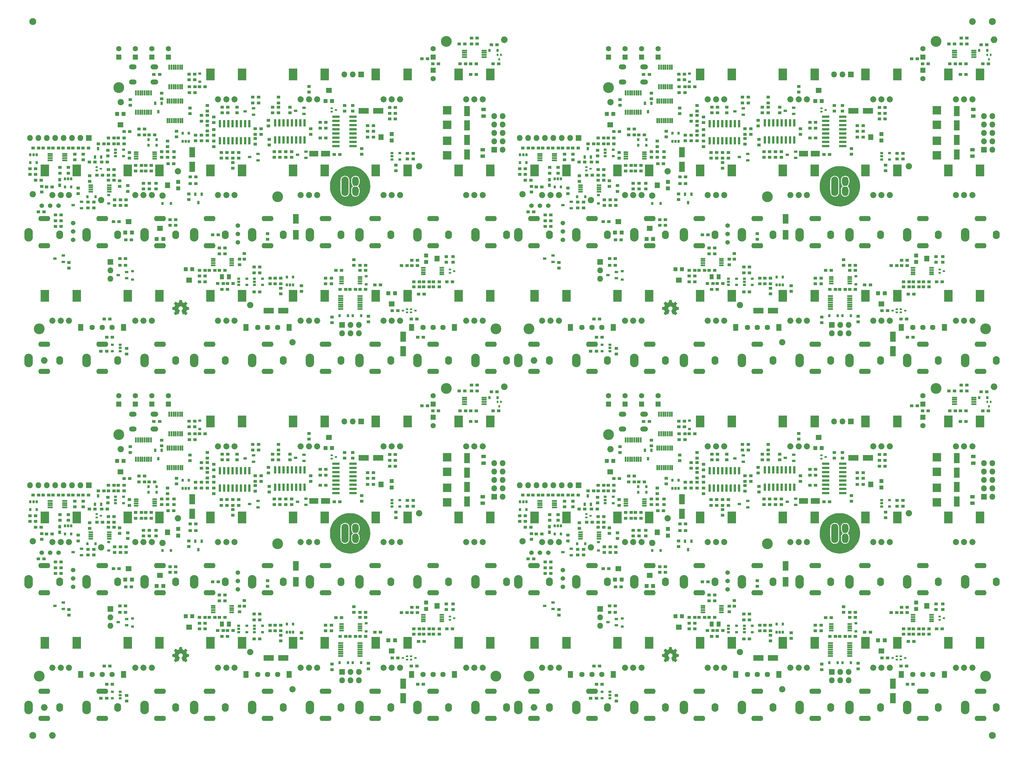
<source format=gbs>
G04 #@! TF.FileFunction,Soldermask,Bot*
%FSLAX46Y46*%
G04 Gerber Fmt 4.6, Leading zero omitted, Abs format (unit mm)*
G04 Created by KiCad (PCBNEW 4.0.2-stable) date 2018-11-15 11:45:17 AM*
%MOMM*%
G01*
G04 APERTURE LIST*
%ADD10C,0.200000*%
%ADD11C,0.002540*%
%ADD12C,0.010000*%
%ADD13R,0.900000X0.650000*%
%ADD14R,1.000000X0.900000*%
%ADD15R,1.100760X0.801040*%
%ADD16C,1.370000*%
%ADD17O,2.000000X2.000000*%
%ADD18R,0.862000X0.709600*%
%ADD19R,1.700000X1.600000*%
%ADD20R,1.300000X1.300000*%
%ADD21R,1.800000X1.800000*%
%ADD22O,1.800000X1.800000*%
%ADD23R,1.400480X0.500000*%
%ADD24C,1.900000*%
%ADD25R,0.550000X1.600000*%
%ADD26R,0.709600X0.862000*%
%ADD27R,0.550000X1.550000*%
%ADD28R,0.801040X1.100760*%
%ADD29R,1.550000X0.550000*%
%ADD30R,0.900000X1.000000*%
%ADD31R,0.650000X0.900000*%
%ADD32R,0.700000X0.600000*%
%ADD33R,1.700200X3.099740*%
%ADD34R,0.699440X2.299640*%
%ADD35R,1.600000X1.700000*%
%ADD36R,1.243000X1.497000*%
%ADD37R,3.099740X1.700200*%
%ADD38R,1.700000X2.900000*%
%ADD39R,2.700960X1.700200*%
%ADD40R,2.299640X0.699440*%
%ADD41R,2.497760X2.497760*%
%ADD42R,1.350000X1.100000*%
%ADD43R,0.600000X0.700000*%
%ADD44R,2.600000X3.600000*%
%ADD45C,1.850000*%
%ADD46O,2.600000X4.100000*%
%ADD47O,2.100000X2.600000*%
%ADD48O,3.600000X1.600000*%
%ADD49C,3.275000*%
%ADD50C,1.624000*%
%ADD51R,1.600000X2.100000*%
%ADD52R,1.600000X1.600000*%
%ADD53C,1.600000*%
%ADD54O,2.300000X1.500000*%
%ADD55O,2.350000X1.500000*%
%ADD56C,2.100000*%
G04 APERTURE END LIST*
D10*
D11*
G36*
X281213840Y-131745360D02*
X281188440Y-131730120D01*
X281130020Y-131694560D01*
X281046200Y-131638680D01*
X280947140Y-131572640D01*
X280848080Y-131506600D01*
X280766800Y-131453260D01*
X280710920Y-131415160D01*
X280685520Y-131402460D01*
X280672820Y-131407540D01*
X280627100Y-131430400D01*
X280558520Y-131465960D01*
X280517880Y-131486280D01*
X280456920Y-131511680D01*
X280423900Y-131519300D01*
X280418820Y-131509140D01*
X280395960Y-131460880D01*
X280360400Y-131379600D01*
X280314680Y-131270380D01*
X280258800Y-131143380D01*
X280202920Y-131008760D01*
X280144500Y-130869060D01*
X280088620Y-130734440D01*
X280040360Y-130615060D01*
X279999720Y-130518540D01*
X279974320Y-130449960D01*
X279964160Y-130422020D01*
X279966700Y-130414400D01*
X279999720Y-130383920D01*
X280053060Y-130343280D01*
X280172440Y-130246760D01*
X280289280Y-130101980D01*
X280360400Y-129936880D01*
X280383260Y-129751460D01*
X280362940Y-129581280D01*
X280296900Y-129418720D01*
X280182600Y-129271400D01*
X280042900Y-129162180D01*
X279880340Y-129093600D01*
X279700000Y-129070740D01*
X279527280Y-129091060D01*
X279359640Y-129157100D01*
X279212320Y-129268860D01*
X279148820Y-129339980D01*
X279062460Y-129489840D01*
X279014200Y-129647320D01*
X279009120Y-129687960D01*
X279016740Y-129863220D01*
X279067540Y-130033400D01*
X279161520Y-130183260D01*
X279291060Y-130307720D01*
X279306300Y-130317880D01*
X279364720Y-130363600D01*
X279405360Y-130394080D01*
X279435840Y-130419480D01*
X279212320Y-130957960D01*
X279176760Y-131041780D01*
X279115800Y-131189100D01*
X279062460Y-131316100D01*
X279019280Y-131417700D01*
X278988800Y-131483740D01*
X278976100Y-131511680D01*
X278976100Y-131514220D01*
X278955780Y-131516760D01*
X278915140Y-131501520D01*
X278838940Y-131465960D01*
X278790680Y-131440560D01*
X278732260Y-131412620D01*
X278706860Y-131402460D01*
X278684000Y-131415160D01*
X278630660Y-131450720D01*
X278549380Y-131504060D01*
X278452860Y-131567560D01*
X278361420Y-131631060D01*
X278277600Y-131686940D01*
X278216640Y-131725040D01*
X278186160Y-131742820D01*
X278181080Y-131742820D01*
X278155680Y-131727580D01*
X278107420Y-131686940D01*
X278033760Y-131618360D01*
X277929620Y-131514220D01*
X277914380Y-131498980D01*
X277828020Y-131412620D01*
X277759440Y-131338960D01*
X277713720Y-131288160D01*
X277695940Y-131265300D01*
X277695940Y-131265300D01*
X277711180Y-131234820D01*
X277749280Y-131173860D01*
X277805160Y-131087500D01*
X277873740Y-130988440D01*
X278051540Y-130729360D01*
X277955020Y-130485520D01*
X277924540Y-130409320D01*
X277886440Y-130320420D01*
X277858500Y-130254380D01*
X277843260Y-130226440D01*
X277817860Y-130216280D01*
X277749280Y-130201040D01*
X277652760Y-130180720D01*
X277538460Y-130160400D01*
X277426700Y-130140080D01*
X277327640Y-130119760D01*
X277256520Y-130107060D01*
X277223500Y-130099440D01*
X277215880Y-130094360D01*
X277208260Y-130079120D01*
X277205720Y-130046100D01*
X277203180Y-129985140D01*
X277200640Y-129891160D01*
X277200640Y-129751460D01*
X277200640Y-129736220D01*
X277203180Y-129606680D01*
X277205720Y-129500000D01*
X277208260Y-129433960D01*
X277213340Y-129406020D01*
X277213340Y-129406020D01*
X277243820Y-129398400D01*
X277314940Y-129383160D01*
X277414000Y-129365380D01*
X277533380Y-129342520D01*
X277541000Y-129339980D01*
X277657840Y-129317120D01*
X277756900Y-129296800D01*
X277828020Y-129281560D01*
X277855960Y-129271400D01*
X277863580Y-129263780D01*
X277886440Y-129218060D01*
X277919460Y-129144400D01*
X277960100Y-129055500D01*
X277998200Y-128961520D01*
X278031220Y-128877700D01*
X278054080Y-128816740D01*
X278061700Y-128788800D01*
X278059160Y-128786260D01*
X278041380Y-128758320D01*
X278000740Y-128697360D01*
X277944860Y-128613540D01*
X277876280Y-128511940D01*
X277871200Y-128504320D01*
X277802620Y-128405260D01*
X277746740Y-128318900D01*
X277711180Y-128260480D01*
X277695940Y-128232540D01*
X277695940Y-128230000D01*
X277718800Y-128199520D01*
X277769600Y-128143640D01*
X277843260Y-128067440D01*
X277929620Y-127978540D01*
X277957560Y-127953140D01*
X278056620Y-127856620D01*
X278122660Y-127795660D01*
X278165840Y-127762640D01*
X278186160Y-127755020D01*
X278186160Y-127755020D01*
X278216640Y-127772800D01*
X278280140Y-127813440D01*
X278363960Y-127871860D01*
X278465560Y-127940440D01*
X278473180Y-127945520D01*
X278572240Y-128014100D01*
X278656060Y-128069980D01*
X278714480Y-128110620D01*
X278742420Y-128125860D01*
X278744960Y-128125860D01*
X278785600Y-128113160D01*
X278856720Y-128087760D01*
X278945620Y-128054740D01*
X279037060Y-128016640D01*
X279120880Y-127981080D01*
X279184380Y-127953140D01*
X279214860Y-127935360D01*
X279214860Y-127935360D01*
X279225020Y-127899800D01*
X279242800Y-127823600D01*
X279263120Y-127722000D01*
X279288520Y-127600080D01*
X279291060Y-127579760D01*
X279313920Y-127460380D01*
X279331700Y-127361320D01*
X279346940Y-127292740D01*
X279354560Y-127264800D01*
X279369800Y-127262260D01*
X279428220Y-127257180D01*
X279517120Y-127254640D01*
X279626340Y-127254640D01*
X279738100Y-127254640D01*
X279847320Y-127257180D01*
X279941300Y-127259720D01*
X280009880Y-127264800D01*
X280037820Y-127269880D01*
X280037820Y-127272420D01*
X280047980Y-127310520D01*
X280065760Y-127384180D01*
X280086080Y-127488320D01*
X280108940Y-127610240D01*
X280114020Y-127633100D01*
X280136880Y-127749940D01*
X280157200Y-127849000D01*
X280169900Y-127915040D01*
X280177520Y-127942980D01*
X280190220Y-127948060D01*
X280238480Y-127968380D01*
X280317220Y-128001400D01*
X280416280Y-128042040D01*
X280644880Y-128133480D01*
X280926820Y-127942980D01*
X280952220Y-127925200D01*
X281053820Y-127856620D01*
X281135100Y-127800740D01*
X281193520Y-127762640D01*
X281216380Y-127749940D01*
X281218920Y-127749940D01*
X281246860Y-127775340D01*
X281302740Y-127828680D01*
X281378940Y-127902340D01*
X281467840Y-127988700D01*
X281531340Y-128054740D01*
X281610080Y-128133480D01*
X281658340Y-128186820D01*
X281686280Y-128219840D01*
X281693900Y-128240160D01*
X281691360Y-128255400D01*
X281673580Y-128283340D01*
X281632940Y-128344300D01*
X281574520Y-128430660D01*
X281505940Y-128529720D01*
X281450060Y-128613540D01*
X281389100Y-128707520D01*
X281351000Y-128773560D01*
X281335760Y-128806580D01*
X281340840Y-128819280D01*
X281358620Y-128875160D01*
X281394180Y-128958980D01*
X281434820Y-129058040D01*
X281533880Y-129279020D01*
X281678660Y-129306960D01*
X281767560Y-129324740D01*
X281889480Y-129347600D01*
X282008860Y-129370460D01*
X282191740Y-129406020D01*
X282199360Y-130081660D01*
X282171420Y-130094360D01*
X282143480Y-130101980D01*
X282074900Y-130117220D01*
X281978380Y-130137540D01*
X281861540Y-130157860D01*
X281765020Y-130175640D01*
X281665960Y-130195960D01*
X281594840Y-130208660D01*
X281564360Y-130216280D01*
X281554200Y-130226440D01*
X281531340Y-130274700D01*
X281495780Y-130350900D01*
X281455140Y-130442340D01*
X281417040Y-130536320D01*
X281381480Y-130625220D01*
X281358620Y-130691260D01*
X281348460Y-130724280D01*
X281361160Y-130752220D01*
X281399260Y-130810640D01*
X281452600Y-130891920D01*
X281521180Y-130990980D01*
X281587220Y-131087500D01*
X281645640Y-131171320D01*
X281683740Y-131232280D01*
X281701520Y-131260220D01*
X281691360Y-131278000D01*
X281653260Y-131326260D01*
X281579600Y-131402460D01*
X281467840Y-131511680D01*
X281450060Y-131529460D01*
X281363700Y-131613280D01*
X281290040Y-131681860D01*
X281236700Y-131727580D01*
X281213840Y-131745360D01*
X281213840Y-131745360D01*
G37*
X281213840Y-131745360D02*
X281188440Y-131730120D01*
X281130020Y-131694560D01*
X281046200Y-131638680D01*
X280947140Y-131572640D01*
X280848080Y-131506600D01*
X280766800Y-131453260D01*
X280710920Y-131415160D01*
X280685520Y-131402460D01*
X280672820Y-131407540D01*
X280627100Y-131430400D01*
X280558520Y-131465960D01*
X280517880Y-131486280D01*
X280456920Y-131511680D01*
X280423900Y-131519300D01*
X280418820Y-131509140D01*
X280395960Y-131460880D01*
X280360400Y-131379600D01*
X280314680Y-131270380D01*
X280258800Y-131143380D01*
X280202920Y-131008760D01*
X280144500Y-130869060D01*
X280088620Y-130734440D01*
X280040360Y-130615060D01*
X279999720Y-130518540D01*
X279974320Y-130449960D01*
X279964160Y-130422020D01*
X279966700Y-130414400D01*
X279999720Y-130383920D01*
X280053060Y-130343280D01*
X280172440Y-130246760D01*
X280289280Y-130101980D01*
X280360400Y-129936880D01*
X280383260Y-129751460D01*
X280362940Y-129581280D01*
X280296900Y-129418720D01*
X280182600Y-129271400D01*
X280042900Y-129162180D01*
X279880340Y-129093600D01*
X279700000Y-129070740D01*
X279527280Y-129091060D01*
X279359640Y-129157100D01*
X279212320Y-129268860D01*
X279148820Y-129339980D01*
X279062460Y-129489840D01*
X279014200Y-129647320D01*
X279009120Y-129687960D01*
X279016740Y-129863220D01*
X279067540Y-130033400D01*
X279161520Y-130183260D01*
X279291060Y-130307720D01*
X279306300Y-130317880D01*
X279364720Y-130363600D01*
X279405360Y-130394080D01*
X279435840Y-130419480D01*
X279212320Y-130957960D01*
X279176760Y-131041780D01*
X279115800Y-131189100D01*
X279062460Y-131316100D01*
X279019280Y-131417700D01*
X278988800Y-131483740D01*
X278976100Y-131511680D01*
X278976100Y-131514220D01*
X278955780Y-131516760D01*
X278915140Y-131501520D01*
X278838940Y-131465960D01*
X278790680Y-131440560D01*
X278732260Y-131412620D01*
X278706860Y-131402460D01*
X278684000Y-131415160D01*
X278630660Y-131450720D01*
X278549380Y-131504060D01*
X278452860Y-131567560D01*
X278361420Y-131631060D01*
X278277600Y-131686940D01*
X278216640Y-131725040D01*
X278186160Y-131742820D01*
X278181080Y-131742820D01*
X278155680Y-131727580D01*
X278107420Y-131686940D01*
X278033760Y-131618360D01*
X277929620Y-131514220D01*
X277914380Y-131498980D01*
X277828020Y-131412620D01*
X277759440Y-131338960D01*
X277713720Y-131288160D01*
X277695940Y-131265300D01*
X277695940Y-131265300D01*
X277711180Y-131234820D01*
X277749280Y-131173860D01*
X277805160Y-131087500D01*
X277873740Y-130988440D01*
X278051540Y-130729360D01*
X277955020Y-130485520D01*
X277924540Y-130409320D01*
X277886440Y-130320420D01*
X277858500Y-130254380D01*
X277843260Y-130226440D01*
X277817860Y-130216280D01*
X277749280Y-130201040D01*
X277652760Y-130180720D01*
X277538460Y-130160400D01*
X277426700Y-130140080D01*
X277327640Y-130119760D01*
X277256520Y-130107060D01*
X277223500Y-130099440D01*
X277215880Y-130094360D01*
X277208260Y-130079120D01*
X277205720Y-130046100D01*
X277203180Y-129985140D01*
X277200640Y-129891160D01*
X277200640Y-129751460D01*
X277200640Y-129736220D01*
X277203180Y-129606680D01*
X277205720Y-129500000D01*
X277208260Y-129433960D01*
X277213340Y-129406020D01*
X277213340Y-129406020D01*
X277243820Y-129398400D01*
X277314940Y-129383160D01*
X277414000Y-129365380D01*
X277533380Y-129342520D01*
X277541000Y-129339980D01*
X277657840Y-129317120D01*
X277756900Y-129296800D01*
X277828020Y-129281560D01*
X277855960Y-129271400D01*
X277863580Y-129263780D01*
X277886440Y-129218060D01*
X277919460Y-129144400D01*
X277960100Y-129055500D01*
X277998200Y-128961520D01*
X278031220Y-128877700D01*
X278054080Y-128816740D01*
X278061700Y-128788800D01*
X278059160Y-128786260D01*
X278041380Y-128758320D01*
X278000740Y-128697360D01*
X277944860Y-128613540D01*
X277876280Y-128511940D01*
X277871200Y-128504320D01*
X277802620Y-128405260D01*
X277746740Y-128318900D01*
X277711180Y-128260480D01*
X277695940Y-128232540D01*
X277695940Y-128230000D01*
X277718800Y-128199520D01*
X277769600Y-128143640D01*
X277843260Y-128067440D01*
X277929620Y-127978540D01*
X277957560Y-127953140D01*
X278056620Y-127856620D01*
X278122660Y-127795660D01*
X278165840Y-127762640D01*
X278186160Y-127755020D01*
X278186160Y-127755020D01*
X278216640Y-127772800D01*
X278280140Y-127813440D01*
X278363960Y-127871860D01*
X278465560Y-127940440D01*
X278473180Y-127945520D01*
X278572240Y-128014100D01*
X278656060Y-128069980D01*
X278714480Y-128110620D01*
X278742420Y-128125860D01*
X278744960Y-128125860D01*
X278785600Y-128113160D01*
X278856720Y-128087760D01*
X278945620Y-128054740D01*
X279037060Y-128016640D01*
X279120880Y-127981080D01*
X279184380Y-127953140D01*
X279214860Y-127935360D01*
X279214860Y-127935360D01*
X279225020Y-127899800D01*
X279242800Y-127823600D01*
X279263120Y-127722000D01*
X279288520Y-127600080D01*
X279291060Y-127579760D01*
X279313920Y-127460380D01*
X279331700Y-127361320D01*
X279346940Y-127292740D01*
X279354560Y-127264800D01*
X279369800Y-127262260D01*
X279428220Y-127257180D01*
X279517120Y-127254640D01*
X279626340Y-127254640D01*
X279738100Y-127254640D01*
X279847320Y-127257180D01*
X279941300Y-127259720D01*
X280009880Y-127264800D01*
X280037820Y-127269880D01*
X280037820Y-127272420D01*
X280047980Y-127310520D01*
X280065760Y-127384180D01*
X280086080Y-127488320D01*
X280108940Y-127610240D01*
X280114020Y-127633100D01*
X280136880Y-127749940D01*
X280157200Y-127849000D01*
X280169900Y-127915040D01*
X280177520Y-127942980D01*
X280190220Y-127948060D01*
X280238480Y-127968380D01*
X280317220Y-128001400D01*
X280416280Y-128042040D01*
X280644880Y-128133480D01*
X280926820Y-127942980D01*
X280952220Y-127925200D01*
X281053820Y-127856620D01*
X281135100Y-127800740D01*
X281193520Y-127762640D01*
X281216380Y-127749940D01*
X281218920Y-127749940D01*
X281246860Y-127775340D01*
X281302740Y-127828680D01*
X281378940Y-127902340D01*
X281467840Y-127988700D01*
X281531340Y-128054740D01*
X281610080Y-128133480D01*
X281658340Y-128186820D01*
X281686280Y-128219840D01*
X281693900Y-128240160D01*
X281691360Y-128255400D01*
X281673580Y-128283340D01*
X281632940Y-128344300D01*
X281574520Y-128430660D01*
X281505940Y-128529720D01*
X281450060Y-128613540D01*
X281389100Y-128707520D01*
X281351000Y-128773560D01*
X281335760Y-128806580D01*
X281340840Y-128819280D01*
X281358620Y-128875160D01*
X281394180Y-128958980D01*
X281434820Y-129058040D01*
X281533880Y-129279020D01*
X281678660Y-129306960D01*
X281767560Y-129324740D01*
X281889480Y-129347600D01*
X282008860Y-129370460D01*
X282191740Y-129406020D01*
X282199360Y-130081660D01*
X282171420Y-130094360D01*
X282143480Y-130101980D01*
X282074900Y-130117220D01*
X281978380Y-130137540D01*
X281861540Y-130157860D01*
X281765020Y-130175640D01*
X281665960Y-130195960D01*
X281594840Y-130208660D01*
X281564360Y-130216280D01*
X281554200Y-130226440D01*
X281531340Y-130274700D01*
X281495780Y-130350900D01*
X281455140Y-130442340D01*
X281417040Y-130536320D01*
X281381480Y-130625220D01*
X281358620Y-130691260D01*
X281348460Y-130724280D01*
X281361160Y-130752220D01*
X281399260Y-130810640D01*
X281452600Y-130891920D01*
X281521180Y-130990980D01*
X281587220Y-131087500D01*
X281645640Y-131171320D01*
X281683740Y-131232280D01*
X281701520Y-131260220D01*
X281691360Y-131278000D01*
X281653260Y-131326260D01*
X281579600Y-131402460D01*
X281467840Y-131511680D01*
X281450060Y-131529460D01*
X281363700Y-131613280D01*
X281290040Y-131681860D01*
X281236700Y-131727580D01*
X281213840Y-131745360D01*
D12*
G36*
X330724585Y-86749213D02*
X330516435Y-86752629D01*
X330323809Y-86758753D01*
X330155510Y-86767581D01*
X330020342Y-86779115D01*
X329970439Y-86785519D01*
X329462446Y-86884568D01*
X328965038Y-87027590D01*
X328481396Y-87212976D01*
X328014704Y-87439114D01*
X327568144Y-87704393D01*
X327144900Y-88007202D01*
X326748153Y-88345929D01*
X326594351Y-88494351D01*
X326236469Y-88884436D01*
X325916292Y-89300713D01*
X325634606Y-89741628D01*
X325392197Y-90205627D01*
X325189850Y-90691156D01*
X325028352Y-91196664D01*
X324908488Y-91720595D01*
X324880779Y-91881049D01*
X324863880Y-92020466D01*
X324850954Y-92196213D01*
X324842002Y-92398609D01*
X324837023Y-92617973D01*
X324836019Y-92844626D01*
X324838988Y-93068886D01*
X324845930Y-93281072D01*
X324856847Y-93471505D01*
X324871737Y-93630503D01*
X324880779Y-93695859D01*
X324988052Y-94226385D01*
X325136880Y-94737791D01*
X325326894Y-95229117D01*
X325557727Y-95699403D01*
X325806412Y-96113545D01*
X326116794Y-96544748D01*
X326459264Y-96943448D01*
X326831955Y-97308439D01*
X327232995Y-97638518D01*
X327660516Y-97932479D01*
X328112648Y-98189118D01*
X328587522Y-98407229D01*
X329083268Y-98585607D01*
X329598017Y-98723049D01*
X329964818Y-98793633D01*
X330043392Y-98803034D01*
X330156860Y-98812045D01*
X330297312Y-98820439D01*
X330456840Y-98827988D01*
X330627534Y-98834464D01*
X330801485Y-98839640D01*
X330970783Y-98843287D01*
X331127518Y-98845178D01*
X331263783Y-98845086D01*
X331371666Y-98842783D01*
X331443260Y-98838041D01*
X331454182Y-98836511D01*
X331502837Y-98829414D01*
X331583018Y-98818785D01*
X331680386Y-98806504D01*
X331719728Y-98801696D01*
X332162432Y-98727403D01*
X332611670Y-98612251D01*
X333059461Y-98459219D01*
X333497820Y-98271290D01*
X333918765Y-98051444D01*
X334213546Y-97870497D01*
X334645200Y-97559844D01*
X335044167Y-97217259D01*
X335409274Y-96844568D01*
X335739346Y-96443597D01*
X336033210Y-96016175D01*
X336289691Y-95564128D01*
X336507616Y-95089282D01*
X336685811Y-94593465D01*
X336823101Y-94078503D01*
X336896131Y-93695859D01*
X336913030Y-93556442D01*
X336925956Y-93380696D01*
X336934908Y-93178300D01*
X336939886Y-92958935D01*
X336940891Y-92732283D01*
X336937922Y-92508023D01*
X336930979Y-92295836D01*
X336920063Y-92105404D01*
X336905173Y-91946406D01*
X336896131Y-91881049D01*
X336788857Y-91350523D01*
X336773890Y-91299091D01*
X333832317Y-91299091D01*
X333818857Y-91625752D01*
X333778087Y-91916270D01*
X333709577Y-92172058D01*
X333612895Y-92394526D01*
X333487611Y-92585086D01*
X333414312Y-92668630D01*
X333358667Y-92727233D01*
X333318355Y-92771351D01*
X333301541Y-92792032D01*
X333301455Y-92792383D01*
X333316945Y-92810292D01*
X333357056Y-92849808D01*
X333399591Y-92889808D01*
X333530480Y-93040899D01*
X333639015Y-93230072D01*
X333724325Y-93454526D01*
X333785536Y-93711460D01*
X333821775Y-93998074D01*
X333832317Y-94277818D01*
X333818399Y-94613031D01*
X333776691Y-94911452D01*
X333707103Y-95173244D01*
X333609542Y-95398568D01*
X333483918Y-95587585D01*
X333330141Y-95740457D01*
X333148119Y-95857345D01*
X332937761Y-95938412D01*
X332890861Y-95950686D01*
X332783701Y-95968511D01*
X332647074Y-95979641D01*
X332497243Y-95983840D01*
X332350467Y-95980872D01*
X332223010Y-95970502D01*
X332165364Y-95961215D01*
X331958648Y-95895834D01*
X331766774Y-95791148D01*
X331597310Y-95652924D01*
X331457825Y-95486930D01*
X331387694Y-95368608D01*
X331301903Y-95158398D01*
X331237896Y-94914676D01*
X331196651Y-94645161D01*
X331179148Y-94357571D01*
X331186367Y-94059624D01*
X331200926Y-93896818D01*
X331249977Y-93607090D01*
X331327693Y-93351457D01*
X331420921Y-93157433D01*
X330726872Y-93157433D01*
X330726870Y-93471946D01*
X330726568Y-93746801D01*
X330725723Y-93985261D01*
X330724091Y-94190586D01*
X330721428Y-94366039D01*
X330717490Y-94514881D01*
X330712033Y-94640375D01*
X330704813Y-94745782D01*
X330695587Y-94834363D01*
X330684111Y-94909382D01*
X330670140Y-94974098D01*
X330653430Y-95031775D01*
X330633739Y-95085675D01*
X330610822Y-95139058D01*
X330584435Y-95195186D01*
X330554335Y-95257323D01*
X330541030Y-95284944D01*
X330418041Y-95493231D01*
X330266165Y-95666926D01*
X330087627Y-95804219D01*
X329884653Y-95903303D01*
X329722364Y-95950460D01*
X329562023Y-95973959D01*
X329377947Y-95983221D01*
X329190338Y-95978221D01*
X329019402Y-95958934D01*
X328979192Y-95951370D01*
X328799663Y-95902366D01*
X328646338Y-95832229D01*
X328504375Y-95732835D01*
X328392614Y-95630405D01*
X328253454Y-95469317D01*
X328142078Y-95288862D01*
X328053260Y-95079590D01*
X328008525Y-94935909D01*
X327999160Y-94901370D01*
X327990995Y-94867597D01*
X327983930Y-94831281D01*
X327977868Y-94789112D01*
X327972710Y-94737780D01*
X327968360Y-94673978D01*
X327964718Y-94594394D01*
X327961687Y-94495721D01*
X327959169Y-94374648D01*
X327957066Y-94227866D01*
X327955280Y-94052066D01*
X327953713Y-93843939D01*
X327952267Y-93600175D01*
X327950844Y-93317466D01*
X327949345Y-92992500D01*
X327949050Y-92927000D01*
X327947600Y-92551608D01*
X327946851Y-92220228D01*
X327946823Y-91930692D01*
X327947537Y-91680837D01*
X327949013Y-91468495D01*
X327951272Y-91291501D01*
X327954334Y-91147689D01*
X327958220Y-91034893D01*
X327962951Y-90950948D01*
X327968372Y-90895000D01*
X328021121Y-90616352D01*
X328101239Y-90373428D01*
X328209684Y-90164067D01*
X328347416Y-89986109D01*
X328391584Y-89941399D01*
X328560036Y-89803433D01*
X328742807Y-89701693D01*
X328945934Y-89633985D01*
X329175450Y-89598111D01*
X329354988Y-89590764D01*
X329619593Y-89608998D01*
X329857106Y-89664621D01*
X330067367Y-89757505D01*
X330250213Y-89887519D01*
X330405482Y-90054535D01*
X330533013Y-90258425D01*
X330632644Y-90499059D01*
X330673966Y-90641000D01*
X330726818Y-90848818D01*
X330726818Y-92800000D01*
X330726872Y-93157433D01*
X331420921Y-93157433D01*
X331433688Y-93130864D01*
X331567577Y-92946257D01*
X331605305Y-92905896D01*
X331726793Y-92782452D01*
X331602534Y-92659737D01*
X331467367Y-92494901D01*
X331357107Y-92293039D01*
X331272472Y-92056463D01*
X331214176Y-91787484D01*
X331182937Y-91488416D01*
X331177470Y-91287545D01*
X331191506Y-90968622D01*
X331233206Y-90679416D01*
X331301954Y-90421994D01*
X331397135Y-90198423D01*
X331518136Y-90010772D01*
X331577295Y-89942334D01*
X331721572Y-89811508D01*
X331878105Y-89714521D01*
X332054756Y-89648075D01*
X332259388Y-89608875D01*
X332401204Y-89596939D01*
X332671632Y-89599811D01*
X332913295Y-89638129D01*
X333126368Y-89712100D01*
X333311025Y-89821933D01*
X333467440Y-89967834D01*
X333595788Y-90150010D01*
X333696242Y-90368670D01*
X333768979Y-90624021D01*
X333814171Y-90916270D01*
X333831993Y-91245624D01*
X333832317Y-91299091D01*
X336773890Y-91299091D01*
X336640030Y-90839118D01*
X336450016Y-90347792D01*
X336219182Y-89877505D01*
X335970498Y-89463363D01*
X335663770Y-89037570D01*
X335324092Y-88642260D01*
X334954016Y-88279076D01*
X334556093Y-87949659D01*
X334132875Y-87655649D01*
X333686914Y-87398688D01*
X333220762Y-87180417D01*
X332736972Y-87002477D01*
X332238095Y-86866510D01*
X331806470Y-86785519D01*
X331690057Y-86772704D01*
X331536345Y-86762595D01*
X331354138Y-86755191D01*
X331152240Y-86750493D01*
X330939454Y-86748500D01*
X330724585Y-86749213D01*
X330724585Y-86749213D01*
G37*
X330724585Y-86749213D02*
X330516435Y-86752629D01*
X330323809Y-86758753D01*
X330155510Y-86767581D01*
X330020342Y-86779115D01*
X329970439Y-86785519D01*
X329462446Y-86884568D01*
X328965038Y-87027590D01*
X328481396Y-87212976D01*
X328014704Y-87439114D01*
X327568144Y-87704393D01*
X327144900Y-88007202D01*
X326748153Y-88345929D01*
X326594351Y-88494351D01*
X326236469Y-88884436D01*
X325916292Y-89300713D01*
X325634606Y-89741628D01*
X325392197Y-90205627D01*
X325189850Y-90691156D01*
X325028352Y-91196664D01*
X324908488Y-91720595D01*
X324880779Y-91881049D01*
X324863880Y-92020466D01*
X324850954Y-92196213D01*
X324842002Y-92398609D01*
X324837023Y-92617973D01*
X324836019Y-92844626D01*
X324838988Y-93068886D01*
X324845930Y-93281072D01*
X324856847Y-93471505D01*
X324871737Y-93630503D01*
X324880779Y-93695859D01*
X324988052Y-94226385D01*
X325136880Y-94737791D01*
X325326894Y-95229117D01*
X325557727Y-95699403D01*
X325806412Y-96113545D01*
X326116794Y-96544748D01*
X326459264Y-96943448D01*
X326831955Y-97308439D01*
X327232995Y-97638518D01*
X327660516Y-97932479D01*
X328112648Y-98189118D01*
X328587522Y-98407229D01*
X329083268Y-98585607D01*
X329598017Y-98723049D01*
X329964818Y-98793633D01*
X330043392Y-98803034D01*
X330156860Y-98812045D01*
X330297312Y-98820439D01*
X330456840Y-98827988D01*
X330627534Y-98834464D01*
X330801485Y-98839640D01*
X330970783Y-98843287D01*
X331127518Y-98845178D01*
X331263783Y-98845086D01*
X331371666Y-98842783D01*
X331443260Y-98838041D01*
X331454182Y-98836511D01*
X331502837Y-98829414D01*
X331583018Y-98818785D01*
X331680386Y-98806504D01*
X331719728Y-98801696D01*
X332162432Y-98727403D01*
X332611670Y-98612251D01*
X333059461Y-98459219D01*
X333497820Y-98271290D01*
X333918765Y-98051444D01*
X334213546Y-97870497D01*
X334645200Y-97559844D01*
X335044167Y-97217259D01*
X335409274Y-96844568D01*
X335739346Y-96443597D01*
X336033210Y-96016175D01*
X336289691Y-95564128D01*
X336507616Y-95089282D01*
X336685811Y-94593465D01*
X336823101Y-94078503D01*
X336896131Y-93695859D01*
X336913030Y-93556442D01*
X336925956Y-93380696D01*
X336934908Y-93178300D01*
X336939886Y-92958935D01*
X336940891Y-92732283D01*
X336937922Y-92508023D01*
X336930979Y-92295836D01*
X336920063Y-92105404D01*
X336905173Y-91946406D01*
X336896131Y-91881049D01*
X336788857Y-91350523D01*
X336773890Y-91299091D01*
X333832317Y-91299091D01*
X333818857Y-91625752D01*
X333778087Y-91916270D01*
X333709577Y-92172058D01*
X333612895Y-92394526D01*
X333487611Y-92585086D01*
X333414312Y-92668630D01*
X333358667Y-92727233D01*
X333318355Y-92771351D01*
X333301541Y-92792032D01*
X333301455Y-92792383D01*
X333316945Y-92810292D01*
X333357056Y-92849808D01*
X333399591Y-92889808D01*
X333530480Y-93040899D01*
X333639015Y-93230072D01*
X333724325Y-93454526D01*
X333785536Y-93711460D01*
X333821775Y-93998074D01*
X333832317Y-94277818D01*
X333818399Y-94613031D01*
X333776691Y-94911452D01*
X333707103Y-95173244D01*
X333609542Y-95398568D01*
X333483918Y-95587585D01*
X333330141Y-95740457D01*
X333148119Y-95857345D01*
X332937761Y-95938412D01*
X332890861Y-95950686D01*
X332783701Y-95968511D01*
X332647074Y-95979641D01*
X332497243Y-95983840D01*
X332350467Y-95980872D01*
X332223010Y-95970502D01*
X332165364Y-95961215D01*
X331958648Y-95895834D01*
X331766774Y-95791148D01*
X331597310Y-95652924D01*
X331457825Y-95486930D01*
X331387694Y-95368608D01*
X331301903Y-95158398D01*
X331237896Y-94914676D01*
X331196651Y-94645161D01*
X331179148Y-94357571D01*
X331186367Y-94059624D01*
X331200926Y-93896818D01*
X331249977Y-93607090D01*
X331327693Y-93351457D01*
X331420921Y-93157433D01*
X330726872Y-93157433D01*
X330726870Y-93471946D01*
X330726568Y-93746801D01*
X330725723Y-93985261D01*
X330724091Y-94190586D01*
X330721428Y-94366039D01*
X330717490Y-94514881D01*
X330712033Y-94640375D01*
X330704813Y-94745782D01*
X330695587Y-94834363D01*
X330684111Y-94909382D01*
X330670140Y-94974098D01*
X330653430Y-95031775D01*
X330633739Y-95085675D01*
X330610822Y-95139058D01*
X330584435Y-95195186D01*
X330554335Y-95257323D01*
X330541030Y-95284944D01*
X330418041Y-95493231D01*
X330266165Y-95666926D01*
X330087627Y-95804219D01*
X329884653Y-95903303D01*
X329722364Y-95950460D01*
X329562023Y-95973959D01*
X329377947Y-95983221D01*
X329190338Y-95978221D01*
X329019402Y-95958934D01*
X328979192Y-95951370D01*
X328799663Y-95902366D01*
X328646338Y-95832229D01*
X328504375Y-95732835D01*
X328392614Y-95630405D01*
X328253454Y-95469317D01*
X328142078Y-95288862D01*
X328053260Y-95079590D01*
X328008525Y-94935909D01*
X327999160Y-94901370D01*
X327990995Y-94867597D01*
X327983930Y-94831281D01*
X327977868Y-94789112D01*
X327972710Y-94737780D01*
X327968360Y-94673978D01*
X327964718Y-94594394D01*
X327961687Y-94495721D01*
X327959169Y-94374648D01*
X327957066Y-94227866D01*
X327955280Y-94052066D01*
X327953713Y-93843939D01*
X327952267Y-93600175D01*
X327950844Y-93317466D01*
X327949345Y-92992500D01*
X327949050Y-92927000D01*
X327947600Y-92551608D01*
X327946851Y-92220228D01*
X327946823Y-91930692D01*
X327947537Y-91680837D01*
X327949013Y-91468495D01*
X327951272Y-91291501D01*
X327954334Y-91147689D01*
X327958220Y-91034893D01*
X327962951Y-90950948D01*
X327968372Y-90895000D01*
X328021121Y-90616352D01*
X328101239Y-90373428D01*
X328209684Y-90164067D01*
X328347416Y-89986109D01*
X328391584Y-89941399D01*
X328560036Y-89803433D01*
X328742807Y-89701693D01*
X328945934Y-89633985D01*
X329175450Y-89598111D01*
X329354988Y-89590764D01*
X329619593Y-89608998D01*
X329857106Y-89664621D01*
X330067367Y-89757505D01*
X330250213Y-89887519D01*
X330405482Y-90054535D01*
X330533013Y-90258425D01*
X330632644Y-90499059D01*
X330673966Y-90641000D01*
X330726818Y-90848818D01*
X330726818Y-92800000D01*
X330726872Y-93157433D01*
X331420921Y-93157433D01*
X331433688Y-93130864D01*
X331567577Y-92946257D01*
X331605305Y-92905896D01*
X331726793Y-92782452D01*
X331602534Y-92659737D01*
X331467367Y-92494901D01*
X331357107Y-92293039D01*
X331272472Y-92056463D01*
X331214176Y-91787484D01*
X331182937Y-91488416D01*
X331177470Y-91287545D01*
X331191506Y-90968622D01*
X331233206Y-90679416D01*
X331301954Y-90421994D01*
X331397135Y-90198423D01*
X331518136Y-90010772D01*
X331577295Y-89942334D01*
X331721572Y-89811508D01*
X331878105Y-89714521D01*
X332054756Y-89648075D01*
X332259388Y-89608875D01*
X332401204Y-89596939D01*
X332671632Y-89599811D01*
X332913295Y-89638129D01*
X333126368Y-89712100D01*
X333311025Y-89821933D01*
X333467440Y-89967834D01*
X333595788Y-90150010D01*
X333696242Y-90368670D01*
X333768979Y-90624021D01*
X333814171Y-90916270D01*
X333831993Y-91245624D01*
X333832317Y-91299091D01*
X336773890Y-91299091D01*
X336640030Y-90839118D01*
X336450016Y-90347792D01*
X336219182Y-89877505D01*
X335970498Y-89463363D01*
X335663770Y-89037570D01*
X335324092Y-88642260D01*
X334954016Y-88279076D01*
X334556093Y-87949659D01*
X334132875Y-87655649D01*
X333686914Y-87398688D01*
X333220762Y-87180417D01*
X332736972Y-87002477D01*
X332238095Y-86866510D01*
X331806470Y-86785519D01*
X331690057Y-86772704D01*
X331536345Y-86762595D01*
X331354138Y-86755191D01*
X331152240Y-86750493D01*
X330939454Y-86748500D01*
X330724585Y-86749213D01*
G36*
X332332469Y-92933000D02*
X332191194Y-92953821D01*
X332098895Y-92980539D01*
X331952671Y-93055360D01*
X331831225Y-93156529D01*
X331732893Y-93287167D01*
X331656013Y-93450392D01*
X331598923Y-93649326D01*
X331559960Y-93887088D01*
X331547222Y-94015756D01*
X331536097Y-94274967D01*
X331544231Y-94529098D01*
X331570542Y-94768836D01*
X331613951Y-94984870D01*
X331673375Y-95167891D01*
X331683867Y-95192520D01*
X331758774Y-95316606D01*
X331865370Y-95433485D01*
X331989678Y-95529061D01*
X332051247Y-95563094D01*
X332113159Y-95590531D01*
X332171067Y-95609027D01*
X332237176Y-95620642D01*
X332323692Y-95627434D01*
X332442823Y-95631464D01*
X332458637Y-95631832D01*
X332574132Y-95632819D01*
X332678845Y-95630775D01*
X332760636Y-95626115D01*
X332805000Y-95619931D01*
X332981596Y-95553284D01*
X333133661Y-95454636D01*
X333254646Y-95329046D01*
X333320249Y-95221876D01*
X333371307Y-95104884D01*
X333410089Y-94986371D01*
X333438020Y-94857623D01*
X333456528Y-94709923D01*
X333467041Y-94534557D01*
X333470986Y-94322808D01*
X333471069Y-94300909D01*
X333470882Y-94135828D01*
X333468790Y-94007355D01*
X333464067Y-93905934D01*
X333455986Y-93822007D01*
X333443819Y-93746014D01*
X333426839Y-93668400D01*
X333421181Y-93645304D01*
X333355828Y-93438702D01*
X333271134Y-93271378D01*
X333164097Y-93139416D01*
X333031718Y-93038899D01*
X332912306Y-92981125D01*
X332795533Y-92949405D01*
X332649837Y-92930803D01*
X332490416Y-92925332D01*
X332332469Y-92933000D01*
X332332469Y-92933000D01*
G37*
X332332469Y-92933000D02*
X332191194Y-92953821D01*
X332098895Y-92980539D01*
X331952671Y-93055360D01*
X331831225Y-93156529D01*
X331732893Y-93287167D01*
X331656013Y-93450392D01*
X331598923Y-93649326D01*
X331559960Y-93887088D01*
X331547222Y-94015756D01*
X331536097Y-94274967D01*
X331544231Y-94529098D01*
X331570542Y-94768836D01*
X331613951Y-94984870D01*
X331673375Y-95167891D01*
X331683867Y-95192520D01*
X331758774Y-95316606D01*
X331865370Y-95433485D01*
X331989678Y-95529061D01*
X332051247Y-95563094D01*
X332113159Y-95590531D01*
X332171067Y-95609027D01*
X332237176Y-95620642D01*
X332323692Y-95627434D01*
X332442823Y-95631464D01*
X332458637Y-95631832D01*
X332574132Y-95632819D01*
X332678845Y-95630775D01*
X332760636Y-95626115D01*
X332805000Y-95619931D01*
X332981596Y-95553284D01*
X333133661Y-95454636D01*
X333254646Y-95329046D01*
X333320249Y-95221876D01*
X333371307Y-95104884D01*
X333410089Y-94986371D01*
X333438020Y-94857623D01*
X333456528Y-94709923D01*
X333467041Y-94534557D01*
X333470986Y-94322808D01*
X333471069Y-94300909D01*
X333470882Y-94135828D01*
X333468790Y-94007355D01*
X333464067Y-93905934D01*
X333455986Y-93822007D01*
X333443819Y-93746014D01*
X333426839Y-93668400D01*
X333421181Y-93645304D01*
X333355828Y-93438702D01*
X333271134Y-93271378D01*
X333164097Y-93139416D01*
X333031718Y-93038899D01*
X332912306Y-92981125D01*
X332795533Y-92949405D01*
X332649837Y-92930803D01*
X332490416Y-92925332D01*
X332332469Y-92933000D01*
G36*
X332365323Y-89949124D02*
X332272892Y-89951858D01*
X332205322Y-89958311D01*
X332151957Y-89970022D01*
X332102137Y-89988529D01*
X332051247Y-90012405D01*
X331912773Y-90097454D01*
X331798930Y-90206635D01*
X331707847Y-90343695D01*
X331637650Y-90512379D01*
X331586469Y-90716434D01*
X331552431Y-90959607D01*
X331546786Y-91022000D01*
X331535737Y-91268430D01*
X331542320Y-91511204D01*
X331565431Y-91741548D01*
X331603965Y-91950686D01*
X331656818Y-92129844D01*
X331698335Y-92226079D01*
X331798963Y-92375772D01*
X331931809Y-92494245D01*
X332094020Y-92580324D01*
X332282742Y-92632832D01*
X332495122Y-92650595D01*
X332696161Y-92636970D01*
X332890880Y-92591752D01*
X333058519Y-92511907D01*
X333196174Y-92399392D01*
X333300945Y-92256165D01*
X333322213Y-92214619D01*
X333374174Y-92092858D01*
X333413493Y-91970434D01*
X333441552Y-91838562D01*
X333459736Y-91688454D01*
X333469428Y-91511327D01*
X333472013Y-91298394D01*
X333471882Y-91264454D01*
X333467660Y-91047875D01*
X333456611Y-90868318D01*
X333437254Y-90716934D01*
X333408110Y-90584872D01*
X333367698Y-90463283D01*
X333319564Y-90353617D01*
X333235365Y-90225301D01*
X333118823Y-90110844D01*
X332983765Y-90022962D01*
X332937103Y-90001806D01*
X332876127Y-89979506D01*
X332816558Y-89964372D01*
X332747293Y-89955070D01*
X332657227Y-89950270D01*
X332535258Y-89948639D01*
X332493273Y-89948568D01*
X332365323Y-89949124D01*
X332365323Y-89949124D01*
G37*
X332365323Y-89949124D02*
X332272892Y-89951858D01*
X332205322Y-89958311D01*
X332151957Y-89970022D01*
X332102137Y-89988529D01*
X332051247Y-90012405D01*
X331912773Y-90097454D01*
X331798930Y-90206635D01*
X331707847Y-90343695D01*
X331637650Y-90512379D01*
X331586469Y-90716434D01*
X331552431Y-90959607D01*
X331546786Y-91022000D01*
X331535737Y-91268430D01*
X331542320Y-91511204D01*
X331565431Y-91741548D01*
X331603965Y-91950686D01*
X331656818Y-92129844D01*
X331698335Y-92226079D01*
X331798963Y-92375772D01*
X331931809Y-92494245D01*
X332094020Y-92580324D01*
X332282742Y-92632832D01*
X332495122Y-92650595D01*
X332696161Y-92636970D01*
X332890880Y-92591752D01*
X333058519Y-92511907D01*
X333196174Y-92399392D01*
X333300945Y-92256165D01*
X333322213Y-92214619D01*
X333374174Y-92092858D01*
X333413493Y-91970434D01*
X333441552Y-91838562D01*
X333459736Y-91688454D01*
X333469428Y-91511327D01*
X333472013Y-91298394D01*
X333471882Y-91264454D01*
X333467660Y-91047875D01*
X333456611Y-90868318D01*
X333437254Y-90716934D01*
X333408110Y-90584872D01*
X333367698Y-90463283D01*
X333319564Y-90353617D01*
X333235365Y-90225301D01*
X333118823Y-90110844D01*
X332983765Y-90022962D01*
X332937103Y-90001806D01*
X332876127Y-89979506D01*
X332816558Y-89964372D01*
X332747293Y-89955070D01*
X332657227Y-89950270D01*
X332535258Y-89948639D01*
X332493273Y-89948568D01*
X332365323Y-89949124D01*
G36*
X329185523Y-89946012D02*
X328979569Y-89981916D01*
X328803856Y-90050585D01*
X328656190Y-90153118D01*
X328534380Y-90290617D01*
X328452409Y-90429910D01*
X328426497Y-90482951D01*
X328403753Y-90532002D01*
X328383969Y-90580306D01*
X328366939Y-90631107D01*
X328352457Y-90687646D01*
X328340317Y-90753167D01*
X328330311Y-90830912D01*
X328322234Y-90924124D01*
X328315879Y-91036046D01*
X328311040Y-91169921D01*
X328307510Y-91328992D01*
X328305083Y-91516500D01*
X328303552Y-91735691D01*
X328302711Y-91989805D01*
X328302354Y-92282085D01*
X328302274Y-92615776D01*
X328302273Y-92788454D01*
X328302294Y-93142793D01*
X328302494Y-93454194D01*
X328303080Y-93725899D01*
X328304258Y-93961154D01*
X328306237Y-94163201D01*
X328309223Y-94335283D01*
X328313422Y-94480645D01*
X328319042Y-94602529D01*
X328326289Y-94704180D01*
X328335370Y-94788841D01*
X328346492Y-94859755D01*
X328359862Y-94920166D01*
X328375688Y-94973317D01*
X328394175Y-95022452D01*
X328415530Y-95070814D01*
X328439961Y-95121648D01*
X328452750Y-95147692D01*
X328544594Y-95291451D01*
X328667270Y-95420820D01*
X328808140Y-95523993D01*
X328908487Y-95573403D01*
X329023787Y-95605478D01*
X329168493Y-95626618D01*
X329327431Y-95636374D01*
X329485426Y-95634296D01*
X329627303Y-95619936D01*
X329724467Y-95597550D01*
X329899471Y-95519509D01*
X330047081Y-95408465D01*
X330169166Y-95262224D01*
X330267590Y-95078594D01*
X330338345Y-94876533D01*
X330345855Y-94847742D01*
X330352419Y-94815709D01*
X330358101Y-94777302D01*
X330362963Y-94729387D01*
X330367070Y-94668833D01*
X330370484Y-94592508D01*
X330373268Y-94497278D01*
X330375485Y-94380013D01*
X330377200Y-94237578D01*
X330378474Y-94066843D01*
X330379371Y-93864675D01*
X330379954Y-93627941D01*
X330380286Y-93353510D01*
X330380431Y-93038248D01*
X330380455Y-92788454D01*
X330380482Y-92433120D01*
X330380425Y-92120770D01*
X330380078Y-91848204D01*
X330379233Y-91612225D01*
X330377684Y-91409634D01*
X330375223Y-91237233D01*
X330371645Y-91091824D01*
X330366741Y-90970207D01*
X330360306Y-90869186D01*
X330352131Y-90785561D01*
X330342011Y-90716135D01*
X330329739Y-90657708D01*
X330315107Y-90607083D01*
X330297909Y-90561060D01*
X330277938Y-90516443D01*
X330254986Y-90470032D01*
X330228848Y-90418629D01*
X330226922Y-90414818D01*
X330127569Y-90253236D01*
X330008983Y-90128241D01*
X329866617Y-90037156D01*
X329695928Y-89977303D01*
X329492368Y-89946004D01*
X329423908Y-89941769D01*
X329185523Y-89946012D01*
X329185523Y-89946012D01*
G37*
X329185523Y-89946012D02*
X328979569Y-89981916D01*
X328803856Y-90050585D01*
X328656190Y-90153118D01*
X328534380Y-90290617D01*
X328452409Y-90429910D01*
X328426497Y-90482951D01*
X328403753Y-90532002D01*
X328383969Y-90580306D01*
X328366939Y-90631107D01*
X328352457Y-90687646D01*
X328340317Y-90753167D01*
X328330311Y-90830912D01*
X328322234Y-90924124D01*
X328315879Y-91036046D01*
X328311040Y-91169921D01*
X328307510Y-91328992D01*
X328305083Y-91516500D01*
X328303552Y-91735691D01*
X328302711Y-91989805D01*
X328302354Y-92282085D01*
X328302274Y-92615776D01*
X328302273Y-92788454D01*
X328302294Y-93142793D01*
X328302494Y-93454194D01*
X328303080Y-93725899D01*
X328304258Y-93961154D01*
X328306237Y-94163201D01*
X328309223Y-94335283D01*
X328313422Y-94480645D01*
X328319042Y-94602529D01*
X328326289Y-94704180D01*
X328335370Y-94788841D01*
X328346492Y-94859755D01*
X328359862Y-94920166D01*
X328375688Y-94973317D01*
X328394175Y-95022452D01*
X328415530Y-95070814D01*
X328439961Y-95121648D01*
X328452750Y-95147692D01*
X328544594Y-95291451D01*
X328667270Y-95420820D01*
X328808140Y-95523993D01*
X328908487Y-95573403D01*
X329023787Y-95605478D01*
X329168493Y-95626618D01*
X329327431Y-95636374D01*
X329485426Y-95634296D01*
X329627303Y-95619936D01*
X329724467Y-95597550D01*
X329899471Y-95519509D01*
X330047081Y-95408465D01*
X330169166Y-95262224D01*
X330267590Y-95078594D01*
X330338345Y-94876533D01*
X330345855Y-94847742D01*
X330352419Y-94815709D01*
X330358101Y-94777302D01*
X330362963Y-94729387D01*
X330367070Y-94668833D01*
X330370484Y-94592508D01*
X330373268Y-94497278D01*
X330375485Y-94380013D01*
X330377200Y-94237578D01*
X330378474Y-94066843D01*
X330379371Y-93864675D01*
X330379954Y-93627941D01*
X330380286Y-93353510D01*
X330380431Y-93038248D01*
X330380455Y-92788454D01*
X330380482Y-92433120D01*
X330380425Y-92120770D01*
X330380078Y-91848204D01*
X330379233Y-91612225D01*
X330377684Y-91409634D01*
X330375223Y-91237233D01*
X330371645Y-91091824D01*
X330366741Y-90970207D01*
X330360306Y-90869186D01*
X330352131Y-90785561D01*
X330342011Y-90716135D01*
X330329739Y-90657708D01*
X330315107Y-90607083D01*
X330297909Y-90561060D01*
X330277938Y-90516443D01*
X330254986Y-90470032D01*
X330228848Y-90418629D01*
X330226922Y-90414818D01*
X330127569Y-90253236D01*
X330008983Y-90128241D01*
X329866617Y-90037156D01*
X329695928Y-89977303D01*
X329492368Y-89946004D01*
X329423908Y-89941769D01*
X329185523Y-89946012D01*
G36*
X182724585Y-191749213D02*
X182516435Y-191752629D01*
X182323809Y-191758753D01*
X182155510Y-191767581D01*
X182020342Y-191779115D01*
X181970439Y-191785519D01*
X181462446Y-191884568D01*
X180965038Y-192027590D01*
X180481396Y-192212976D01*
X180014704Y-192439114D01*
X179568144Y-192704393D01*
X179144900Y-193007202D01*
X178748153Y-193345929D01*
X178594351Y-193494351D01*
X178236469Y-193884436D01*
X177916292Y-194300713D01*
X177634606Y-194741628D01*
X177392197Y-195205627D01*
X177189850Y-195691156D01*
X177028352Y-196196664D01*
X176908488Y-196720595D01*
X176880779Y-196881049D01*
X176863880Y-197020466D01*
X176850954Y-197196213D01*
X176842002Y-197398609D01*
X176837023Y-197617973D01*
X176836019Y-197844626D01*
X176838988Y-198068886D01*
X176845930Y-198281072D01*
X176856847Y-198471505D01*
X176871737Y-198630503D01*
X176880779Y-198695859D01*
X176988052Y-199226385D01*
X177136880Y-199737791D01*
X177326894Y-200229117D01*
X177557727Y-200699403D01*
X177806412Y-201113545D01*
X178116794Y-201544748D01*
X178459264Y-201943448D01*
X178831955Y-202308439D01*
X179232995Y-202638518D01*
X179660516Y-202932479D01*
X180112648Y-203189118D01*
X180587522Y-203407229D01*
X181083268Y-203585607D01*
X181598017Y-203723049D01*
X181964818Y-203793633D01*
X182043392Y-203803034D01*
X182156860Y-203812045D01*
X182297312Y-203820439D01*
X182456840Y-203827988D01*
X182627534Y-203834464D01*
X182801485Y-203839640D01*
X182970783Y-203843287D01*
X183127518Y-203845178D01*
X183263783Y-203845086D01*
X183371666Y-203842783D01*
X183443260Y-203838041D01*
X183454182Y-203836511D01*
X183502837Y-203829414D01*
X183583018Y-203818785D01*
X183680386Y-203806504D01*
X183719728Y-203801696D01*
X184162432Y-203727403D01*
X184611670Y-203612251D01*
X185059461Y-203459219D01*
X185497820Y-203271290D01*
X185918765Y-203051444D01*
X186213546Y-202870497D01*
X186645200Y-202559844D01*
X187044167Y-202217259D01*
X187409274Y-201844568D01*
X187739346Y-201443597D01*
X188033210Y-201016175D01*
X188289691Y-200564128D01*
X188507616Y-200089282D01*
X188685811Y-199593465D01*
X188823101Y-199078503D01*
X188896131Y-198695859D01*
X188913030Y-198556442D01*
X188925956Y-198380696D01*
X188934908Y-198178300D01*
X188939886Y-197958935D01*
X188940891Y-197732283D01*
X188937922Y-197508023D01*
X188930979Y-197295836D01*
X188920063Y-197105404D01*
X188905173Y-196946406D01*
X188896131Y-196881049D01*
X188788857Y-196350523D01*
X188773890Y-196299091D01*
X185832317Y-196299091D01*
X185818857Y-196625752D01*
X185778087Y-196916270D01*
X185709577Y-197172058D01*
X185612895Y-197394526D01*
X185487611Y-197585086D01*
X185414312Y-197668630D01*
X185358667Y-197727233D01*
X185318355Y-197771351D01*
X185301541Y-197792032D01*
X185301455Y-197792383D01*
X185316945Y-197810292D01*
X185357056Y-197849808D01*
X185399591Y-197889808D01*
X185530480Y-198040899D01*
X185639015Y-198230072D01*
X185724325Y-198454526D01*
X185785536Y-198711460D01*
X185821775Y-198998074D01*
X185832317Y-199277818D01*
X185818399Y-199613031D01*
X185776691Y-199911452D01*
X185707103Y-200173244D01*
X185609542Y-200398568D01*
X185483918Y-200587585D01*
X185330141Y-200740457D01*
X185148119Y-200857345D01*
X184937761Y-200938412D01*
X184890861Y-200950686D01*
X184783701Y-200968511D01*
X184647074Y-200979641D01*
X184497243Y-200983840D01*
X184350467Y-200980872D01*
X184223010Y-200970502D01*
X184165364Y-200961215D01*
X183958648Y-200895834D01*
X183766774Y-200791148D01*
X183597310Y-200652924D01*
X183457825Y-200486930D01*
X183387694Y-200368608D01*
X183301903Y-200158398D01*
X183237896Y-199914676D01*
X183196651Y-199645161D01*
X183179148Y-199357571D01*
X183186367Y-199059624D01*
X183200926Y-198896818D01*
X183249977Y-198607090D01*
X183327693Y-198351457D01*
X183420921Y-198157433D01*
X182726872Y-198157433D01*
X182726870Y-198471946D01*
X182726568Y-198746801D01*
X182725723Y-198985261D01*
X182724091Y-199190586D01*
X182721428Y-199366039D01*
X182717490Y-199514881D01*
X182712033Y-199640375D01*
X182704813Y-199745782D01*
X182695587Y-199834363D01*
X182684111Y-199909382D01*
X182670140Y-199974098D01*
X182653430Y-200031775D01*
X182633739Y-200085675D01*
X182610822Y-200139058D01*
X182584435Y-200195186D01*
X182554335Y-200257323D01*
X182541030Y-200284944D01*
X182418041Y-200493231D01*
X182266165Y-200666926D01*
X182087627Y-200804219D01*
X181884653Y-200903303D01*
X181722364Y-200950460D01*
X181562023Y-200973959D01*
X181377947Y-200983221D01*
X181190338Y-200978221D01*
X181019402Y-200958934D01*
X180979192Y-200951370D01*
X180799663Y-200902366D01*
X180646338Y-200832229D01*
X180504375Y-200732835D01*
X180392614Y-200630405D01*
X180253454Y-200469317D01*
X180142078Y-200288862D01*
X180053260Y-200079590D01*
X180008525Y-199935909D01*
X179999160Y-199901370D01*
X179990995Y-199867597D01*
X179983930Y-199831281D01*
X179977868Y-199789112D01*
X179972710Y-199737780D01*
X179968360Y-199673978D01*
X179964718Y-199594394D01*
X179961687Y-199495721D01*
X179959169Y-199374648D01*
X179957066Y-199227866D01*
X179955280Y-199052066D01*
X179953713Y-198843939D01*
X179952267Y-198600175D01*
X179950844Y-198317466D01*
X179949345Y-197992500D01*
X179949050Y-197927000D01*
X179947600Y-197551608D01*
X179946851Y-197220228D01*
X179946823Y-196930692D01*
X179947537Y-196680837D01*
X179949013Y-196468495D01*
X179951272Y-196291501D01*
X179954334Y-196147689D01*
X179958220Y-196034893D01*
X179962951Y-195950948D01*
X179968372Y-195895000D01*
X180021121Y-195616352D01*
X180101239Y-195373428D01*
X180209684Y-195164067D01*
X180347416Y-194986109D01*
X180391584Y-194941399D01*
X180560036Y-194803433D01*
X180742807Y-194701693D01*
X180945934Y-194633985D01*
X181175450Y-194598111D01*
X181354988Y-194590764D01*
X181619593Y-194608998D01*
X181857106Y-194664621D01*
X182067367Y-194757505D01*
X182250213Y-194887519D01*
X182405482Y-195054535D01*
X182533013Y-195258425D01*
X182632644Y-195499059D01*
X182673966Y-195641000D01*
X182726818Y-195848818D01*
X182726818Y-197800000D01*
X182726872Y-198157433D01*
X183420921Y-198157433D01*
X183433688Y-198130864D01*
X183567577Y-197946257D01*
X183605305Y-197905896D01*
X183726793Y-197782452D01*
X183602534Y-197659737D01*
X183467367Y-197494901D01*
X183357107Y-197293039D01*
X183272472Y-197056463D01*
X183214176Y-196787484D01*
X183182937Y-196488416D01*
X183177470Y-196287545D01*
X183191506Y-195968622D01*
X183233206Y-195679416D01*
X183301954Y-195421994D01*
X183397135Y-195198423D01*
X183518136Y-195010772D01*
X183577295Y-194942334D01*
X183721572Y-194811508D01*
X183878105Y-194714521D01*
X184054756Y-194648075D01*
X184259388Y-194608875D01*
X184401204Y-194596939D01*
X184671632Y-194599811D01*
X184913295Y-194638129D01*
X185126368Y-194712100D01*
X185311025Y-194821933D01*
X185467440Y-194967834D01*
X185595788Y-195150010D01*
X185696242Y-195368670D01*
X185768979Y-195624021D01*
X185814171Y-195916270D01*
X185831993Y-196245624D01*
X185832317Y-196299091D01*
X188773890Y-196299091D01*
X188640030Y-195839118D01*
X188450016Y-195347792D01*
X188219182Y-194877505D01*
X187970498Y-194463363D01*
X187663770Y-194037570D01*
X187324092Y-193642260D01*
X186954016Y-193279076D01*
X186556093Y-192949659D01*
X186132875Y-192655649D01*
X185686914Y-192398688D01*
X185220762Y-192180417D01*
X184736972Y-192002477D01*
X184238095Y-191866510D01*
X183806470Y-191785519D01*
X183690057Y-191772704D01*
X183536345Y-191762595D01*
X183354138Y-191755191D01*
X183152240Y-191750493D01*
X182939454Y-191748500D01*
X182724585Y-191749213D01*
X182724585Y-191749213D01*
G37*
X182724585Y-191749213D02*
X182516435Y-191752629D01*
X182323809Y-191758753D01*
X182155510Y-191767581D01*
X182020342Y-191779115D01*
X181970439Y-191785519D01*
X181462446Y-191884568D01*
X180965038Y-192027590D01*
X180481396Y-192212976D01*
X180014704Y-192439114D01*
X179568144Y-192704393D01*
X179144900Y-193007202D01*
X178748153Y-193345929D01*
X178594351Y-193494351D01*
X178236469Y-193884436D01*
X177916292Y-194300713D01*
X177634606Y-194741628D01*
X177392197Y-195205627D01*
X177189850Y-195691156D01*
X177028352Y-196196664D01*
X176908488Y-196720595D01*
X176880779Y-196881049D01*
X176863880Y-197020466D01*
X176850954Y-197196213D01*
X176842002Y-197398609D01*
X176837023Y-197617973D01*
X176836019Y-197844626D01*
X176838988Y-198068886D01*
X176845930Y-198281072D01*
X176856847Y-198471505D01*
X176871737Y-198630503D01*
X176880779Y-198695859D01*
X176988052Y-199226385D01*
X177136880Y-199737791D01*
X177326894Y-200229117D01*
X177557727Y-200699403D01*
X177806412Y-201113545D01*
X178116794Y-201544748D01*
X178459264Y-201943448D01*
X178831955Y-202308439D01*
X179232995Y-202638518D01*
X179660516Y-202932479D01*
X180112648Y-203189118D01*
X180587522Y-203407229D01*
X181083268Y-203585607D01*
X181598017Y-203723049D01*
X181964818Y-203793633D01*
X182043392Y-203803034D01*
X182156860Y-203812045D01*
X182297312Y-203820439D01*
X182456840Y-203827988D01*
X182627534Y-203834464D01*
X182801485Y-203839640D01*
X182970783Y-203843287D01*
X183127518Y-203845178D01*
X183263783Y-203845086D01*
X183371666Y-203842783D01*
X183443260Y-203838041D01*
X183454182Y-203836511D01*
X183502837Y-203829414D01*
X183583018Y-203818785D01*
X183680386Y-203806504D01*
X183719728Y-203801696D01*
X184162432Y-203727403D01*
X184611670Y-203612251D01*
X185059461Y-203459219D01*
X185497820Y-203271290D01*
X185918765Y-203051444D01*
X186213546Y-202870497D01*
X186645200Y-202559844D01*
X187044167Y-202217259D01*
X187409274Y-201844568D01*
X187739346Y-201443597D01*
X188033210Y-201016175D01*
X188289691Y-200564128D01*
X188507616Y-200089282D01*
X188685811Y-199593465D01*
X188823101Y-199078503D01*
X188896131Y-198695859D01*
X188913030Y-198556442D01*
X188925956Y-198380696D01*
X188934908Y-198178300D01*
X188939886Y-197958935D01*
X188940891Y-197732283D01*
X188937922Y-197508023D01*
X188930979Y-197295836D01*
X188920063Y-197105404D01*
X188905173Y-196946406D01*
X188896131Y-196881049D01*
X188788857Y-196350523D01*
X188773890Y-196299091D01*
X185832317Y-196299091D01*
X185818857Y-196625752D01*
X185778087Y-196916270D01*
X185709577Y-197172058D01*
X185612895Y-197394526D01*
X185487611Y-197585086D01*
X185414312Y-197668630D01*
X185358667Y-197727233D01*
X185318355Y-197771351D01*
X185301541Y-197792032D01*
X185301455Y-197792383D01*
X185316945Y-197810292D01*
X185357056Y-197849808D01*
X185399591Y-197889808D01*
X185530480Y-198040899D01*
X185639015Y-198230072D01*
X185724325Y-198454526D01*
X185785536Y-198711460D01*
X185821775Y-198998074D01*
X185832317Y-199277818D01*
X185818399Y-199613031D01*
X185776691Y-199911452D01*
X185707103Y-200173244D01*
X185609542Y-200398568D01*
X185483918Y-200587585D01*
X185330141Y-200740457D01*
X185148119Y-200857345D01*
X184937761Y-200938412D01*
X184890861Y-200950686D01*
X184783701Y-200968511D01*
X184647074Y-200979641D01*
X184497243Y-200983840D01*
X184350467Y-200980872D01*
X184223010Y-200970502D01*
X184165364Y-200961215D01*
X183958648Y-200895834D01*
X183766774Y-200791148D01*
X183597310Y-200652924D01*
X183457825Y-200486930D01*
X183387694Y-200368608D01*
X183301903Y-200158398D01*
X183237896Y-199914676D01*
X183196651Y-199645161D01*
X183179148Y-199357571D01*
X183186367Y-199059624D01*
X183200926Y-198896818D01*
X183249977Y-198607090D01*
X183327693Y-198351457D01*
X183420921Y-198157433D01*
X182726872Y-198157433D01*
X182726870Y-198471946D01*
X182726568Y-198746801D01*
X182725723Y-198985261D01*
X182724091Y-199190586D01*
X182721428Y-199366039D01*
X182717490Y-199514881D01*
X182712033Y-199640375D01*
X182704813Y-199745782D01*
X182695587Y-199834363D01*
X182684111Y-199909382D01*
X182670140Y-199974098D01*
X182653430Y-200031775D01*
X182633739Y-200085675D01*
X182610822Y-200139058D01*
X182584435Y-200195186D01*
X182554335Y-200257323D01*
X182541030Y-200284944D01*
X182418041Y-200493231D01*
X182266165Y-200666926D01*
X182087627Y-200804219D01*
X181884653Y-200903303D01*
X181722364Y-200950460D01*
X181562023Y-200973959D01*
X181377947Y-200983221D01*
X181190338Y-200978221D01*
X181019402Y-200958934D01*
X180979192Y-200951370D01*
X180799663Y-200902366D01*
X180646338Y-200832229D01*
X180504375Y-200732835D01*
X180392614Y-200630405D01*
X180253454Y-200469317D01*
X180142078Y-200288862D01*
X180053260Y-200079590D01*
X180008525Y-199935909D01*
X179999160Y-199901370D01*
X179990995Y-199867597D01*
X179983930Y-199831281D01*
X179977868Y-199789112D01*
X179972710Y-199737780D01*
X179968360Y-199673978D01*
X179964718Y-199594394D01*
X179961687Y-199495721D01*
X179959169Y-199374648D01*
X179957066Y-199227866D01*
X179955280Y-199052066D01*
X179953713Y-198843939D01*
X179952267Y-198600175D01*
X179950844Y-198317466D01*
X179949345Y-197992500D01*
X179949050Y-197927000D01*
X179947600Y-197551608D01*
X179946851Y-197220228D01*
X179946823Y-196930692D01*
X179947537Y-196680837D01*
X179949013Y-196468495D01*
X179951272Y-196291501D01*
X179954334Y-196147689D01*
X179958220Y-196034893D01*
X179962951Y-195950948D01*
X179968372Y-195895000D01*
X180021121Y-195616352D01*
X180101239Y-195373428D01*
X180209684Y-195164067D01*
X180347416Y-194986109D01*
X180391584Y-194941399D01*
X180560036Y-194803433D01*
X180742807Y-194701693D01*
X180945934Y-194633985D01*
X181175450Y-194598111D01*
X181354988Y-194590764D01*
X181619593Y-194608998D01*
X181857106Y-194664621D01*
X182067367Y-194757505D01*
X182250213Y-194887519D01*
X182405482Y-195054535D01*
X182533013Y-195258425D01*
X182632644Y-195499059D01*
X182673966Y-195641000D01*
X182726818Y-195848818D01*
X182726818Y-197800000D01*
X182726872Y-198157433D01*
X183420921Y-198157433D01*
X183433688Y-198130864D01*
X183567577Y-197946257D01*
X183605305Y-197905896D01*
X183726793Y-197782452D01*
X183602534Y-197659737D01*
X183467367Y-197494901D01*
X183357107Y-197293039D01*
X183272472Y-197056463D01*
X183214176Y-196787484D01*
X183182937Y-196488416D01*
X183177470Y-196287545D01*
X183191506Y-195968622D01*
X183233206Y-195679416D01*
X183301954Y-195421994D01*
X183397135Y-195198423D01*
X183518136Y-195010772D01*
X183577295Y-194942334D01*
X183721572Y-194811508D01*
X183878105Y-194714521D01*
X184054756Y-194648075D01*
X184259388Y-194608875D01*
X184401204Y-194596939D01*
X184671632Y-194599811D01*
X184913295Y-194638129D01*
X185126368Y-194712100D01*
X185311025Y-194821933D01*
X185467440Y-194967834D01*
X185595788Y-195150010D01*
X185696242Y-195368670D01*
X185768979Y-195624021D01*
X185814171Y-195916270D01*
X185831993Y-196245624D01*
X185832317Y-196299091D01*
X188773890Y-196299091D01*
X188640030Y-195839118D01*
X188450016Y-195347792D01*
X188219182Y-194877505D01*
X187970498Y-194463363D01*
X187663770Y-194037570D01*
X187324092Y-193642260D01*
X186954016Y-193279076D01*
X186556093Y-192949659D01*
X186132875Y-192655649D01*
X185686914Y-192398688D01*
X185220762Y-192180417D01*
X184736972Y-192002477D01*
X184238095Y-191866510D01*
X183806470Y-191785519D01*
X183690057Y-191772704D01*
X183536345Y-191762595D01*
X183354138Y-191755191D01*
X183152240Y-191750493D01*
X182939454Y-191748500D01*
X182724585Y-191749213D01*
G36*
X184332469Y-197933000D02*
X184191194Y-197953821D01*
X184098895Y-197980539D01*
X183952671Y-198055360D01*
X183831225Y-198156529D01*
X183732893Y-198287167D01*
X183656013Y-198450392D01*
X183598923Y-198649326D01*
X183559960Y-198887088D01*
X183547222Y-199015756D01*
X183536097Y-199274967D01*
X183544231Y-199529098D01*
X183570542Y-199768836D01*
X183613951Y-199984870D01*
X183673375Y-200167891D01*
X183683867Y-200192520D01*
X183758774Y-200316606D01*
X183865370Y-200433485D01*
X183989678Y-200529061D01*
X184051247Y-200563094D01*
X184113159Y-200590531D01*
X184171067Y-200609027D01*
X184237176Y-200620642D01*
X184323692Y-200627434D01*
X184442823Y-200631464D01*
X184458637Y-200631832D01*
X184574132Y-200632819D01*
X184678845Y-200630775D01*
X184760636Y-200626115D01*
X184805000Y-200619931D01*
X184981596Y-200553284D01*
X185133661Y-200454636D01*
X185254646Y-200329046D01*
X185320249Y-200221876D01*
X185371307Y-200104884D01*
X185410089Y-199986371D01*
X185438020Y-199857623D01*
X185456528Y-199709923D01*
X185467041Y-199534557D01*
X185470986Y-199322808D01*
X185471069Y-199300909D01*
X185470882Y-199135828D01*
X185468790Y-199007355D01*
X185464067Y-198905934D01*
X185455986Y-198822007D01*
X185443819Y-198746014D01*
X185426839Y-198668400D01*
X185421181Y-198645304D01*
X185355828Y-198438702D01*
X185271134Y-198271378D01*
X185164097Y-198139416D01*
X185031718Y-198038899D01*
X184912306Y-197981125D01*
X184795533Y-197949405D01*
X184649837Y-197930803D01*
X184490416Y-197925332D01*
X184332469Y-197933000D01*
X184332469Y-197933000D01*
G37*
X184332469Y-197933000D02*
X184191194Y-197953821D01*
X184098895Y-197980539D01*
X183952671Y-198055360D01*
X183831225Y-198156529D01*
X183732893Y-198287167D01*
X183656013Y-198450392D01*
X183598923Y-198649326D01*
X183559960Y-198887088D01*
X183547222Y-199015756D01*
X183536097Y-199274967D01*
X183544231Y-199529098D01*
X183570542Y-199768836D01*
X183613951Y-199984870D01*
X183673375Y-200167891D01*
X183683867Y-200192520D01*
X183758774Y-200316606D01*
X183865370Y-200433485D01*
X183989678Y-200529061D01*
X184051247Y-200563094D01*
X184113159Y-200590531D01*
X184171067Y-200609027D01*
X184237176Y-200620642D01*
X184323692Y-200627434D01*
X184442823Y-200631464D01*
X184458637Y-200631832D01*
X184574132Y-200632819D01*
X184678845Y-200630775D01*
X184760636Y-200626115D01*
X184805000Y-200619931D01*
X184981596Y-200553284D01*
X185133661Y-200454636D01*
X185254646Y-200329046D01*
X185320249Y-200221876D01*
X185371307Y-200104884D01*
X185410089Y-199986371D01*
X185438020Y-199857623D01*
X185456528Y-199709923D01*
X185467041Y-199534557D01*
X185470986Y-199322808D01*
X185471069Y-199300909D01*
X185470882Y-199135828D01*
X185468790Y-199007355D01*
X185464067Y-198905934D01*
X185455986Y-198822007D01*
X185443819Y-198746014D01*
X185426839Y-198668400D01*
X185421181Y-198645304D01*
X185355828Y-198438702D01*
X185271134Y-198271378D01*
X185164097Y-198139416D01*
X185031718Y-198038899D01*
X184912306Y-197981125D01*
X184795533Y-197949405D01*
X184649837Y-197930803D01*
X184490416Y-197925332D01*
X184332469Y-197933000D01*
G36*
X184365323Y-194949124D02*
X184272892Y-194951858D01*
X184205322Y-194958311D01*
X184151957Y-194970022D01*
X184102137Y-194988529D01*
X184051247Y-195012405D01*
X183912773Y-195097454D01*
X183798930Y-195206635D01*
X183707847Y-195343695D01*
X183637650Y-195512379D01*
X183586469Y-195716434D01*
X183552431Y-195959607D01*
X183546786Y-196022000D01*
X183535737Y-196268430D01*
X183542320Y-196511204D01*
X183565431Y-196741548D01*
X183603965Y-196950686D01*
X183656818Y-197129844D01*
X183698335Y-197226079D01*
X183798963Y-197375772D01*
X183931809Y-197494245D01*
X184094020Y-197580324D01*
X184282742Y-197632832D01*
X184495122Y-197650595D01*
X184696161Y-197636970D01*
X184890880Y-197591752D01*
X185058519Y-197511907D01*
X185196174Y-197399392D01*
X185300945Y-197256165D01*
X185322213Y-197214619D01*
X185374174Y-197092858D01*
X185413493Y-196970434D01*
X185441552Y-196838562D01*
X185459736Y-196688454D01*
X185469428Y-196511327D01*
X185472013Y-196298394D01*
X185471882Y-196264454D01*
X185467660Y-196047875D01*
X185456611Y-195868318D01*
X185437254Y-195716934D01*
X185408110Y-195584872D01*
X185367698Y-195463283D01*
X185319564Y-195353617D01*
X185235365Y-195225301D01*
X185118823Y-195110844D01*
X184983765Y-195022962D01*
X184937103Y-195001806D01*
X184876127Y-194979506D01*
X184816558Y-194964372D01*
X184747293Y-194955070D01*
X184657227Y-194950270D01*
X184535258Y-194948639D01*
X184493273Y-194948568D01*
X184365323Y-194949124D01*
X184365323Y-194949124D01*
G37*
X184365323Y-194949124D02*
X184272892Y-194951858D01*
X184205322Y-194958311D01*
X184151957Y-194970022D01*
X184102137Y-194988529D01*
X184051247Y-195012405D01*
X183912773Y-195097454D01*
X183798930Y-195206635D01*
X183707847Y-195343695D01*
X183637650Y-195512379D01*
X183586469Y-195716434D01*
X183552431Y-195959607D01*
X183546786Y-196022000D01*
X183535737Y-196268430D01*
X183542320Y-196511204D01*
X183565431Y-196741548D01*
X183603965Y-196950686D01*
X183656818Y-197129844D01*
X183698335Y-197226079D01*
X183798963Y-197375772D01*
X183931809Y-197494245D01*
X184094020Y-197580324D01*
X184282742Y-197632832D01*
X184495122Y-197650595D01*
X184696161Y-197636970D01*
X184890880Y-197591752D01*
X185058519Y-197511907D01*
X185196174Y-197399392D01*
X185300945Y-197256165D01*
X185322213Y-197214619D01*
X185374174Y-197092858D01*
X185413493Y-196970434D01*
X185441552Y-196838562D01*
X185459736Y-196688454D01*
X185469428Y-196511327D01*
X185472013Y-196298394D01*
X185471882Y-196264454D01*
X185467660Y-196047875D01*
X185456611Y-195868318D01*
X185437254Y-195716934D01*
X185408110Y-195584872D01*
X185367698Y-195463283D01*
X185319564Y-195353617D01*
X185235365Y-195225301D01*
X185118823Y-195110844D01*
X184983765Y-195022962D01*
X184937103Y-195001806D01*
X184876127Y-194979506D01*
X184816558Y-194964372D01*
X184747293Y-194955070D01*
X184657227Y-194950270D01*
X184535258Y-194948639D01*
X184493273Y-194948568D01*
X184365323Y-194949124D01*
G36*
X181185523Y-194946012D02*
X180979569Y-194981916D01*
X180803856Y-195050585D01*
X180656190Y-195153118D01*
X180534380Y-195290617D01*
X180452409Y-195429910D01*
X180426497Y-195482951D01*
X180403753Y-195532002D01*
X180383969Y-195580306D01*
X180366939Y-195631107D01*
X180352457Y-195687646D01*
X180340317Y-195753167D01*
X180330311Y-195830912D01*
X180322234Y-195924124D01*
X180315879Y-196036046D01*
X180311040Y-196169921D01*
X180307510Y-196328992D01*
X180305083Y-196516500D01*
X180303552Y-196735691D01*
X180302711Y-196989805D01*
X180302354Y-197282085D01*
X180302274Y-197615776D01*
X180302273Y-197788454D01*
X180302294Y-198142793D01*
X180302494Y-198454194D01*
X180303080Y-198725899D01*
X180304258Y-198961154D01*
X180306237Y-199163201D01*
X180309223Y-199335283D01*
X180313422Y-199480645D01*
X180319042Y-199602529D01*
X180326289Y-199704180D01*
X180335370Y-199788841D01*
X180346492Y-199859755D01*
X180359862Y-199920166D01*
X180375688Y-199973317D01*
X180394175Y-200022452D01*
X180415530Y-200070814D01*
X180439961Y-200121648D01*
X180452750Y-200147692D01*
X180544594Y-200291451D01*
X180667270Y-200420820D01*
X180808140Y-200523993D01*
X180908487Y-200573403D01*
X181023787Y-200605478D01*
X181168493Y-200626618D01*
X181327431Y-200636374D01*
X181485426Y-200634296D01*
X181627303Y-200619936D01*
X181724467Y-200597550D01*
X181899471Y-200519509D01*
X182047081Y-200408465D01*
X182169166Y-200262224D01*
X182267590Y-200078594D01*
X182338345Y-199876533D01*
X182345855Y-199847742D01*
X182352419Y-199815709D01*
X182358101Y-199777302D01*
X182362963Y-199729387D01*
X182367070Y-199668833D01*
X182370484Y-199592508D01*
X182373268Y-199497278D01*
X182375485Y-199380013D01*
X182377200Y-199237578D01*
X182378474Y-199066843D01*
X182379371Y-198864675D01*
X182379954Y-198627941D01*
X182380286Y-198353510D01*
X182380431Y-198038248D01*
X182380455Y-197788454D01*
X182380482Y-197433120D01*
X182380425Y-197120770D01*
X182380078Y-196848204D01*
X182379233Y-196612225D01*
X182377684Y-196409634D01*
X182375223Y-196237233D01*
X182371645Y-196091824D01*
X182366741Y-195970207D01*
X182360306Y-195869186D01*
X182352131Y-195785561D01*
X182342011Y-195716135D01*
X182329739Y-195657708D01*
X182315107Y-195607083D01*
X182297909Y-195561060D01*
X182277938Y-195516443D01*
X182254986Y-195470032D01*
X182228848Y-195418629D01*
X182226922Y-195414818D01*
X182127569Y-195253236D01*
X182008983Y-195128241D01*
X181866617Y-195037156D01*
X181695928Y-194977303D01*
X181492368Y-194946004D01*
X181423908Y-194941769D01*
X181185523Y-194946012D01*
X181185523Y-194946012D01*
G37*
X181185523Y-194946012D02*
X180979569Y-194981916D01*
X180803856Y-195050585D01*
X180656190Y-195153118D01*
X180534380Y-195290617D01*
X180452409Y-195429910D01*
X180426497Y-195482951D01*
X180403753Y-195532002D01*
X180383969Y-195580306D01*
X180366939Y-195631107D01*
X180352457Y-195687646D01*
X180340317Y-195753167D01*
X180330311Y-195830912D01*
X180322234Y-195924124D01*
X180315879Y-196036046D01*
X180311040Y-196169921D01*
X180307510Y-196328992D01*
X180305083Y-196516500D01*
X180303552Y-196735691D01*
X180302711Y-196989805D01*
X180302354Y-197282085D01*
X180302274Y-197615776D01*
X180302273Y-197788454D01*
X180302294Y-198142793D01*
X180302494Y-198454194D01*
X180303080Y-198725899D01*
X180304258Y-198961154D01*
X180306237Y-199163201D01*
X180309223Y-199335283D01*
X180313422Y-199480645D01*
X180319042Y-199602529D01*
X180326289Y-199704180D01*
X180335370Y-199788841D01*
X180346492Y-199859755D01*
X180359862Y-199920166D01*
X180375688Y-199973317D01*
X180394175Y-200022452D01*
X180415530Y-200070814D01*
X180439961Y-200121648D01*
X180452750Y-200147692D01*
X180544594Y-200291451D01*
X180667270Y-200420820D01*
X180808140Y-200523993D01*
X180908487Y-200573403D01*
X181023787Y-200605478D01*
X181168493Y-200626618D01*
X181327431Y-200636374D01*
X181485426Y-200634296D01*
X181627303Y-200619936D01*
X181724467Y-200597550D01*
X181899471Y-200519509D01*
X182047081Y-200408465D01*
X182169166Y-200262224D01*
X182267590Y-200078594D01*
X182338345Y-199876533D01*
X182345855Y-199847742D01*
X182352419Y-199815709D01*
X182358101Y-199777302D01*
X182362963Y-199729387D01*
X182367070Y-199668833D01*
X182370484Y-199592508D01*
X182373268Y-199497278D01*
X182375485Y-199380013D01*
X182377200Y-199237578D01*
X182378474Y-199066843D01*
X182379371Y-198864675D01*
X182379954Y-198627941D01*
X182380286Y-198353510D01*
X182380431Y-198038248D01*
X182380455Y-197788454D01*
X182380482Y-197433120D01*
X182380425Y-197120770D01*
X182380078Y-196848204D01*
X182379233Y-196612225D01*
X182377684Y-196409634D01*
X182375223Y-196237233D01*
X182371645Y-196091824D01*
X182366741Y-195970207D01*
X182360306Y-195869186D01*
X182352131Y-195785561D01*
X182342011Y-195716135D01*
X182329739Y-195657708D01*
X182315107Y-195607083D01*
X182297909Y-195561060D01*
X182277938Y-195516443D01*
X182254986Y-195470032D01*
X182228848Y-195418629D01*
X182226922Y-195414818D01*
X182127569Y-195253236D01*
X182008983Y-195128241D01*
X181866617Y-195037156D01*
X181695928Y-194977303D01*
X181492368Y-194946004D01*
X181423908Y-194941769D01*
X181185523Y-194946012D01*
D11*
G36*
X133213840Y-236745360D02*
X133188440Y-236730120D01*
X133130020Y-236694560D01*
X133046200Y-236638680D01*
X132947140Y-236572640D01*
X132848080Y-236506600D01*
X132766800Y-236453260D01*
X132710920Y-236415160D01*
X132685520Y-236402460D01*
X132672820Y-236407540D01*
X132627100Y-236430400D01*
X132558520Y-236465960D01*
X132517880Y-236486280D01*
X132456920Y-236511680D01*
X132423900Y-236519300D01*
X132418820Y-236509140D01*
X132395960Y-236460880D01*
X132360400Y-236379600D01*
X132314680Y-236270380D01*
X132258800Y-236143380D01*
X132202920Y-236008760D01*
X132144500Y-235869060D01*
X132088620Y-235734440D01*
X132040360Y-235615060D01*
X131999720Y-235518540D01*
X131974320Y-235449960D01*
X131964160Y-235422020D01*
X131966700Y-235414400D01*
X131999720Y-235383920D01*
X132053060Y-235343280D01*
X132172440Y-235246760D01*
X132289280Y-235101980D01*
X132360400Y-234936880D01*
X132383260Y-234751460D01*
X132362940Y-234581280D01*
X132296900Y-234418720D01*
X132182600Y-234271400D01*
X132042900Y-234162180D01*
X131880340Y-234093600D01*
X131700000Y-234070740D01*
X131527280Y-234091060D01*
X131359640Y-234157100D01*
X131212320Y-234268860D01*
X131148820Y-234339980D01*
X131062460Y-234489840D01*
X131014200Y-234647320D01*
X131009120Y-234687960D01*
X131016740Y-234863220D01*
X131067540Y-235033400D01*
X131161520Y-235183260D01*
X131291060Y-235307720D01*
X131306300Y-235317880D01*
X131364720Y-235363600D01*
X131405360Y-235394080D01*
X131435840Y-235419480D01*
X131212320Y-235957960D01*
X131176760Y-236041780D01*
X131115800Y-236189100D01*
X131062460Y-236316100D01*
X131019280Y-236417700D01*
X130988800Y-236483740D01*
X130976100Y-236511680D01*
X130976100Y-236514220D01*
X130955780Y-236516760D01*
X130915140Y-236501520D01*
X130838940Y-236465960D01*
X130790680Y-236440560D01*
X130732260Y-236412620D01*
X130706860Y-236402460D01*
X130684000Y-236415160D01*
X130630660Y-236450720D01*
X130549380Y-236504060D01*
X130452860Y-236567560D01*
X130361420Y-236631060D01*
X130277600Y-236686940D01*
X130216640Y-236725040D01*
X130186160Y-236742820D01*
X130181080Y-236742820D01*
X130155680Y-236727580D01*
X130107420Y-236686940D01*
X130033760Y-236618360D01*
X129929620Y-236514220D01*
X129914380Y-236498980D01*
X129828020Y-236412620D01*
X129759440Y-236338960D01*
X129713720Y-236288160D01*
X129695940Y-236265300D01*
X129695940Y-236265300D01*
X129711180Y-236234820D01*
X129749280Y-236173860D01*
X129805160Y-236087500D01*
X129873740Y-235988440D01*
X130051540Y-235729360D01*
X129955020Y-235485520D01*
X129924540Y-235409320D01*
X129886440Y-235320420D01*
X129858500Y-235254380D01*
X129843260Y-235226440D01*
X129817860Y-235216280D01*
X129749280Y-235201040D01*
X129652760Y-235180720D01*
X129538460Y-235160400D01*
X129426700Y-235140080D01*
X129327640Y-235119760D01*
X129256520Y-235107060D01*
X129223500Y-235099440D01*
X129215880Y-235094360D01*
X129208260Y-235079120D01*
X129205720Y-235046100D01*
X129203180Y-234985140D01*
X129200640Y-234891160D01*
X129200640Y-234751460D01*
X129200640Y-234736220D01*
X129203180Y-234606680D01*
X129205720Y-234500000D01*
X129208260Y-234433960D01*
X129213340Y-234406020D01*
X129213340Y-234406020D01*
X129243820Y-234398400D01*
X129314940Y-234383160D01*
X129414000Y-234365380D01*
X129533380Y-234342520D01*
X129541000Y-234339980D01*
X129657840Y-234317120D01*
X129756900Y-234296800D01*
X129828020Y-234281560D01*
X129855960Y-234271400D01*
X129863580Y-234263780D01*
X129886440Y-234218060D01*
X129919460Y-234144400D01*
X129960100Y-234055500D01*
X129998200Y-233961520D01*
X130031220Y-233877700D01*
X130054080Y-233816740D01*
X130061700Y-233788800D01*
X130059160Y-233786260D01*
X130041380Y-233758320D01*
X130000740Y-233697360D01*
X129944860Y-233613540D01*
X129876280Y-233511940D01*
X129871200Y-233504320D01*
X129802620Y-233405260D01*
X129746740Y-233318900D01*
X129711180Y-233260480D01*
X129695940Y-233232540D01*
X129695940Y-233230000D01*
X129718800Y-233199520D01*
X129769600Y-233143640D01*
X129843260Y-233067440D01*
X129929620Y-232978540D01*
X129957560Y-232953140D01*
X130056620Y-232856620D01*
X130122660Y-232795660D01*
X130165840Y-232762640D01*
X130186160Y-232755020D01*
X130186160Y-232755020D01*
X130216640Y-232772800D01*
X130280140Y-232813440D01*
X130363960Y-232871860D01*
X130465560Y-232940440D01*
X130473180Y-232945520D01*
X130572240Y-233014100D01*
X130656060Y-233069980D01*
X130714480Y-233110620D01*
X130742420Y-233125860D01*
X130744960Y-233125860D01*
X130785600Y-233113160D01*
X130856720Y-233087760D01*
X130945620Y-233054740D01*
X131037060Y-233016640D01*
X131120880Y-232981080D01*
X131184380Y-232953140D01*
X131214860Y-232935360D01*
X131214860Y-232935360D01*
X131225020Y-232899800D01*
X131242800Y-232823600D01*
X131263120Y-232722000D01*
X131288520Y-232600080D01*
X131291060Y-232579760D01*
X131313920Y-232460380D01*
X131331700Y-232361320D01*
X131346940Y-232292740D01*
X131354560Y-232264800D01*
X131369800Y-232262260D01*
X131428220Y-232257180D01*
X131517120Y-232254640D01*
X131626340Y-232254640D01*
X131738100Y-232254640D01*
X131847320Y-232257180D01*
X131941300Y-232259720D01*
X132009880Y-232264800D01*
X132037820Y-232269880D01*
X132037820Y-232272420D01*
X132047980Y-232310520D01*
X132065760Y-232384180D01*
X132086080Y-232488320D01*
X132108940Y-232610240D01*
X132114020Y-232633100D01*
X132136880Y-232749940D01*
X132157200Y-232849000D01*
X132169900Y-232915040D01*
X132177520Y-232942980D01*
X132190220Y-232948060D01*
X132238480Y-232968380D01*
X132317220Y-233001400D01*
X132416280Y-233042040D01*
X132644880Y-233133480D01*
X132926820Y-232942980D01*
X132952220Y-232925200D01*
X133053820Y-232856620D01*
X133135100Y-232800740D01*
X133193520Y-232762640D01*
X133216380Y-232749940D01*
X133218920Y-232749940D01*
X133246860Y-232775340D01*
X133302740Y-232828680D01*
X133378940Y-232902340D01*
X133467840Y-232988700D01*
X133531340Y-233054740D01*
X133610080Y-233133480D01*
X133658340Y-233186820D01*
X133686280Y-233219840D01*
X133693900Y-233240160D01*
X133691360Y-233255400D01*
X133673580Y-233283340D01*
X133632940Y-233344300D01*
X133574520Y-233430660D01*
X133505940Y-233529720D01*
X133450060Y-233613540D01*
X133389100Y-233707520D01*
X133351000Y-233773560D01*
X133335760Y-233806580D01*
X133340840Y-233819280D01*
X133358620Y-233875160D01*
X133394180Y-233958980D01*
X133434820Y-234058040D01*
X133533880Y-234279020D01*
X133678660Y-234306960D01*
X133767560Y-234324740D01*
X133889480Y-234347600D01*
X134008860Y-234370460D01*
X134191740Y-234406020D01*
X134199360Y-235081660D01*
X134171420Y-235094360D01*
X134143480Y-235101980D01*
X134074900Y-235117220D01*
X133978380Y-235137540D01*
X133861540Y-235157860D01*
X133765020Y-235175640D01*
X133665960Y-235195960D01*
X133594840Y-235208660D01*
X133564360Y-235216280D01*
X133554200Y-235226440D01*
X133531340Y-235274700D01*
X133495780Y-235350900D01*
X133455140Y-235442340D01*
X133417040Y-235536320D01*
X133381480Y-235625220D01*
X133358620Y-235691260D01*
X133348460Y-235724280D01*
X133361160Y-235752220D01*
X133399260Y-235810640D01*
X133452600Y-235891920D01*
X133521180Y-235990980D01*
X133587220Y-236087500D01*
X133645640Y-236171320D01*
X133683740Y-236232280D01*
X133701520Y-236260220D01*
X133691360Y-236278000D01*
X133653260Y-236326260D01*
X133579600Y-236402460D01*
X133467840Y-236511680D01*
X133450060Y-236529460D01*
X133363700Y-236613280D01*
X133290040Y-236681860D01*
X133236700Y-236727580D01*
X133213840Y-236745360D01*
X133213840Y-236745360D01*
G37*
X133213840Y-236745360D02*
X133188440Y-236730120D01*
X133130020Y-236694560D01*
X133046200Y-236638680D01*
X132947140Y-236572640D01*
X132848080Y-236506600D01*
X132766800Y-236453260D01*
X132710920Y-236415160D01*
X132685520Y-236402460D01*
X132672820Y-236407540D01*
X132627100Y-236430400D01*
X132558520Y-236465960D01*
X132517880Y-236486280D01*
X132456920Y-236511680D01*
X132423900Y-236519300D01*
X132418820Y-236509140D01*
X132395960Y-236460880D01*
X132360400Y-236379600D01*
X132314680Y-236270380D01*
X132258800Y-236143380D01*
X132202920Y-236008760D01*
X132144500Y-235869060D01*
X132088620Y-235734440D01*
X132040360Y-235615060D01*
X131999720Y-235518540D01*
X131974320Y-235449960D01*
X131964160Y-235422020D01*
X131966700Y-235414400D01*
X131999720Y-235383920D01*
X132053060Y-235343280D01*
X132172440Y-235246760D01*
X132289280Y-235101980D01*
X132360400Y-234936880D01*
X132383260Y-234751460D01*
X132362940Y-234581280D01*
X132296900Y-234418720D01*
X132182600Y-234271400D01*
X132042900Y-234162180D01*
X131880340Y-234093600D01*
X131700000Y-234070740D01*
X131527280Y-234091060D01*
X131359640Y-234157100D01*
X131212320Y-234268860D01*
X131148820Y-234339980D01*
X131062460Y-234489840D01*
X131014200Y-234647320D01*
X131009120Y-234687960D01*
X131016740Y-234863220D01*
X131067540Y-235033400D01*
X131161520Y-235183260D01*
X131291060Y-235307720D01*
X131306300Y-235317880D01*
X131364720Y-235363600D01*
X131405360Y-235394080D01*
X131435840Y-235419480D01*
X131212320Y-235957960D01*
X131176760Y-236041780D01*
X131115800Y-236189100D01*
X131062460Y-236316100D01*
X131019280Y-236417700D01*
X130988800Y-236483740D01*
X130976100Y-236511680D01*
X130976100Y-236514220D01*
X130955780Y-236516760D01*
X130915140Y-236501520D01*
X130838940Y-236465960D01*
X130790680Y-236440560D01*
X130732260Y-236412620D01*
X130706860Y-236402460D01*
X130684000Y-236415160D01*
X130630660Y-236450720D01*
X130549380Y-236504060D01*
X130452860Y-236567560D01*
X130361420Y-236631060D01*
X130277600Y-236686940D01*
X130216640Y-236725040D01*
X130186160Y-236742820D01*
X130181080Y-236742820D01*
X130155680Y-236727580D01*
X130107420Y-236686940D01*
X130033760Y-236618360D01*
X129929620Y-236514220D01*
X129914380Y-236498980D01*
X129828020Y-236412620D01*
X129759440Y-236338960D01*
X129713720Y-236288160D01*
X129695940Y-236265300D01*
X129695940Y-236265300D01*
X129711180Y-236234820D01*
X129749280Y-236173860D01*
X129805160Y-236087500D01*
X129873740Y-235988440D01*
X130051540Y-235729360D01*
X129955020Y-235485520D01*
X129924540Y-235409320D01*
X129886440Y-235320420D01*
X129858500Y-235254380D01*
X129843260Y-235226440D01*
X129817860Y-235216280D01*
X129749280Y-235201040D01*
X129652760Y-235180720D01*
X129538460Y-235160400D01*
X129426700Y-235140080D01*
X129327640Y-235119760D01*
X129256520Y-235107060D01*
X129223500Y-235099440D01*
X129215880Y-235094360D01*
X129208260Y-235079120D01*
X129205720Y-235046100D01*
X129203180Y-234985140D01*
X129200640Y-234891160D01*
X129200640Y-234751460D01*
X129200640Y-234736220D01*
X129203180Y-234606680D01*
X129205720Y-234500000D01*
X129208260Y-234433960D01*
X129213340Y-234406020D01*
X129213340Y-234406020D01*
X129243820Y-234398400D01*
X129314940Y-234383160D01*
X129414000Y-234365380D01*
X129533380Y-234342520D01*
X129541000Y-234339980D01*
X129657840Y-234317120D01*
X129756900Y-234296800D01*
X129828020Y-234281560D01*
X129855960Y-234271400D01*
X129863580Y-234263780D01*
X129886440Y-234218060D01*
X129919460Y-234144400D01*
X129960100Y-234055500D01*
X129998200Y-233961520D01*
X130031220Y-233877700D01*
X130054080Y-233816740D01*
X130061700Y-233788800D01*
X130059160Y-233786260D01*
X130041380Y-233758320D01*
X130000740Y-233697360D01*
X129944860Y-233613540D01*
X129876280Y-233511940D01*
X129871200Y-233504320D01*
X129802620Y-233405260D01*
X129746740Y-233318900D01*
X129711180Y-233260480D01*
X129695940Y-233232540D01*
X129695940Y-233230000D01*
X129718800Y-233199520D01*
X129769600Y-233143640D01*
X129843260Y-233067440D01*
X129929620Y-232978540D01*
X129957560Y-232953140D01*
X130056620Y-232856620D01*
X130122660Y-232795660D01*
X130165840Y-232762640D01*
X130186160Y-232755020D01*
X130186160Y-232755020D01*
X130216640Y-232772800D01*
X130280140Y-232813440D01*
X130363960Y-232871860D01*
X130465560Y-232940440D01*
X130473180Y-232945520D01*
X130572240Y-233014100D01*
X130656060Y-233069980D01*
X130714480Y-233110620D01*
X130742420Y-233125860D01*
X130744960Y-233125860D01*
X130785600Y-233113160D01*
X130856720Y-233087760D01*
X130945620Y-233054740D01*
X131037060Y-233016640D01*
X131120880Y-232981080D01*
X131184380Y-232953140D01*
X131214860Y-232935360D01*
X131214860Y-232935360D01*
X131225020Y-232899800D01*
X131242800Y-232823600D01*
X131263120Y-232722000D01*
X131288520Y-232600080D01*
X131291060Y-232579760D01*
X131313920Y-232460380D01*
X131331700Y-232361320D01*
X131346940Y-232292740D01*
X131354560Y-232264800D01*
X131369800Y-232262260D01*
X131428220Y-232257180D01*
X131517120Y-232254640D01*
X131626340Y-232254640D01*
X131738100Y-232254640D01*
X131847320Y-232257180D01*
X131941300Y-232259720D01*
X132009880Y-232264800D01*
X132037820Y-232269880D01*
X132037820Y-232272420D01*
X132047980Y-232310520D01*
X132065760Y-232384180D01*
X132086080Y-232488320D01*
X132108940Y-232610240D01*
X132114020Y-232633100D01*
X132136880Y-232749940D01*
X132157200Y-232849000D01*
X132169900Y-232915040D01*
X132177520Y-232942980D01*
X132190220Y-232948060D01*
X132238480Y-232968380D01*
X132317220Y-233001400D01*
X132416280Y-233042040D01*
X132644880Y-233133480D01*
X132926820Y-232942980D01*
X132952220Y-232925200D01*
X133053820Y-232856620D01*
X133135100Y-232800740D01*
X133193520Y-232762640D01*
X133216380Y-232749940D01*
X133218920Y-232749940D01*
X133246860Y-232775340D01*
X133302740Y-232828680D01*
X133378940Y-232902340D01*
X133467840Y-232988700D01*
X133531340Y-233054740D01*
X133610080Y-233133480D01*
X133658340Y-233186820D01*
X133686280Y-233219840D01*
X133693900Y-233240160D01*
X133691360Y-233255400D01*
X133673580Y-233283340D01*
X133632940Y-233344300D01*
X133574520Y-233430660D01*
X133505940Y-233529720D01*
X133450060Y-233613540D01*
X133389100Y-233707520D01*
X133351000Y-233773560D01*
X133335760Y-233806580D01*
X133340840Y-233819280D01*
X133358620Y-233875160D01*
X133394180Y-233958980D01*
X133434820Y-234058040D01*
X133533880Y-234279020D01*
X133678660Y-234306960D01*
X133767560Y-234324740D01*
X133889480Y-234347600D01*
X134008860Y-234370460D01*
X134191740Y-234406020D01*
X134199360Y-235081660D01*
X134171420Y-235094360D01*
X134143480Y-235101980D01*
X134074900Y-235117220D01*
X133978380Y-235137540D01*
X133861540Y-235157860D01*
X133765020Y-235175640D01*
X133665960Y-235195960D01*
X133594840Y-235208660D01*
X133564360Y-235216280D01*
X133554200Y-235226440D01*
X133531340Y-235274700D01*
X133495780Y-235350900D01*
X133455140Y-235442340D01*
X133417040Y-235536320D01*
X133381480Y-235625220D01*
X133358620Y-235691260D01*
X133348460Y-235724280D01*
X133361160Y-235752220D01*
X133399260Y-235810640D01*
X133452600Y-235891920D01*
X133521180Y-235990980D01*
X133587220Y-236087500D01*
X133645640Y-236171320D01*
X133683740Y-236232280D01*
X133701520Y-236260220D01*
X133691360Y-236278000D01*
X133653260Y-236326260D01*
X133579600Y-236402460D01*
X133467840Y-236511680D01*
X133450060Y-236529460D01*
X133363700Y-236613280D01*
X133290040Y-236681860D01*
X133236700Y-236727580D01*
X133213840Y-236745360D01*
G36*
X133213840Y-131745360D02*
X133188440Y-131730120D01*
X133130020Y-131694560D01*
X133046200Y-131638680D01*
X132947140Y-131572640D01*
X132848080Y-131506600D01*
X132766800Y-131453260D01*
X132710920Y-131415160D01*
X132685520Y-131402460D01*
X132672820Y-131407540D01*
X132627100Y-131430400D01*
X132558520Y-131465960D01*
X132517880Y-131486280D01*
X132456920Y-131511680D01*
X132423900Y-131519300D01*
X132418820Y-131509140D01*
X132395960Y-131460880D01*
X132360400Y-131379600D01*
X132314680Y-131270380D01*
X132258800Y-131143380D01*
X132202920Y-131008760D01*
X132144500Y-130869060D01*
X132088620Y-130734440D01*
X132040360Y-130615060D01*
X131999720Y-130518540D01*
X131974320Y-130449960D01*
X131964160Y-130422020D01*
X131966700Y-130414400D01*
X131999720Y-130383920D01*
X132053060Y-130343280D01*
X132172440Y-130246760D01*
X132289280Y-130101980D01*
X132360400Y-129936880D01*
X132383260Y-129751460D01*
X132362940Y-129581280D01*
X132296900Y-129418720D01*
X132182600Y-129271400D01*
X132042900Y-129162180D01*
X131880340Y-129093600D01*
X131700000Y-129070740D01*
X131527280Y-129091060D01*
X131359640Y-129157100D01*
X131212320Y-129268860D01*
X131148820Y-129339980D01*
X131062460Y-129489840D01*
X131014200Y-129647320D01*
X131009120Y-129687960D01*
X131016740Y-129863220D01*
X131067540Y-130033400D01*
X131161520Y-130183260D01*
X131291060Y-130307720D01*
X131306300Y-130317880D01*
X131364720Y-130363600D01*
X131405360Y-130394080D01*
X131435840Y-130419480D01*
X131212320Y-130957960D01*
X131176760Y-131041780D01*
X131115800Y-131189100D01*
X131062460Y-131316100D01*
X131019280Y-131417700D01*
X130988800Y-131483740D01*
X130976100Y-131511680D01*
X130976100Y-131514220D01*
X130955780Y-131516760D01*
X130915140Y-131501520D01*
X130838940Y-131465960D01*
X130790680Y-131440560D01*
X130732260Y-131412620D01*
X130706860Y-131402460D01*
X130684000Y-131415160D01*
X130630660Y-131450720D01*
X130549380Y-131504060D01*
X130452860Y-131567560D01*
X130361420Y-131631060D01*
X130277600Y-131686940D01*
X130216640Y-131725040D01*
X130186160Y-131742820D01*
X130181080Y-131742820D01*
X130155680Y-131727580D01*
X130107420Y-131686940D01*
X130033760Y-131618360D01*
X129929620Y-131514220D01*
X129914380Y-131498980D01*
X129828020Y-131412620D01*
X129759440Y-131338960D01*
X129713720Y-131288160D01*
X129695940Y-131265300D01*
X129695940Y-131265300D01*
X129711180Y-131234820D01*
X129749280Y-131173860D01*
X129805160Y-131087500D01*
X129873740Y-130988440D01*
X130051540Y-130729360D01*
X129955020Y-130485520D01*
X129924540Y-130409320D01*
X129886440Y-130320420D01*
X129858500Y-130254380D01*
X129843260Y-130226440D01*
X129817860Y-130216280D01*
X129749280Y-130201040D01*
X129652760Y-130180720D01*
X129538460Y-130160400D01*
X129426700Y-130140080D01*
X129327640Y-130119760D01*
X129256520Y-130107060D01*
X129223500Y-130099440D01*
X129215880Y-130094360D01*
X129208260Y-130079120D01*
X129205720Y-130046100D01*
X129203180Y-129985140D01*
X129200640Y-129891160D01*
X129200640Y-129751460D01*
X129200640Y-129736220D01*
X129203180Y-129606680D01*
X129205720Y-129500000D01*
X129208260Y-129433960D01*
X129213340Y-129406020D01*
X129213340Y-129406020D01*
X129243820Y-129398400D01*
X129314940Y-129383160D01*
X129414000Y-129365380D01*
X129533380Y-129342520D01*
X129541000Y-129339980D01*
X129657840Y-129317120D01*
X129756900Y-129296800D01*
X129828020Y-129281560D01*
X129855960Y-129271400D01*
X129863580Y-129263780D01*
X129886440Y-129218060D01*
X129919460Y-129144400D01*
X129960100Y-129055500D01*
X129998200Y-128961520D01*
X130031220Y-128877700D01*
X130054080Y-128816740D01*
X130061700Y-128788800D01*
X130059160Y-128786260D01*
X130041380Y-128758320D01*
X130000740Y-128697360D01*
X129944860Y-128613540D01*
X129876280Y-128511940D01*
X129871200Y-128504320D01*
X129802620Y-128405260D01*
X129746740Y-128318900D01*
X129711180Y-128260480D01*
X129695940Y-128232540D01*
X129695940Y-128230000D01*
X129718800Y-128199520D01*
X129769600Y-128143640D01*
X129843260Y-128067440D01*
X129929620Y-127978540D01*
X129957560Y-127953140D01*
X130056620Y-127856620D01*
X130122660Y-127795660D01*
X130165840Y-127762640D01*
X130186160Y-127755020D01*
X130186160Y-127755020D01*
X130216640Y-127772800D01*
X130280140Y-127813440D01*
X130363960Y-127871860D01*
X130465560Y-127940440D01*
X130473180Y-127945520D01*
X130572240Y-128014100D01*
X130656060Y-128069980D01*
X130714480Y-128110620D01*
X130742420Y-128125860D01*
X130744960Y-128125860D01*
X130785600Y-128113160D01*
X130856720Y-128087760D01*
X130945620Y-128054740D01*
X131037060Y-128016640D01*
X131120880Y-127981080D01*
X131184380Y-127953140D01*
X131214860Y-127935360D01*
X131214860Y-127935360D01*
X131225020Y-127899800D01*
X131242800Y-127823600D01*
X131263120Y-127722000D01*
X131288520Y-127600080D01*
X131291060Y-127579760D01*
X131313920Y-127460380D01*
X131331700Y-127361320D01*
X131346940Y-127292740D01*
X131354560Y-127264800D01*
X131369800Y-127262260D01*
X131428220Y-127257180D01*
X131517120Y-127254640D01*
X131626340Y-127254640D01*
X131738100Y-127254640D01*
X131847320Y-127257180D01*
X131941300Y-127259720D01*
X132009880Y-127264800D01*
X132037820Y-127269880D01*
X132037820Y-127272420D01*
X132047980Y-127310520D01*
X132065760Y-127384180D01*
X132086080Y-127488320D01*
X132108940Y-127610240D01*
X132114020Y-127633100D01*
X132136880Y-127749940D01*
X132157200Y-127849000D01*
X132169900Y-127915040D01*
X132177520Y-127942980D01*
X132190220Y-127948060D01*
X132238480Y-127968380D01*
X132317220Y-128001400D01*
X132416280Y-128042040D01*
X132644880Y-128133480D01*
X132926820Y-127942980D01*
X132952220Y-127925200D01*
X133053820Y-127856620D01*
X133135100Y-127800740D01*
X133193520Y-127762640D01*
X133216380Y-127749940D01*
X133218920Y-127749940D01*
X133246860Y-127775340D01*
X133302740Y-127828680D01*
X133378940Y-127902340D01*
X133467840Y-127988700D01*
X133531340Y-128054740D01*
X133610080Y-128133480D01*
X133658340Y-128186820D01*
X133686280Y-128219840D01*
X133693900Y-128240160D01*
X133691360Y-128255400D01*
X133673580Y-128283340D01*
X133632940Y-128344300D01*
X133574520Y-128430660D01*
X133505940Y-128529720D01*
X133450060Y-128613540D01*
X133389100Y-128707520D01*
X133351000Y-128773560D01*
X133335760Y-128806580D01*
X133340840Y-128819280D01*
X133358620Y-128875160D01*
X133394180Y-128958980D01*
X133434820Y-129058040D01*
X133533880Y-129279020D01*
X133678660Y-129306960D01*
X133767560Y-129324740D01*
X133889480Y-129347600D01*
X134008860Y-129370460D01*
X134191740Y-129406020D01*
X134199360Y-130081660D01*
X134171420Y-130094360D01*
X134143480Y-130101980D01*
X134074900Y-130117220D01*
X133978380Y-130137540D01*
X133861540Y-130157860D01*
X133765020Y-130175640D01*
X133665960Y-130195960D01*
X133594840Y-130208660D01*
X133564360Y-130216280D01*
X133554200Y-130226440D01*
X133531340Y-130274700D01*
X133495780Y-130350900D01*
X133455140Y-130442340D01*
X133417040Y-130536320D01*
X133381480Y-130625220D01*
X133358620Y-130691260D01*
X133348460Y-130724280D01*
X133361160Y-130752220D01*
X133399260Y-130810640D01*
X133452600Y-130891920D01*
X133521180Y-130990980D01*
X133587220Y-131087500D01*
X133645640Y-131171320D01*
X133683740Y-131232280D01*
X133701520Y-131260220D01*
X133691360Y-131278000D01*
X133653260Y-131326260D01*
X133579600Y-131402460D01*
X133467840Y-131511680D01*
X133450060Y-131529460D01*
X133363700Y-131613280D01*
X133290040Y-131681860D01*
X133236700Y-131727580D01*
X133213840Y-131745360D01*
X133213840Y-131745360D01*
G37*
X133213840Y-131745360D02*
X133188440Y-131730120D01*
X133130020Y-131694560D01*
X133046200Y-131638680D01*
X132947140Y-131572640D01*
X132848080Y-131506600D01*
X132766800Y-131453260D01*
X132710920Y-131415160D01*
X132685520Y-131402460D01*
X132672820Y-131407540D01*
X132627100Y-131430400D01*
X132558520Y-131465960D01*
X132517880Y-131486280D01*
X132456920Y-131511680D01*
X132423900Y-131519300D01*
X132418820Y-131509140D01*
X132395960Y-131460880D01*
X132360400Y-131379600D01*
X132314680Y-131270380D01*
X132258800Y-131143380D01*
X132202920Y-131008760D01*
X132144500Y-130869060D01*
X132088620Y-130734440D01*
X132040360Y-130615060D01*
X131999720Y-130518540D01*
X131974320Y-130449960D01*
X131964160Y-130422020D01*
X131966700Y-130414400D01*
X131999720Y-130383920D01*
X132053060Y-130343280D01*
X132172440Y-130246760D01*
X132289280Y-130101980D01*
X132360400Y-129936880D01*
X132383260Y-129751460D01*
X132362940Y-129581280D01*
X132296900Y-129418720D01*
X132182600Y-129271400D01*
X132042900Y-129162180D01*
X131880340Y-129093600D01*
X131700000Y-129070740D01*
X131527280Y-129091060D01*
X131359640Y-129157100D01*
X131212320Y-129268860D01*
X131148820Y-129339980D01*
X131062460Y-129489840D01*
X131014200Y-129647320D01*
X131009120Y-129687960D01*
X131016740Y-129863220D01*
X131067540Y-130033400D01*
X131161520Y-130183260D01*
X131291060Y-130307720D01*
X131306300Y-130317880D01*
X131364720Y-130363600D01*
X131405360Y-130394080D01*
X131435840Y-130419480D01*
X131212320Y-130957960D01*
X131176760Y-131041780D01*
X131115800Y-131189100D01*
X131062460Y-131316100D01*
X131019280Y-131417700D01*
X130988800Y-131483740D01*
X130976100Y-131511680D01*
X130976100Y-131514220D01*
X130955780Y-131516760D01*
X130915140Y-131501520D01*
X130838940Y-131465960D01*
X130790680Y-131440560D01*
X130732260Y-131412620D01*
X130706860Y-131402460D01*
X130684000Y-131415160D01*
X130630660Y-131450720D01*
X130549380Y-131504060D01*
X130452860Y-131567560D01*
X130361420Y-131631060D01*
X130277600Y-131686940D01*
X130216640Y-131725040D01*
X130186160Y-131742820D01*
X130181080Y-131742820D01*
X130155680Y-131727580D01*
X130107420Y-131686940D01*
X130033760Y-131618360D01*
X129929620Y-131514220D01*
X129914380Y-131498980D01*
X129828020Y-131412620D01*
X129759440Y-131338960D01*
X129713720Y-131288160D01*
X129695940Y-131265300D01*
X129695940Y-131265300D01*
X129711180Y-131234820D01*
X129749280Y-131173860D01*
X129805160Y-131087500D01*
X129873740Y-130988440D01*
X130051540Y-130729360D01*
X129955020Y-130485520D01*
X129924540Y-130409320D01*
X129886440Y-130320420D01*
X129858500Y-130254380D01*
X129843260Y-130226440D01*
X129817860Y-130216280D01*
X129749280Y-130201040D01*
X129652760Y-130180720D01*
X129538460Y-130160400D01*
X129426700Y-130140080D01*
X129327640Y-130119760D01*
X129256520Y-130107060D01*
X129223500Y-130099440D01*
X129215880Y-130094360D01*
X129208260Y-130079120D01*
X129205720Y-130046100D01*
X129203180Y-129985140D01*
X129200640Y-129891160D01*
X129200640Y-129751460D01*
X129200640Y-129736220D01*
X129203180Y-129606680D01*
X129205720Y-129500000D01*
X129208260Y-129433960D01*
X129213340Y-129406020D01*
X129213340Y-129406020D01*
X129243820Y-129398400D01*
X129314940Y-129383160D01*
X129414000Y-129365380D01*
X129533380Y-129342520D01*
X129541000Y-129339980D01*
X129657840Y-129317120D01*
X129756900Y-129296800D01*
X129828020Y-129281560D01*
X129855960Y-129271400D01*
X129863580Y-129263780D01*
X129886440Y-129218060D01*
X129919460Y-129144400D01*
X129960100Y-129055500D01*
X129998200Y-128961520D01*
X130031220Y-128877700D01*
X130054080Y-128816740D01*
X130061700Y-128788800D01*
X130059160Y-128786260D01*
X130041380Y-128758320D01*
X130000740Y-128697360D01*
X129944860Y-128613540D01*
X129876280Y-128511940D01*
X129871200Y-128504320D01*
X129802620Y-128405260D01*
X129746740Y-128318900D01*
X129711180Y-128260480D01*
X129695940Y-128232540D01*
X129695940Y-128230000D01*
X129718800Y-128199520D01*
X129769600Y-128143640D01*
X129843260Y-128067440D01*
X129929620Y-127978540D01*
X129957560Y-127953140D01*
X130056620Y-127856620D01*
X130122660Y-127795660D01*
X130165840Y-127762640D01*
X130186160Y-127755020D01*
X130186160Y-127755020D01*
X130216640Y-127772800D01*
X130280140Y-127813440D01*
X130363960Y-127871860D01*
X130465560Y-127940440D01*
X130473180Y-127945520D01*
X130572240Y-128014100D01*
X130656060Y-128069980D01*
X130714480Y-128110620D01*
X130742420Y-128125860D01*
X130744960Y-128125860D01*
X130785600Y-128113160D01*
X130856720Y-128087760D01*
X130945620Y-128054740D01*
X131037060Y-128016640D01*
X131120880Y-127981080D01*
X131184380Y-127953140D01*
X131214860Y-127935360D01*
X131214860Y-127935360D01*
X131225020Y-127899800D01*
X131242800Y-127823600D01*
X131263120Y-127722000D01*
X131288520Y-127600080D01*
X131291060Y-127579760D01*
X131313920Y-127460380D01*
X131331700Y-127361320D01*
X131346940Y-127292740D01*
X131354560Y-127264800D01*
X131369800Y-127262260D01*
X131428220Y-127257180D01*
X131517120Y-127254640D01*
X131626340Y-127254640D01*
X131738100Y-127254640D01*
X131847320Y-127257180D01*
X131941300Y-127259720D01*
X132009880Y-127264800D01*
X132037820Y-127269880D01*
X132037820Y-127272420D01*
X132047980Y-127310520D01*
X132065760Y-127384180D01*
X132086080Y-127488320D01*
X132108940Y-127610240D01*
X132114020Y-127633100D01*
X132136880Y-127749940D01*
X132157200Y-127849000D01*
X132169900Y-127915040D01*
X132177520Y-127942980D01*
X132190220Y-127948060D01*
X132238480Y-127968380D01*
X132317220Y-128001400D01*
X132416280Y-128042040D01*
X132644880Y-128133480D01*
X132926820Y-127942980D01*
X132952220Y-127925200D01*
X133053820Y-127856620D01*
X133135100Y-127800740D01*
X133193520Y-127762640D01*
X133216380Y-127749940D01*
X133218920Y-127749940D01*
X133246860Y-127775340D01*
X133302740Y-127828680D01*
X133378940Y-127902340D01*
X133467840Y-127988700D01*
X133531340Y-128054740D01*
X133610080Y-128133480D01*
X133658340Y-128186820D01*
X133686280Y-128219840D01*
X133693900Y-128240160D01*
X133691360Y-128255400D01*
X133673580Y-128283340D01*
X133632940Y-128344300D01*
X133574520Y-128430660D01*
X133505940Y-128529720D01*
X133450060Y-128613540D01*
X133389100Y-128707520D01*
X133351000Y-128773560D01*
X133335760Y-128806580D01*
X133340840Y-128819280D01*
X133358620Y-128875160D01*
X133394180Y-128958980D01*
X133434820Y-129058040D01*
X133533880Y-129279020D01*
X133678660Y-129306960D01*
X133767560Y-129324740D01*
X133889480Y-129347600D01*
X134008860Y-129370460D01*
X134191740Y-129406020D01*
X134199360Y-130081660D01*
X134171420Y-130094360D01*
X134143480Y-130101980D01*
X134074900Y-130117220D01*
X133978380Y-130137540D01*
X133861540Y-130157860D01*
X133765020Y-130175640D01*
X133665960Y-130195960D01*
X133594840Y-130208660D01*
X133564360Y-130216280D01*
X133554200Y-130226440D01*
X133531340Y-130274700D01*
X133495780Y-130350900D01*
X133455140Y-130442340D01*
X133417040Y-130536320D01*
X133381480Y-130625220D01*
X133358620Y-130691260D01*
X133348460Y-130724280D01*
X133361160Y-130752220D01*
X133399260Y-130810640D01*
X133452600Y-130891920D01*
X133521180Y-130990980D01*
X133587220Y-131087500D01*
X133645640Y-131171320D01*
X133683740Y-131232280D01*
X133701520Y-131260220D01*
X133691360Y-131278000D01*
X133653260Y-131326260D01*
X133579600Y-131402460D01*
X133467840Y-131511680D01*
X133450060Y-131529460D01*
X133363700Y-131613280D01*
X133290040Y-131681860D01*
X133236700Y-131727580D01*
X133213840Y-131745360D01*
D12*
G36*
X182724585Y-86749213D02*
X182516435Y-86752629D01*
X182323809Y-86758753D01*
X182155510Y-86767581D01*
X182020342Y-86779115D01*
X181970439Y-86785519D01*
X181462446Y-86884568D01*
X180965038Y-87027590D01*
X180481396Y-87212976D01*
X180014704Y-87439114D01*
X179568144Y-87704393D01*
X179144900Y-88007202D01*
X178748153Y-88345929D01*
X178594351Y-88494351D01*
X178236469Y-88884436D01*
X177916292Y-89300713D01*
X177634606Y-89741628D01*
X177392197Y-90205627D01*
X177189850Y-90691156D01*
X177028352Y-91196664D01*
X176908488Y-91720595D01*
X176880779Y-91881049D01*
X176863880Y-92020466D01*
X176850954Y-92196213D01*
X176842002Y-92398609D01*
X176837023Y-92617973D01*
X176836019Y-92844626D01*
X176838988Y-93068886D01*
X176845930Y-93281072D01*
X176856847Y-93471505D01*
X176871737Y-93630503D01*
X176880779Y-93695859D01*
X176988052Y-94226385D01*
X177136880Y-94737791D01*
X177326894Y-95229117D01*
X177557727Y-95699403D01*
X177806412Y-96113545D01*
X178116794Y-96544748D01*
X178459264Y-96943448D01*
X178831955Y-97308439D01*
X179232995Y-97638518D01*
X179660516Y-97932479D01*
X180112648Y-98189118D01*
X180587522Y-98407229D01*
X181083268Y-98585607D01*
X181598017Y-98723049D01*
X181964818Y-98793633D01*
X182043392Y-98803034D01*
X182156860Y-98812045D01*
X182297312Y-98820439D01*
X182456840Y-98827988D01*
X182627534Y-98834464D01*
X182801485Y-98839640D01*
X182970783Y-98843287D01*
X183127518Y-98845178D01*
X183263783Y-98845086D01*
X183371666Y-98842783D01*
X183443260Y-98838041D01*
X183454182Y-98836511D01*
X183502837Y-98829414D01*
X183583018Y-98818785D01*
X183680386Y-98806504D01*
X183719728Y-98801696D01*
X184162432Y-98727403D01*
X184611670Y-98612251D01*
X185059461Y-98459219D01*
X185497820Y-98271290D01*
X185918765Y-98051444D01*
X186213546Y-97870497D01*
X186645200Y-97559844D01*
X187044167Y-97217259D01*
X187409274Y-96844568D01*
X187739346Y-96443597D01*
X188033210Y-96016175D01*
X188289691Y-95564128D01*
X188507616Y-95089282D01*
X188685811Y-94593465D01*
X188823101Y-94078503D01*
X188896131Y-93695859D01*
X188913030Y-93556442D01*
X188925956Y-93380696D01*
X188934908Y-93178300D01*
X188939886Y-92958935D01*
X188940891Y-92732283D01*
X188937922Y-92508023D01*
X188930979Y-92295836D01*
X188920063Y-92105404D01*
X188905173Y-91946406D01*
X188896131Y-91881049D01*
X188788857Y-91350523D01*
X188773890Y-91299091D01*
X185832317Y-91299091D01*
X185818857Y-91625752D01*
X185778087Y-91916270D01*
X185709577Y-92172058D01*
X185612895Y-92394526D01*
X185487611Y-92585086D01*
X185414312Y-92668630D01*
X185358667Y-92727233D01*
X185318355Y-92771351D01*
X185301541Y-92792032D01*
X185301455Y-92792383D01*
X185316945Y-92810292D01*
X185357056Y-92849808D01*
X185399591Y-92889808D01*
X185530480Y-93040899D01*
X185639015Y-93230072D01*
X185724325Y-93454526D01*
X185785536Y-93711460D01*
X185821775Y-93998074D01*
X185832317Y-94277818D01*
X185818399Y-94613031D01*
X185776691Y-94911452D01*
X185707103Y-95173244D01*
X185609542Y-95398568D01*
X185483918Y-95587585D01*
X185330141Y-95740457D01*
X185148119Y-95857345D01*
X184937761Y-95938412D01*
X184890861Y-95950686D01*
X184783701Y-95968511D01*
X184647074Y-95979641D01*
X184497243Y-95983840D01*
X184350467Y-95980872D01*
X184223010Y-95970502D01*
X184165364Y-95961215D01*
X183958648Y-95895834D01*
X183766774Y-95791148D01*
X183597310Y-95652924D01*
X183457825Y-95486930D01*
X183387694Y-95368608D01*
X183301903Y-95158398D01*
X183237896Y-94914676D01*
X183196651Y-94645161D01*
X183179148Y-94357571D01*
X183186367Y-94059624D01*
X183200926Y-93896818D01*
X183249977Y-93607090D01*
X183327693Y-93351457D01*
X183420921Y-93157433D01*
X182726872Y-93157433D01*
X182726870Y-93471946D01*
X182726568Y-93746801D01*
X182725723Y-93985261D01*
X182724091Y-94190586D01*
X182721428Y-94366039D01*
X182717490Y-94514881D01*
X182712033Y-94640375D01*
X182704813Y-94745782D01*
X182695587Y-94834363D01*
X182684111Y-94909382D01*
X182670140Y-94974098D01*
X182653430Y-95031775D01*
X182633739Y-95085675D01*
X182610822Y-95139058D01*
X182584435Y-95195186D01*
X182554335Y-95257323D01*
X182541030Y-95284944D01*
X182418041Y-95493231D01*
X182266165Y-95666926D01*
X182087627Y-95804219D01*
X181884653Y-95903303D01*
X181722364Y-95950460D01*
X181562023Y-95973959D01*
X181377947Y-95983221D01*
X181190338Y-95978221D01*
X181019402Y-95958934D01*
X180979192Y-95951370D01*
X180799663Y-95902366D01*
X180646338Y-95832229D01*
X180504375Y-95732835D01*
X180392614Y-95630405D01*
X180253454Y-95469317D01*
X180142078Y-95288862D01*
X180053260Y-95079590D01*
X180008525Y-94935909D01*
X179999160Y-94901370D01*
X179990995Y-94867597D01*
X179983930Y-94831281D01*
X179977868Y-94789112D01*
X179972710Y-94737780D01*
X179968360Y-94673978D01*
X179964718Y-94594394D01*
X179961687Y-94495721D01*
X179959169Y-94374648D01*
X179957066Y-94227866D01*
X179955280Y-94052066D01*
X179953713Y-93843939D01*
X179952267Y-93600175D01*
X179950844Y-93317466D01*
X179949345Y-92992500D01*
X179949050Y-92927000D01*
X179947600Y-92551608D01*
X179946851Y-92220228D01*
X179946823Y-91930692D01*
X179947537Y-91680837D01*
X179949013Y-91468495D01*
X179951272Y-91291501D01*
X179954334Y-91147689D01*
X179958220Y-91034893D01*
X179962951Y-90950948D01*
X179968372Y-90895000D01*
X180021121Y-90616352D01*
X180101239Y-90373428D01*
X180209684Y-90164067D01*
X180347416Y-89986109D01*
X180391584Y-89941399D01*
X180560036Y-89803433D01*
X180742807Y-89701693D01*
X180945934Y-89633985D01*
X181175450Y-89598111D01*
X181354988Y-89590764D01*
X181619593Y-89608998D01*
X181857106Y-89664621D01*
X182067367Y-89757505D01*
X182250213Y-89887519D01*
X182405482Y-90054535D01*
X182533013Y-90258425D01*
X182632644Y-90499059D01*
X182673966Y-90641000D01*
X182726818Y-90848818D01*
X182726818Y-92800000D01*
X182726872Y-93157433D01*
X183420921Y-93157433D01*
X183433688Y-93130864D01*
X183567577Y-92946257D01*
X183605305Y-92905896D01*
X183726793Y-92782452D01*
X183602534Y-92659737D01*
X183467367Y-92494901D01*
X183357107Y-92293039D01*
X183272472Y-92056463D01*
X183214176Y-91787484D01*
X183182937Y-91488416D01*
X183177470Y-91287545D01*
X183191506Y-90968622D01*
X183233206Y-90679416D01*
X183301954Y-90421994D01*
X183397135Y-90198423D01*
X183518136Y-90010772D01*
X183577295Y-89942334D01*
X183721572Y-89811508D01*
X183878105Y-89714521D01*
X184054756Y-89648075D01*
X184259388Y-89608875D01*
X184401204Y-89596939D01*
X184671632Y-89599811D01*
X184913295Y-89638129D01*
X185126368Y-89712100D01*
X185311025Y-89821933D01*
X185467440Y-89967834D01*
X185595788Y-90150010D01*
X185696242Y-90368670D01*
X185768979Y-90624021D01*
X185814171Y-90916270D01*
X185831993Y-91245624D01*
X185832317Y-91299091D01*
X188773890Y-91299091D01*
X188640030Y-90839118D01*
X188450016Y-90347792D01*
X188219182Y-89877505D01*
X187970498Y-89463363D01*
X187663770Y-89037570D01*
X187324092Y-88642260D01*
X186954016Y-88279076D01*
X186556093Y-87949659D01*
X186132875Y-87655649D01*
X185686914Y-87398688D01*
X185220762Y-87180417D01*
X184736972Y-87002477D01*
X184238095Y-86866510D01*
X183806470Y-86785519D01*
X183690057Y-86772704D01*
X183536345Y-86762595D01*
X183354138Y-86755191D01*
X183152240Y-86750493D01*
X182939454Y-86748500D01*
X182724585Y-86749213D01*
X182724585Y-86749213D01*
G37*
X182724585Y-86749213D02*
X182516435Y-86752629D01*
X182323809Y-86758753D01*
X182155510Y-86767581D01*
X182020342Y-86779115D01*
X181970439Y-86785519D01*
X181462446Y-86884568D01*
X180965038Y-87027590D01*
X180481396Y-87212976D01*
X180014704Y-87439114D01*
X179568144Y-87704393D01*
X179144900Y-88007202D01*
X178748153Y-88345929D01*
X178594351Y-88494351D01*
X178236469Y-88884436D01*
X177916292Y-89300713D01*
X177634606Y-89741628D01*
X177392197Y-90205627D01*
X177189850Y-90691156D01*
X177028352Y-91196664D01*
X176908488Y-91720595D01*
X176880779Y-91881049D01*
X176863880Y-92020466D01*
X176850954Y-92196213D01*
X176842002Y-92398609D01*
X176837023Y-92617973D01*
X176836019Y-92844626D01*
X176838988Y-93068886D01*
X176845930Y-93281072D01*
X176856847Y-93471505D01*
X176871737Y-93630503D01*
X176880779Y-93695859D01*
X176988052Y-94226385D01*
X177136880Y-94737791D01*
X177326894Y-95229117D01*
X177557727Y-95699403D01*
X177806412Y-96113545D01*
X178116794Y-96544748D01*
X178459264Y-96943448D01*
X178831955Y-97308439D01*
X179232995Y-97638518D01*
X179660516Y-97932479D01*
X180112648Y-98189118D01*
X180587522Y-98407229D01*
X181083268Y-98585607D01*
X181598017Y-98723049D01*
X181964818Y-98793633D01*
X182043392Y-98803034D01*
X182156860Y-98812045D01*
X182297312Y-98820439D01*
X182456840Y-98827988D01*
X182627534Y-98834464D01*
X182801485Y-98839640D01*
X182970783Y-98843287D01*
X183127518Y-98845178D01*
X183263783Y-98845086D01*
X183371666Y-98842783D01*
X183443260Y-98838041D01*
X183454182Y-98836511D01*
X183502837Y-98829414D01*
X183583018Y-98818785D01*
X183680386Y-98806504D01*
X183719728Y-98801696D01*
X184162432Y-98727403D01*
X184611670Y-98612251D01*
X185059461Y-98459219D01*
X185497820Y-98271290D01*
X185918765Y-98051444D01*
X186213546Y-97870497D01*
X186645200Y-97559844D01*
X187044167Y-97217259D01*
X187409274Y-96844568D01*
X187739346Y-96443597D01*
X188033210Y-96016175D01*
X188289691Y-95564128D01*
X188507616Y-95089282D01*
X188685811Y-94593465D01*
X188823101Y-94078503D01*
X188896131Y-93695859D01*
X188913030Y-93556442D01*
X188925956Y-93380696D01*
X188934908Y-93178300D01*
X188939886Y-92958935D01*
X188940891Y-92732283D01*
X188937922Y-92508023D01*
X188930979Y-92295836D01*
X188920063Y-92105404D01*
X188905173Y-91946406D01*
X188896131Y-91881049D01*
X188788857Y-91350523D01*
X188773890Y-91299091D01*
X185832317Y-91299091D01*
X185818857Y-91625752D01*
X185778087Y-91916270D01*
X185709577Y-92172058D01*
X185612895Y-92394526D01*
X185487611Y-92585086D01*
X185414312Y-92668630D01*
X185358667Y-92727233D01*
X185318355Y-92771351D01*
X185301541Y-92792032D01*
X185301455Y-92792383D01*
X185316945Y-92810292D01*
X185357056Y-92849808D01*
X185399591Y-92889808D01*
X185530480Y-93040899D01*
X185639015Y-93230072D01*
X185724325Y-93454526D01*
X185785536Y-93711460D01*
X185821775Y-93998074D01*
X185832317Y-94277818D01*
X185818399Y-94613031D01*
X185776691Y-94911452D01*
X185707103Y-95173244D01*
X185609542Y-95398568D01*
X185483918Y-95587585D01*
X185330141Y-95740457D01*
X185148119Y-95857345D01*
X184937761Y-95938412D01*
X184890861Y-95950686D01*
X184783701Y-95968511D01*
X184647074Y-95979641D01*
X184497243Y-95983840D01*
X184350467Y-95980872D01*
X184223010Y-95970502D01*
X184165364Y-95961215D01*
X183958648Y-95895834D01*
X183766774Y-95791148D01*
X183597310Y-95652924D01*
X183457825Y-95486930D01*
X183387694Y-95368608D01*
X183301903Y-95158398D01*
X183237896Y-94914676D01*
X183196651Y-94645161D01*
X183179148Y-94357571D01*
X183186367Y-94059624D01*
X183200926Y-93896818D01*
X183249977Y-93607090D01*
X183327693Y-93351457D01*
X183420921Y-93157433D01*
X182726872Y-93157433D01*
X182726870Y-93471946D01*
X182726568Y-93746801D01*
X182725723Y-93985261D01*
X182724091Y-94190586D01*
X182721428Y-94366039D01*
X182717490Y-94514881D01*
X182712033Y-94640375D01*
X182704813Y-94745782D01*
X182695587Y-94834363D01*
X182684111Y-94909382D01*
X182670140Y-94974098D01*
X182653430Y-95031775D01*
X182633739Y-95085675D01*
X182610822Y-95139058D01*
X182584435Y-95195186D01*
X182554335Y-95257323D01*
X182541030Y-95284944D01*
X182418041Y-95493231D01*
X182266165Y-95666926D01*
X182087627Y-95804219D01*
X181884653Y-95903303D01*
X181722364Y-95950460D01*
X181562023Y-95973959D01*
X181377947Y-95983221D01*
X181190338Y-95978221D01*
X181019402Y-95958934D01*
X180979192Y-95951370D01*
X180799663Y-95902366D01*
X180646338Y-95832229D01*
X180504375Y-95732835D01*
X180392614Y-95630405D01*
X180253454Y-95469317D01*
X180142078Y-95288862D01*
X180053260Y-95079590D01*
X180008525Y-94935909D01*
X179999160Y-94901370D01*
X179990995Y-94867597D01*
X179983930Y-94831281D01*
X179977868Y-94789112D01*
X179972710Y-94737780D01*
X179968360Y-94673978D01*
X179964718Y-94594394D01*
X179961687Y-94495721D01*
X179959169Y-94374648D01*
X179957066Y-94227866D01*
X179955280Y-94052066D01*
X179953713Y-93843939D01*
X179952267Y-93600175D01*
X179950844Y-93317466D01*
X179949345Y-92992500D01*
X179949050Y-92927000D01*
X179947600Y-92551608D01*
X179946851Y-92220228D01*
X179946823Y-91930692D01*
X179947537Y-91680837D01*
X179949013Y-91468495D01*
X179951272Y-91291501D01*
X179954334Y-91147689D01*
X179958220Y-91034893D01*
X179962951Y-90950948D01*
X179968372Y-90895000D01*
X180021121Y-90616352D01*
X180101239Y-90373428D01*
X180209684Y-90164067D01*
X180347416Y-89986109D01*
X180391584Y-89941399D01*
X180560036Y-89803433D01*
X180742807Y-89701693D01*
X180945934Y-89633985D01*
X181175450Y-89598111D01*
X181354988Y-89590764D01*
X181619593Y-89608998D01*
X181857106Y-89664621D01*
X182067367Y-89757505D01*
X182250213Y-89887519D01*
X182405482Y-90054535D01*
X182533013Y-90258425D01*
X182632644Y-90499059D01*
X182673966Y-90641000D01*
X182726818Y-90848818D01*
X182726818Y-92800000D01*
X182726872Y-93157433D01*
X183420921Y-93157433D01*
X183433688Y-93130864D01*
X183567577Y-92946257D01*
X183605305Y-92905896D01*
X183726793Y-92782452D01*
X183602534Y-92659737D01*
X183467367Y-92494901D01*
X183357107Y-92293039D01*
X183272472Y-92056463D01*
X183214176Y-91787484D01*
X183182937Y-91488416D01*
X183177470Y-91287545D01*
X183191506Y-90968622D01*
X183233206Y-90679416D01*
X183301954Y-90421994D01*
X183397135Y-90198423D01*
X183518136Y-90010772D01*
X183577295Y-89942334D01*
X183721572Y-89811508D01*
X183878105Y-89714521D01*
X184054756Y-89648075D01*
X184259388Y-89608875D01*
X184401204Y-89596939D01*
X184671632Y-89599811D01*
X184913295Y-89638129D01*
X185126368Y-89712100D01*
X185311025Y-89821933D01*
X185467440Y-89967834D01*
X185595788Y-90150010D01*
X185696242Y-90368670D01*
X185768979Y-90624021D01*
X185814171Y-90916270D01*
X185831993Y-91245624D01*
X185832317Y-91299091D01*
X188773890Y-91299091D01*
X188640030Y-90839118D01*
X188450016Y-90347792D01*
X188219182Y-89877505D01*
X187970498Y-89463363D01*
X187663770Y-89037570D01*
X187324092Y-88642260D01*
X186954016Y-88279076D01*
X186556093Y-87949659D01*
X186132875Y-87655649D01*
X185686914Y-87398688D01*
X185220762Y-87180417D01*
X184736972Y-87002477D01*
X184238095Y-86866510D01*
X183806470Y-86785519D01*
X183690057Y-86772704D01*
X183536345Y-86762595D01*
X183354138Y-86755191D01*
X183152240Y-86750493D01*
X182939454Y-86748500D01*
X182724585Y-86749213D01*
G36*
X184332469Y-92933000D02*
X184191194Y-92953821D01*
X184098895Y-92980539D01*
X183952671Y-93055360D01*
X183831225Y-93156529D01*
X183732893Y-93287167D01*
X183656013Y-93450392D01*
X183598923Y-93649326D01*
X183559960Y-93887088D01*
X183547222Y-94015756D01*
X183536097Y-94274967D01*
X183544231Y-94529098D01*
X183570542Y-94768836D01*
X183613951Y-94984870D01*
X183673375Y-95167891D01*
X183683867Y-95192520D01*
X183758774Y-95316606D01*
X183865370Y-95433485D01*
X183989678Y-95529061D01*
X184051247Y-95563094D01*
X184113159Y-95590531D01*
X184171067Y-95609027D01*
X184237176Y-95620642D01*
X184323692Y-95627434D01*
X184442823Y-95631464D01*
X184458637Y-95631832D01*
X184574132Y-95632819D01*
X184678845Y-95630775D01*
X184760636Y-95626115D01*
X184805000Y-95619931D01*
X184981596Y-95553284D01*
X185133661Y-95454636D01*
X185254646Y-95329046D01*
X185320249Y-95221876D01*
X185371307Y-95104884D01*
X185410089Y-94986371D01*
X185438020Y-94857623D01*
X185456528Y-94709923D01*
X185467041Y-94534557D01*
X185470986Y-94322808D01*
X185471069Y-94300909D01*
X185470882Y-94135828D01*
X185468790Y-94007355D01*
X185464067Y-93905934D01*
X185455986Y-93822007D01*
X185443819Y-93746014D01*
X185426839Y-93668400D01*
X185421181Y-93645304D01*
X185355828Y-93438702D01*
X185271134Y-93271378D01*
X185164097Y-93139416D01*
X185031718Y-93038899D01*
X184912306Y-92981125D01*
X184795533Y-92949405D01*
X184649837Y-92930803D01*
X184490416Y-92925332D01*
X184332469Y-92933000D01*
X184332469Y-92933000D01*
G37*
X184332469Y-92933000D02*
X184191194Y-92953821D01*
X184098895Y-92980539D01*
X183952671Y-93055360D01*
X183831225Y-93156529D01*
X183732893Y-93287167D01*
X183656013Y-93450392D01*
X183598923Y-93649326D01*
X183559960Y-93887088D01*
X183547222Y-94015756D01*
X183536097Y-94274967D01*
X183544231Y-94529098D01*
X183570542Y-94768836D01*
X183613951Y-94984870D01*
X183673375Y-95167891D01*
X183683867Y-95192520D01*
X183758774Y-95316606D01*
X183865370Y-95433485D01*
X183989678Y-95529061D01*
X184051247Y-95563094D01*
X184113159Y-95590531D01*
X184171067Y-95609027D01*
X184237176Y-95620642D01*
X184323692Y-95627434D01*
X184442823Y-95631464D01*
X184458637Y-95631832D01*
X184574132Y-95632819D01*
X184678845Y-95630775D01*
X184760636Y-95626115D01*
X184805000Y-95619931D01*
X184981596Y-95553284D01*
X185133661Y-95454636D01*
X185254646Y-95329046D01*
X185320249Y-95221876D01*
X185371307Y-95104884D01*
X185410089Y-94986371D01*
X185438020Y-94857623D01*
X185456528Y-94709923D01*
X185467041Y-94534557D01*
X185470986Y-94322808D01*
X185471069Y-94300909D01*
X185470882Y-94135828D01*
X185468790Y-94007355D01*
X185464067Y-93905934D01*
X185455986Y-93822007D01*
X185443819Y-93746014D01*
X185426839Y-93668400D01*
X185421181Y-93645304D01*
X185355828Y-93438702D01*
X185271134Y-93271378D01*
X185164097Y-93139416D01*
X185031718Y-93038899D01*
X184912306Y-92981125D01*
X184795533Y-92949405D01*
X184649837Y-92930803D01*
X184490416Y-92925332D01*
X184332469Y-92933000D01*
G36*
X184365323Y-89949124D02*
X184272892Y-89951858D01*
X184205322Y-89958311D01*
X184151957Y-89970022D01*
X184102137Y-89988529D01*
X184051247Y-90012405D01*
X183912773Y-90097454D01*
X183798930Y-90206635D01*
X183707847Y-90343695D01*
X183637650Y-90512379D01*
X183586469Y-90716434D01*
X183552431Y-90959607D01*
X183546786Y-91022000D01*
X183535737Y-91268430D01*
X183542320Y-91511204D01*
X183565431Y-91741548D01*
X183603965Y-91950686D01*
X183656818Y-92129844D01*
X183698335Y-92226079D01*
X183798963Y-92375772D01*
X183931809Y-92494245D01*
X184094020Y-92580324D01*
X184282742Y-92632832D01*
X184495122Y-92650595D01*
X184696161Y-92636970D01*
X184890880Y-92591752D01*
X185058519Y-92511907D01*
X185196174Y-92399392D01*
X185300945Y-92256165D01*
X185322213Y-92214619D01*
X185374174Y-92092858D01*
X185413493Y-91970434D01*
X185441552Y-91838562D01*
X185459736Y-91688454D01*
X185469428Y-91511327D01*
X185472013Y-91298394D01*
X185471882Y-91264454D01*
X185467660Y-91047875D01*
X185456611Y-90868318D01*
X185437254Y-90716934D01*
X185408110Y-90584872D01*
X185367698Y-90463283D01*
X185319564Y-90353617D01*
X185235365Y-90225301D01*
X185118823Y-90110844D01*
X184983765Y-90022962D01*
X184937103Y-90001806D01*
X184876127Y-89979506D01*
X184816558Y-89964372D01*
X184747293Y-89955070D01*
X184657227Y-89950270D01*
X184535258Y-89948639D01*
X184493273Y-89948568D01*
X184365323Y-89949124D01*
X184365323Y-89949124D01*
G37*
X184365323Y-89949124D02*
X184272892Y-89951858D01*
X184205322Y-89958311D01*
X184151957Y-89970022D01*
X184102137Y-89988529D01*
X184051247Y-90012405D01*
X183912773Y-90097454D01*
X183798930Y-90206635D01*
X183707847Y-90343695D01*
X183637650Y-90512379D01*
X183586469Y-90716434D01*
X183552431Y-90959607D01*
X183546786Y-91022000D01*
X183535737Y-91268430D01*
X183542320Y-91511204D01*
X183565431Y-91741548D01*
X183603965Y-91950686D01*
X183656818Y-92129844D01*
X183698335Y-92226079D01*
X183798963Y-92375772D01*
X183931809Y-92494245D01*
X184094020Y-92580324D01*
X184282742Y-92632832D01*
X184495122Y-92650595D01*
X184696161Y-92636970D01*
X184890880Y-92591752D01*
X185058519Y-92511907D01*
X185196174Y-92399392D01*
X185300945Y-92256165D01*
X185322213Y-92214619D01*
X185374174Y-92092858D01*
X185413493Y-91970434D01*
X185441552Y-91838562D01*
X185459736Y-91688454D01*
X185469428Y-91511327D01*
X185472013Y-91298394D01*
X185471882Y-91264454D01*
X185467660Y-91047875D01*
X185456611Y-90868318D01*
X185437254Y-90716934D01*
X185408110Y-90584872D01*
X185367698Y-90463283D01*
X185319564Y-90353617D01*
X185235365Y-90225301D01*
X185118823Y-90110844D01*
X184983765Y-90022962D01*
X184937103Y-90001806D01*
X184876127Y-89979506D01*
X184816558Y-89964372D01*
X184747293Y-89955070D01*
X184657227Y-89950270D01*
X184535258Y-89948639D01*
X184493273Y-89948568D01*
X184365323Y-89949124D01*
G36*
X181185523Y-89946012D02*
X180979569Y-89981916D01*
X180803856Y-90050585D01*
X180656190Y-90153118D01*
X180534380Y-90290617D01*
X180452409Y-90429910D01*
X180426497Y-90482951D01*
X180403753Y-90532002D01*
X180383969Y-90580306D01*
X180366939Y-90631107D01*
X180352457Y-90687646D01*
X180340317Y-90753167D01*
X180330311Y-90830912D01*
X180322234Y-90924124D01*
X180315879Y-91036046D01*
X180311040Y-91169921D01*
X180307510Y-91328992D01*
X180305083Y-91516500D01*
X180303552Y-91735691D01*
X180302711Y-91989805D01*
X180302354Y-92282085D01*
X180302274Y-92615776D01*
X180302273Y-92788454D01*
X180302294Y-93142793D01*
X180302494Y-93454194D01*
X180303080Y-93725899D01*
X180304258Y-93961154D01*
X180306237Y-94163201D01*
X180309223Y-94335283D01*
X180313422Y-94480645D01*
X180319042Y-94602529D01*
X180326289Y-94704180D01*
X180335370Y-94788841D01*
X180346492Y-94859755D01*
X180359862Y-94920166D01*
X180375688Y-94973317D01*
X180394175Y-95022452D01*
X180415530Y-95070814D01*
X180439961Y-95121648D01*
X180452750Y-95147692D01*
X180544594Y-95291451D01*
X180667270Y-95420820D01*
X180808140Y-95523993D01*
X180908487Y-95573403D01*
X181023787Y-95605478D01*
X181168493Y-95626618D01*
X181327431Y-95636374D01*
X181485426Y-95634296D01*
X181627303Y-95619936D01*
X181724467Y-95597550D01*
X181899471Y-95519509D01*
X182047081Y-95408465D01*
X182169166Y-95262224D01*
X182267590Y-95078594D01*
X182338345Y-94876533D01*
X182345855Y-94847742D01*
X182352419Y-94815709D01*
X182358101Y-94777302D01*
X182362963Y-94729387D01*
X182367070Y-94668833D01*
X182370484Y-94592508D01*
X182373268Y-94497278D01*
X182375485Y-94380013D01*
X182377200Y-94237578D01*
X182378474Y-94066843D01*
X182379371Y-93864675D01*
X182379954Y-93627941D01*
X182380286Y-93353510D01*
X182380431Y-93038248D01*
X182380455Y-92788454D01*
X182380482Y-92433120D01*
X182380425Y-92120770D01*
X182380078Y-91848204D01*
X182379233Y-91612225D01*
X182377684Y-91409634D01*
X182375223Y-91237233D01*
X182371645Y-91091824D01*
X182366741Y-90970207D01*
X182360306Y-90869186D01*
X182352131Y-90785561D01*
X182342011Y-90716135D01*
X182329739Y-90657708D01*
X182315107Y-90607083D01*
X182297909Y-90561060D01*
X182277938Y-90516443D01*
X182254986Y-90470032D01*
X182228848Y-90418629D01*
X182226922Y-90414818D01*
X182127569Y-90253236D01*
X182008983Y-90128241D01*
X181866617Y-90037156D01*
X181695928Y-89977303D01*
X181492368Y-89946004D01*
X181423908Y-89941769D01*
X181185523Y-89946012D01*
X181185523Y-89946012D01*
G37*
X181185523Y-89946012D02*
X180979569Y-89981916D01*
X180803856Y-90050585D01*
X180656190Y-90153118D01*
X180534380Y-90290617D01*
X180452409Y-90429910D01*
X180426497Y-90482951D01*
X180403753Y-90532002D01*
X180383969Y-90580306D01*
X180366939Y-90631107D01*
X180352457Y-90687646D01*
X180340317Y-90753167D01*
X180330311Y-90830912D01*
X180322234Y-90924124D01*
X180315879Y-91036046D01*
X180311040Y-91169921D01*
X180307510Y-91328992D01*
X180305083Y-91516500D01*
X180303552Y-91735691D01*
X180302711Y-91989805D01*
X180302354Y-92282085D01*
X180302274Y-92615776D01*
X180302273Y-92788454D01*
X180302294Y-93142793D01*
X180302494Y-93454194D01*
X180303080Y-93725899D01*
X180304258Y-93961154D01*
X180306237Y-94163201D01*
X180309223Y-94335283D01*
X180313422Y-94480645D01*
X180319042Y-94602529D01*
X180326289Y-94704180D01*
X180335370Y-94788841D01*
X180346492Y-94859755D01*
X180359862Y-94920166D01*
X180375688Y-94973317D01*
X180394175Y-95022452D01*
X180415530Y-95070814D01*
X180439961Y-95121648D01*
X180452750Y-95147692D01*
X180544594Y-95291451D01*
X180667270Y-95420820D01*
X180808140Y-95523993D01*
X180908487Y-95573403D01*
X181023787Y-95605478D01*
X181168493Y-95626618D01*
X181327431Y-95636374D01*
X181485426Y-95634296D01*
X181627303Y-95619936D01*
X181724467Y-95597550D01*
X181899471Y-95519509D01*
X182047081Y-95408465D01*
X182169166Y-95262224D01*
X182267590Y-95078594D01*
X182338345Y-94876533D01*
X182345855Y-94847742D01*
X182352419Y-94815709D01*
X182358101Y-94777302D01*
X182362963Y-94729387D01*
X182367070Y-94668833D01*
X182370484Y-94592508D01*
X182373268Y-94497278D01*
X182375485Y-94380013D01*
X182377200Y-94237578D01*
X182378474Y-94066843D01*
X182379371Y-93864675D01*
X182379954Y-93627941D01*
X182380286Y-93353510D01*
X182380431Y-93038248D01*
X182380455Y-92788454D01*
X182380482Y-92433120D01*
X182380425Y-92120770D01*
X182380078Y-91848204D01*
X182379233Y-91612225D01*
X182377684Y-91409634D01*
X182375223Y-91237233D01*
X182371645Y-91091824D01*
X182366741Y-90970207D01*
X182360306Y-90869186D01*
X182352131Y-90785561D01*
X182342011Y-90716135D01*
X182329739Y-90657708D01*
X182315107Y-90607083D01*
X182297909Y-90561060D01*
X182277938Y-90516443D01*
X182254986Y-90470032D01*
X182228848Y-90418629D01*
X182226922Y-90414818D01*
X182127569Y-90253236D01*
X182008983Y-90128241D01*
X181866617Y-90037156D01*
X181695928Y-89977303D01*
X181492368Y-89946004D01*
X181423908Y-89941769D01*
X181185523Y-89946012D01*
G36*
X330724585Y-191749213D02*
X330516435Y-191752629D01*
X330323809Y-191758753D01*
X330155510Y-191767581D01*
X330020342Y-191779115D01*
X329970439Y-191785519D01*
X329462446Y-191884568D01*
X328965038Y-192027590D01*
X328481396Y-192212976D01*
X328014704Y-192439114D01*
X327568144Y-192704393D01*
X327144900Y-193007202D01*
X326748153Y-193345929D01*
X326594351Y-193494351D01*
X326236469Y-193884436D01*
X325916292Y-194300713D01*
X325634606Y-194741628D01*
X325392197Y-195205627D01*
X325189850Y-195691156D01*
X325028352Y-196196664D01*
X324908488Y-196720595D01*
X324880779Y-196881049D01*
X324863880Y-197020466D01*
X324850954Y-197196213D01*
X324842002Y-197398609D01*
X324837023Y-197617973D01*
X324836019Y-197844626D01*
X324838988Y-198068886D01*
X324845930Y-198281072D01*
X324856847Y-198471505D01*
X324871737Y-198630503D01*
X324880779Y-198695859D01*
X324988052Y-199226385D01*
X325136880Y-199737791D01*
X325326894Y-200229117D01*
X325557727Y-200699403D01*
X325806412Y-201113545D01*
X326116794Y-201544748D01*
X326459264Y-201943448D01*
X326831955Y-202308439D01*
X327232995Y-202638518D01*
X327660516Y-202932479D01*
X328112648Y-203189118D01*
X328587522Y-203407229D01*
X329083268Y-203585607D01*
X329598017Y-203723049D01*
X329964818Y-203793633D01*
X330043392Y-203803034D01*
X330156860Y-203812045D01*
X330297312Y-203820439D01*
X330456840Y-203827988D01*
X330627534Y-203834464D01*
X330801485Y-203839640D01*
X330970783Y-203843287D01*
X331127518Y-203845178D01*
X331263783Y-203845086D01*
X331371666Y-203842783D01*
X331443260Y-203838041D01*
X331454182Y-203836511D01*
X331502837Y-203829414D01*
X331583018Y-203818785D01*
X331680386Y-203806504D01*
X331719728Y-203801696D01*
X332162432Y-203727403D01*
X332611670Y-203612251D01*
X333059461Y-203459219D01*
X333497820Y-203271290D01*
X333918765Y-203051444D01*
X334213546Y-202870497D01*
X334645200Y-202559844D01*
X335044167Y-202217259D01*
X335409274Y-201844568D01*
X335739346Y-201443597D01*
X336033210Y-201016175D01*
X336289691Y-200564128D01*
X336507616Y-200089282D01*
X336685811Y-199593465D01*
X336823101Y-199078503D01*
X336896131Y-198695859D01*
X336913030Y-198556442D01*
X336925956Y-198380696D01*
X336934908Y-198178300D01*
X336939886Y-197958935D01*
X336940891Y-197732283D01*
X336937922Y-197508023D01*
X336930979Y-197295836D01*
X336920063Y-197105404D01*
X336905173Y-196946406D01*
X336896131Y-196881049D01*
X336788857Y-196350523D01*
X336773890Y-196299091D01*
X333832317Y-196299091D01*
X333818857Y-196625752D01*
X333778087Y-196916270D01*
X333709577Y-197172058D01*
X333612895Y-197394526D01*
X333487611Y-197585086D01*
X333414312Y-197668630D01*
X333358667Y-197727233D01*
X333318355Y-197771351D01*
X333301541Y-197792032D01*
X333301455Y-197792383D01*
X333316945Y-197810292D01*
X333357056Y-197849808D01*
X333399591Y-197889808D01*
X333530480Y-198040899D01*
X333639015Y-198230072D01*
X333724325Y-198454526D01*
X333785536Y-198711460D01*
X333821775Y-198998074D01*
X333832317Y-199277818D01*
X333818399Y-199613031D01*
X333776691Y-199911452D01*
X333707103Y-200173244D01*
X333609542Y-200398568D01*
X333483918Y-200587585D01*
X333330141Y-200740457D01*
X333148119Y-200857345D01*
X332937761Y-200938412D01*
X332890861Y-200950686D01*
X332783701Y-200968511D01*
X332647074Y-200979641D01*
X332497243Y-200983840D01*
X332350467Y-200980872D01*
X332223010Y-200970502D01*
X332165364Y-200961215D01*
X331958648Y-200895834D01*
X331766774Y-200791148D01*
X331597310Y-200652924D01*
X331457825Y-200486930D01*
X331387694Y-200368608D01*
X331301903Y-200158398D01*
X331237896Y-199914676D01*
X331196651Y-199645161D01*
X331179148Y-199357571D01*
X331186367Y-199059624D01*
X331200926Y-198896818D01*
X331249977Y-198607090D01*
X331327693Y-198351457D01*
X331420921Y-198157433D01*
X330726872Y-198157433D01*
X330726870Y-198471946D01*
X330726568Y-198746801D01*
X330725723Y-198985261D01*
X330724091Y-199190586D01*
X330721428Y-199366039D01*
X330717490Y-199514881D01*
X330712033Y-199640375D01*
X330704813Y-199745782D01*
X330695587Y-199834363D01*
X330684111Y-199909382D01*
X330670140Y-199974098D01*
X330653430Y-200031775D01*
X330633739Y-200085675D01*
X330610822Y-200139058D01*
X330584435Y-200195186D01*
X330554335Y-200257323D01*
X330541030Y-200284944D01*
X330418041Y-200493231D01*
X330266165Y-200666926D01*
X330087627Y-200804219D01*
X329884653Y-200903303D01*
X329722364Y-200950460D01*
X329562023Y-200973959D01*
X329377947Y-200983221D01*
X329190338Y-200978221D01*
X329019402Y-200958934D01*
X328979192Y-200951370D01*
X328799663Y-200902366D01*
X328646338Y-200832229D01*
X328504375Y-200732835D01*
X328392614Y-200630405D01*
X328253454Y-200469317D01*
X328142078Y-200288862D01*
X328053260Y-200079590D01*
X328008525Y-199935909D01*
X327999160Y-199901370D01*
X327990995Y-199867597D01*
X327983930Y-199831281D01*
X327977868Y-199789112D01*
X327972710Y-199737780D01*
X327968360Y-199673978D01*
X327964718Y-199594394D01*
X327961687Y-199495721D01*
X327959169Y-199374648D01*
X327957066Y-199227866D01*
X327955280Y-199052066D01*
X327953713Y-198843939D01*
X327952267Y-198600175D01*
X327950844Y-198317466D01*
X327949345Y-197992500D01*
X327949050Y-197927000D01*
X327947600Y-197551608D01*
X327946851Y-197220228D01*
X327946823Y-196930692D01*
X327947537Y-196680837D01*
X327949013Y-196468495D01*
X327951272Y-196291501D01*
X327954334Y-196147689D01*
X327958220Y-196034893D01*
X327962951Y-195950948D01*
X327968372Y-195895000D01*
X328021121Y-195616352D01*
X328101239Y-195373428D01*
X328209684Y-195164067D01*
X328347416Y-194986109D01*
X328391584Y-194941399D01*
X328560036Y-194803433D01*
X328742807Y-194701693D01*
X328945934Y-194633985D01*
X329175450Y-194598111D01*
X329354988Y-194590764D01*
X329619593Y-194608998D01*
X329857106Y-194664621D01*
X330067367Y-194757505D01*
X330250213Y-194887519D01*
X330405482Y-195054535D01*
X330533013Y-195258425D01*
X330632644Y-195499059D01*
X330673966Y-195641000D01*
X330726818Y-195848818D01*
X330726818Y-197800000D01*
X330726872Y-198157433D01*
X331420921Y-198157433D01*
X331433688Y-198130864D01*
X331567577Y-197946257D01*
X331605305Y-197905896D01*
X331726793Y-197782452D01*
X331602534Y-197659737D01*
X331467367Y-197494901D01*
X331357107Y-197293039D01*
X331272472Y-197056463D01*
X331214176Y-196787484D01*
X331182937Y-196488416D01*
X331177470Y-196287545D01*
X331191506Y-195968622D01*
X331233206Y-195679416D01*
X331301954Y-195421994D01*
X331397135Y-195198423D01*
X331518136Y-195010772D01*
X331577295Y-194942334D01*
X331721572Y-194811508D01*
X331878105Y-194714521D01*
X332054756Y-194648075D01*
X332259388Y-194608875D01*
X332401204Y-194596939D01*
X332671632Y-194599811D01*
X332913295Y-194638129D01*
X333126368Y-194712100D01*
X333311025Y-194821933D01*
X333467440Y-194967834D01*
X333595788Y-195150010D01*
X333696242Y-195368670D01*
X333768979Y-195624021D01*
X333814171Y-195916270D01*
X333831993Y-196245624D01*
X333832317Y-196299091D01*
X336773890Y-196299091D01*
X336640030Y-195839118D01*
X336450016Y-195347792D01*
X336219182Y-194877505D01*
X335970498Y-194463363D01*
X335663770Y-194037570D01*
X335324092Y-193642260D01*
X334954016Y-193279076D01*
X334556093Y-192949659D01*
X334132875Y-192655649D01*
X333686914Y-192398688D01*
X333220762Y-192180417D01*
X332736972Y-192002477D01*
X332238095Y-191866510D01*
X331806470Y-191785519D01*
X331690057Y-191772704D01*
X331536345Y-191762595D01*
X331354138Y-191755191D01*
X331152240Y-191750493D01*
X330939454Y-191748500D01*
X330724585Y-191749213D01*
X330724585Y-191749213D01*
G37*
X330724585Y-191749213D02*
X330516435Y-191752629D01*
X330323809Y-191758753D01*
X330155510Y-191767581D01*
X330020342Y-191779115D01*
X329970439Y-191785519D01*
X329462446Y-191884568D01*
X328965038Y-192027590D01*
X328481396Y-192212976D01*
X328014704Y-192439114D01*
X327568144Y-192704393D01*
X327144900Y-193007202D01*
X326748153Y-193345929D01*
X326594351Y-193494351D01*
X326236469Y-193884436D01*
X325916292Y-194300713D01*
X325634606Y-194741628D01*
X325392197Y-195205627D01*
X325189850Y-195691156D01*
X325028352Y-196196664D01*
X324908488Y-196720595D01*
X324880779Y-196881049D01*
X324863880Y-197020466D01*
X324850954Y-197196213D01*
X324842002Y-197398609D01*
X324837023Y-197617973D01*
X324836019Y-197844626D01*
X324838988Y-198068886D01*
X324845930Y-198281072D01*
X324856847Y-198471505D01*
X324871737Y-198630503D01*
X324880779Y-198695859D01*
X324988052Y-199226385D01*
X325136880Y-199737791D01*
X325326894Y-200229117D01*
X325557727Y-200699403D01*
X325806412Y-201113545D01*
X326116794Y-201544748D01*
X326459264Y-201943448D01*
X326831955Y-202308439D01*
X327232995Y-202638518D01*
X327660516Y-202932479D01*
X328112648Y-203189118D01*
X328587522Y-203407229D01*
X329083268Y-203585607D01*
X329598017Y-203723049D01*
X329964818Y-203793633D01*
X330043392Y-203803034D01*
X330156860Y-203812045D01*
X330297312Y-203820439D01*
X330456840Y-203827988D01*
X330627534Y-203834464D01*
X330801485Y-203839640D01*
X330970783Y-203843287D01*
X331127518Y-203845178D01*
X331263783Y-203845086D01*
X331371666Y-203842783D01*
X331443260Y-203838041D01*
X331454182Y-203836511D01*
X331502837Y-203829414D01*
X331583018Y-203818785D01*
X331680386Y-203806504D01*
X331719728Y-203801696D01*
X332162432Y-203727403D01*
X332611670Y-203612251D01*
X333059461Y-203459219D01*
X333497820Y-203271290D01*
X333918765Y-203051444D01*
X334213546Y-202870497D01*
X334645200Y-202559844D01*
X335044167Y-202217259D01*
X335409274Y-201844568D01*
X335739346Y-201443597D01*
X336033210Y-201016175D01*
X336289691Y-200564128D01*
X336507616Y-200089282D01*
X336685811Y-199593465D01*
X336823101Y-199078503D01*
X336896131Y-198695859D01*
X336913030Y-198556442D01*
X336925956Y-198380696D01*
X336934908Y-198178300D01*
X336939886Y-197958935D01*
X336940891Y-197732283D01*
X336937922Y-197508023D01*
X336930979Y-197295836D01*
X336920063Y-197105404D01*
X336905173Y-196946406D01*
X336896131Y-196881049D01*
X336788857Y-196350523D01*
X336773890Y-196299091D01*
X333832317Y-196299091D01*
X333818857Y-196625752D01*
X333778087Y-196916270D01*
X333709577Y-197172058D01*
X333612895Y-197394526D01*
X333487611Y-197585086D01*
X333414312Y-197668630D01*
X333358667Y-197727233D01*
X333318355Y-197771351D01*
X333301541Y-197792032D01*
X333301455Y-197792383D01*
X333316945Y-197810292D01*
X333357056Y-197849808D01*
X333399591Y-197889808D01*
X333530480Y-198040899D01*
X333639015Y-198230072D01*
X333724325Y-198454526D01*
X333785536Y-198711460D01*
X333821775Y-198998074D01*
X333832317Y-199277818D01*
X333818399Y-199613031D01*
X333776691Y-199911452D01*
X333707103Y-200173244D01*
X333609542Y-200398568D01*
X333483918Y-200587585D01*
X333330141Y-200740457D01*
X333148119Y-200857345D01*
X332937761Y-200938412D01*
X332890861Y-200950686D01*
X332783701Y-200968511D01*
X332647074Y-200979641D01*
X332497243Y-200983840D01*
X332350467Y-200980872D01*
X332223010Y-200970502D01*
X332165364Y-200961215D01*
X331958648Y-200895834D01*
X331766774Y-200791148D01*
X331597310Y-200652924D01*
X331457825Y-200486930D01*
X331387694Y-200368608D01*
X331301903Y-200158398D01*
X331237896Y-199914676D01*
X331196651Y-199645161D01*
X331179148Y-199357571D01*
X331186367Y-199059624D01*
X331200926Y-198896818D01*
X331249977Y-198607090D01*
X331327693Y-198351457D01*
X331420921Y-198157433D01*
X330726872Y-198157433D01*
X330726870Y-198471946D01*
X330726568Y-198746801D01*
X330725723Y-198985261D01*
X330724091Y-199190586D01*
X330721428Y-199366039D01*
X330717490Y-199514881D01*
X330712033Y-199640375D01*
X330704813Y-199745782D01*
X330695587Y-199834363D01*
X330684111Y-199909382D01*
X330670140Y-199974098D01*
X330653430Y-200031775D01*
X330633739Y-200085675D01*
X330610822Y-200139058D01*
X330584435Y-200195186D01*
X330554335Y-200257323D01*
X330541030Y-200284944D01*
X330418041Y-200493231D01*
X330266165Y-200666926D01*
X330087627Y-200804219D01*
X329884653Y-200903303D01*
X329722364Y-200950460D01*
X329562023Y-200973959D01*
X329377947Y-200983221D01*
X329190338Y-200978221D01*
X329019402Y-200958934D01*
X328979192Y-200951370D01*
X328799663Y-200902366D01*
X328646338Y-200832229D01*
X328504375Y-200732835D01*
X328392614Y-200630405D01*
X328253454Y-200469317D01*
X328142078Y-200288862D01*
X328053260Y-200079590D01*
X328008525Y-199935909D01*
X327999160Y-199901370D01*
X327990995Y-199867597D01*
X327983930Y-199831281D01*
X327977868Y-199789112D01*
X327972710Y-199737780D01*
X327968360Y-199673978D01*
X327964718Y-199594394D01*
X327961687Y-199495721D01*
X327959169Y-199374648D01*
X327957066Y-199227866D01*
X327955280Y-199052066D01*
X327953713Y-198843939D01*
X327952267Y-198600175D01*
X327950844Y-198317466D01*
X327949345Y-197992500D01*
X327949050Y-197927000D01*
X327947600Y-197551608D01*
X327946851Y-197220228D01*
X327946823Y-196930692D01*
X327947537Y-196680837D01*
X327949013Y-196468495D01*
X327951272Y-196291501D01*
X327954334Y-196147689D01*
X327958220Y-196034893D01*
X327962951Y-195950948D01*
X327968372Y-195895000D01*
X328021121Y-195616352D01*
X328101239Y-195373428D01*
X328209684Y-195164067D01*
X328347416Y-194986109D01*
X328391584Y-194941399D01*
X328560036Y-194803433D01*
X328742807Y-194701693D01*
X328945934Y-194633985D01*
X329175450Y-194598111D01*
X329354988Y-194590764D01*
X329619593Y-194608998D01*
X329857106Y-194664621D01*
X330067367Y-194757505D01*
X330250213Y-194887519D01*
X330405482Y-195054535D01*
X330533013Y-195258425D01*
X330632644Y-195499059D01*
X330673966Y-195641000D01*
X330726818Y-195848818D01*
X330726818Y-197800000D01*
X330726872Y-198157433D01*
X331420921Y-198157433D01*
X331433688Y-198130864D01*
X331567577Y-197946257D01*
X331605305Y-197905896D01*
X331726793Y-197782452D01*
X331602534Y-197659737D01*
X331467367Y-197494901D01*
X331357107Y-197293039D01*
X331272472Y-197056463D01*
X331214176Y-196787484D01*
X331182937Y-196488416D01*
X331177470Y-196287545D01*
X331191506Y-195968622D01*
X331233206Y-195679416D01*
X331301954Y-195421994D01*
X331397135Y-195198423D01*
X331518136Y-195010772D01*
X331577295Y-194942334D01*
X331721572Y-194811508D01*
X331878105Y-194714521D01*
X332054756Y-194648075D01*
X332259388Y-194608875D01*
X332401204Y-194596939D01*
X332671632Y-194599811D01*
X332913295Y-194638129D01*
X333126368Y-194712100D01*
X333311025Y-194821933D01*
X333467440Y-194967834D01*
X333595788Y-195150010D01*
X333696242Y-195368670D01*
X333768979Y-195624021D01*
X333814171Y-195916270D01*
X333831993Y-196245624D01*
X333832317Y-196299091D01*
X336773890Y-196299091D01*
X336640030Y-195839118D01*
X336450016Y-195347792D01*
X336219182Y-194877505D01*
X335970498Y-194463363D01*
X335663770Y-194037570D01*
X335324092Y-193642260D01*
X334954016Y-193279076D01*
X334556093Y-192949659D01*
X334132875Y-192655649D01*
X333686914Y-192398688D01*
X333220762Y-192180417D01*
X332736972Y-192002477D01*
X332238095Y-191866510D01*
X331806470Y-191785519D01*
X331690057Y-191772704D01*
X331536345Y-191762595D01*
X331354138Y-191755191D01*
X331152240Y-191750493D01*
X330939454Y-191748500D01*
X330724585Y-191749213D01*
G36*
X332332469Y-197933000D02*
X332191194Y-197953821D01*
X332098895Y-197980539D01*
X331952671Y-198055360D01*
X331831225Y-198156529D01*
X331732893Y-198287167D01*
X331656013Y-198450392D01*
X331598923Y-198649326D01*
X331559960Y-198887088D01*
X331547222Y-199015756D01*
X331536097Y-199274967D01*
X331544231Y-199529098D01*
X331570542Y-199768836D01*
X331613951Y-199984870D01*
X331673375Y-200167891D01*
X331683867Y-200192520D01*
X331758774Y-200316606D01*
X331865370Y-200433485D01*
X331989678Y-200529061D01*
X332051247Y-200563094D01*
X332113159Y-200590531D01*
X332171067Y-200609027D01*
X332237176Y-200620642D01*
X332323692Y-200627434D01*
X332442823Y-200631464D01*
X332458637Y-200631832D01*
X332574132Y-200632819D01*
X332678845Y-200630775D01*
X332760636Y-200626115D01*
X332805000Y-200619931D01*
X332981596Y-200553284D01*
X333133661Y-200454636D01*
X333254646Y-200329046D01*
X333320249Y-200221876D01*
X333371307Y-200104884D01*
X333410089Y-199986371D01*
X333438020Y-199857623D01*
X333456528Y-199709923D01*
X333467041Y-199534557D01*
X333470986Y-199322808D01*
X333471069Y-199300909D01*
X333470882Y-199135828D01*
X333468790Y-199007355D01*
X333464067Y-198905934D01*
X333455986Y-198822007D01*
X333443819Y-198746014D01*
X333426839Y-198668400D01*
X333421181Y-198645304D01*
X333355828Y-198438702D01*
X333271134Y-198271378D01*
X333164097Y-198139416D01*
X333031718Y-198038899D01*
X332912306Y-197981125D01*
X332795533Y-197949405D01*
X332649837Y-197930803D01*
X332490416Y-197925332D01*
X332332469Y-197933000D01*
X332332469Y-197933000D01*
G37*
X332332469Y-197933000D02*
X332191194Y-197953821D01*
X332098895Y-197980539D01*
X331952671Y-198055360D01*
X331831225Y-198156529D01*
X331732893Y-198287167D01*
X331656013Y-198450392D01*
X331598923Y-198649326D01*
X331559960Y-198887088D01*
X331547222Y-199015756D01*
X331536097Y-199274967D01*
X331544231Y-199529098D01*
X331570542Y-199768836D01*
X331613951Y-199984870D01*
X331673375Y-200167891D01*
X331683867Y-200192520D01*
X331758774Y-200316606D01*
X331865370Y-200433485D01*
X331989678Y-200529061D01*
X332051247Y-200563094D01*
X332113159Y-200590531D01*
X332171067Y-200609027D01*
X332237176Y-200620642D01*
X332323692Y-200627434D01*
X332442823Y-200631464D01*
X332458637Y-200631832D01*
X332574132Y-200632819D01*
X332678845Y-200630775D01*
X332760636Y-200626115D01*
X332805000Y-200619931D01*
X332981596Y-200553284D01*
X333133661Y-200454636D01*
X333254646Y-200329046D01*
X333320249Y-200221876D01*
X333371307Y-200104884D01*
X333410089Y-199986371D01*
X333438020Y-199857623D01*
X333456528Y-199709923D01*
X333467041Y-199534557D01*
X333470986Y-199322808D01*
X333471069Y-199300909D01*
X333470882Y-199135828D01*
X333468790Y-199007355D01*
X333464067Y-198905934D01*
X333455986Y-198822007D01*
X333443819Y-198746014D01*
X333426839Y-198668400D01*
X333421181Y-198645304D01*
X333355828Y-198438702D01*
X333271134Y-198271378D01*
X333164097Y-198139416D01*
X333031718Y-198038899D01*
X332912306Y-197981125D01*
X332795533Y-197949405D01*
X332649837Y-197930803D01*
X332490416Y-197925332D01*
X332332469Y-197933000D01*
G36*
X332365323Y-194949124D02*
X332272892Y-194951858D01*
X332205322Y-194958311D01*
X332151957Y-194970022D01*
X332102137Y-194988529D01*
X332051247Y-195012405D01*
X331912773Y-195097454D01*
X331798930Y-195206635D01*
X331707847Y-195343695D01*
X331637650Y-195512379D01*
X331586469Y-195716434D01*
X331552431Y-195959607D01*
X331546786Y-196022000D01*
X331535737Y-196268430D01*
X331542320Y-196511204D01*
X331565431Y-196741548D01*
X331603965Y-196950686D01*
X331656818Y-197129844D01*
X331698335Y-197226079D01*
X331798963Y-197375772D01*
X331931809Y-197494245D01*
X332094020Y-197580324D01*
X332282742Y-197632832D01*
X332495122Y-197650595D01*
X332696161Y-197636970D01*
X332890880Y-197591752D01*
X333058519Y-197511907D01*
X333196174Y-197399392D01*
X333300945Y-197256165D01*
X333322213Y-197214619D01*
X333374174Y-197092858D01*
X333413493Y-196970434D01*
X333441552Y-196838562D01*
X333459736Y-196688454D01*
X333469428Y-196511327D01*
X333472013Y-196298394D01*
X333471882Y-196264454D01*
X333467660Y-196047875D01*
X333456611Y-195868318D01*
X333437254Y-195716934D01*
X333408110Y-195584872D01*
X333367698Y-195463283D01*
X333319564Y-195353617D01*
X333235365Y-195225301D01*
X333118823Y-195110844D01*
X332983765Y-195022962D01*
X332937103Y-195001806D01*
X332876127Y-194979506D01*
X332816558Y-194964372D01*
X332747293Y-194955070D01*
X332657227Y-194950270D01*
X332535258Y-194948639D01*
X332493273Y-194948568D01*
X332365323Y-194949124D01*
X332365323Y-194949124D01*
G37*
X332365323Y-194949124D02*
X332272892Y-194951858D01*
X332205322Y-194958311D01*
X332151957Y-194970022D01*
X332102137Y-194988529D01*
X332051247Y-195012405D01*
X331912773Y-195097454D01*
X331798930Y-195206635D01*
X331707847Y-195343695D01*
X331637650Y-195512379D01*
X331586469Y-195716434D01*
X331552431Y-195959607D01*
X331546786Y-196022000D01*
X331535737Y-196268430D01*
X331542320Y-196511204D01*
X331565431Y-196741548D01*
X331603965Y-196950686D01*
X331656818Y-197129844D01*
X331698335Y-197226079D01*
X331798963Y-197375772D01*
X331931809Y-197494245D01*
X332094020Y-197580324D01*
X332282742Y-197632832D01*
X332495122Y-197650595D01*
X332696161Y-197636970D01*
X332890880Y-197591752D01*
X333058519Y-197511907D01*
X333196174Y-197399392D01*
X333300945Y-197256165D01*
X333322213Y-197214619D01*
X333374174Y-197092858D01*
X333413493Y-196970434D01*
X333441552Y-196838562D01*
X333459736Y-196688454D01*
X333469428Y-196511327D01*
X333472013Y-196298394D01*
X333471882Y-196264454D01*
X333467660Y-196047875D01*
X333456611Y-195868318D01*
X333437254Y-195716934D01*
X333408110Y-195584872D01*
X333367698Y-195463283D01*
X333319564Y-195353617D01*
X333235365Y-195225301D01*
X333118823Y-195110844D01*
X332983765Y-195022962D01*
X332937103Y-195001806D01*
X332876127Y-194979506D01*
X332816558Y-194964372D01*
X332747293Y-194955070D01*
X332657227Y-194950270D01*
X332535258Y-194948639D01*
X332493273Y-194948568D01*
X332365323Y-194949124D01*
G36*
X329185523Y-194946012D02*
X328979569Y-194981916D01*
X328803856Y-195050585D01*
X328656190Y-195153118D01*
X328534380Y-195290617D01*
X328452409Y-195429910D01*
X328426497Y-195482951D01*
X328403753Y-195532002D01*
X328383969Y-195580306D01*
X328366939Y-195631107D01*
X328352457Y-195687646D01*
X328340317Y-195753167D01*
X328330311Y-195830912D01*
X328322234Y-195924124D01*
X328315879Y-196036046D01*
X328311040Y-196169921D01*
X328307510Y-196328992D01*
X328305083Y-196516500D01*
X328303552Y-196735691D01*
X328302711Y-196989805D01*
X328302354Y-197282085D01*
X328302274Y-197615776D01*
X328302273Y-197788454D01*
X328302294Y-198142793D01*
X328302494Y-198454194D01*
X328303080Y-198725899D01*
X328304258Y-198961154D01*
X328306237Y-199163201D01*
X328309223Y-199335283D01*
X328313422Y-199480645D01*
X328319042Y-199602529D01*
X328326289Y-199704180D01*
X328335370Y-199788841D01*
X328346492Y-199859755D01*
X328359862Y-199920166D01*
X328375688Y-199973317D01*
X328394175Y-200022452D01*
X328415530Y-200070814D01*
X328439961Y-200121648D01*
X328452750Y-200147692D01*
X328544594Y-200291451D01*
X328667270Y-200420820D01*
X328808140Y-200523993D01*
X328908487Y-200573403D01*
X329023787Y-200605478D01*
X329168493Y-200626618D01*
X329327431Y-200636374D01*
X329485426Y-200634296D01*
X329627303Y-200619936D01*
X329724467Y-200597550D01*
X329899471Y-200519509D01*
X330047081Y-200408465D01*
X330169166Y-200262224D01*
X330267590Y-200078594D01*
X330338345Y-199876533D01*
X330345855Y-199847742D01*
X330352419Y-199815709D01*
X330358101Y-199777302D01*
X330362963Y-199729387D01*
X330367070Y-199668833D01*
X330370484Y-199592508D01*
X330373268Y-199497278D01*
X330375485Y-199380013D01*
X330377200Y-199237578D01*
X330378474Y-199066843D01*
X330379371Y-198864675D01*
X330379954Y-198627941D01*
X330380286Y-198353510D01*
X330380431Y-198038248D01*
X330380455Y-197788454D01*
X330380482Y-197433120D01*
X330380425Y-197120770D01*
X330380078Y-196848204D01*
X330379233Y-196612225D01*
X330377684Y-196409634D01*
X330375223Y-196237233D01*
X330371645Y-196091824D01*
X330366741Y-195970207D01*
X330360306Y-195869186D01*
X330352131Y-195785561D01*
X330342011Y-195716135D01*
X330329739Y-195657708D01*
X330315107Y-195607083D01*
X330297909Y-195561060D01*
X330277938Y-195516443D01*
X330254986Y-195470032D01*
X330228848Y-195418629D01*
X330226922Y-195414818D01*
X330127569Y-195253236D01*
X330008983Y-195128241D01*
X329866617Y-195037156D01*
X329695928Y-194977303D01*
X329492368Y-194946004D01*
X329423908Y-194941769D01*
X329185523Y-194946012D01*
X329185523Y-194946012D01*
G37*
X329185523Y-194946012D02*
X328979569Y-194981916D01*
X328803856Y-195050585D01*
X328656190Y-195153118D01*
X328534380Y-195290617D01*
X328452409Y-195429910D01*
X328426497Y-195482951D01*
X328403753Y-195532002D01*
X328383969Y-195580306D01*
X328366939Y-195631107D01*
X328352457Y-195687646D01*
X328340317Y-195753167D01*
X328330311Y-195830912D01*
X328322234Y-195924124D01*
X328315879Y-196036046D01*
X328311040Y-196169921D01*
X328307510Y-196328992D01*
X328305083Y-196516500D01*
X328303552Y-196735691D01*
X328302711Y-196989805D01*
X328302354Y-197282085D01*
X328302274Y-197615776D01*
X328302273Y-197788454D01*
X328302294Y-198142793D01*
X328302494Y-198454194D01*
X328303080Y-198725899D01*
X328304258Y-198961154D01*
X328306237Y-199163201D01*
X328309223Y-199335283D01*
X328313422Y-199480645D01*
X328319042Y-199602529D01*
X328326289Y-199704180D01*
X328335370Y-199788841D01*
X328346492Y-199859755D01*
X328359862Y-199920166D01*
X328375688Y-199973317D01*
X328394175Y-200022452D01*
X328415530Y-200070814D01*
X328439961Y-200121648D01*
X328452750Y-200147692D01*
X328544594Y-200291451D01*
X328667270Y-200420820D01*
X328808140Y-200523993D01*
X328908487Y-200573403D01*
X329023787Y-200605478D01*
X329168493Y-200626618D01*
X329327431Y-200636374D01*
X329485426Y-200634296D01*
X329627303Y-200619936D01*
X329724467Y-200597550D01*
X329899471Y-200519509D01*
X330047081Y-200408465D01*
X330169166Y-200262224D01*
X330267590Y-200078594D01*
X330338345Y-199876533D01*
X330345855Y-199847742D01*
X330352419Y-199815709D01*
X330358101Y-199777302D01*
X330362963Y-199729387D01*
X330367070Y-199668833D01*
X330370484Y-199592508D01*
X330373268Y-199497278D01*
X330375485Y-199380013D01*
X330377200Y-199237578D01*
X330378474Y-199066843D01*
X330379371Y-198864675D01*
X330379954Y-198627941D01*
X330380286Y-198353510D01*
X330380431Y-198038248D01*
X330380455Y-197788454D01*
X330380482Y-197433120D01*
X330380425Y-197120770D01*
X330380078Y-196848204D01*
X330379233Y-196612225D01*
X330377684Y-196409634D01*
X330375223Y-196237233D01*
X330371645Y-196091824D01*
X330366741Y-195970207D01*
X330360306Y-195869186D01*
X330352131Y-195785561D01*
X330342011Y-195716135D01*
X330329739Y-195657708D01*
X330315107Y-195607083D01*
X330297909Y-195561060D01*
X330277938Y-195516443D01*
X330254986Y-195470032D01*
X330228848Y-195418629D01*
X330226922Y-195414818D01*
X330127569Y-195253236D01*
X330008983Y-195128241D01*
X329866617Y-195037156D01*
X329695928Y-194977303D01*
X329492368Y-194946004D01*
X329423908Y-194941769D01*
X329185523Y-194946012D01*
D11*
G36*
X281213840Y-236745360D02*
X281188440Y-236730120D01*
X281130020Y-236694560D01*
X281046200Y-236638680D01*
X280947140Y-236572640D01*
X280848080Y-236506600D01*
X280766800Y-236453260D01*
X280710920Y-236415160D01*
X280685520Y-236402460D01*
X280672820Y-236407540D01*
X280627100Y-236430400D01*
X280558520Y-236465960D01*
X280517880Y-236486280D01*
X280456920Y-236511680D01*
X280423900Y-236519300D01*
X280418820Y-236509140D01*
X280395960Y-236460880D01*
X280360400Y-236379600D01*
X280314680Y-236270380D01*
X280258800Y-236143380D01*
X280202920Y-236008760D01*
X280144500Y-235869060D01*
X280088620Y-235734440D01*
X280040360Y-235615060D01*
X279999720Y-235518540D01*
X279974320Y-235449960D01*
X279964160Y-235422020D01*
X279966700Y-235414400D01*
X279999720Y-235383920D01*
X280053060Y-235343280D01*
X280172440Y-235246760D01*
X280289280Y-235101980D01*
X280360400Y-234936880D01*
X280383260Y-234751460D01*
X280362940Y-234581280D01*
X280296900Y-234418720D01*
X280182600Y-234271400D01*
X280042900Y-234162180D01*
X279880340Y-234093600D01*
X279700000Y-234070740D01*
X279527280Y-234091060D01*
X279359640Y-234157100D01*
X279212320Y-234268860D01*
X279148820Y-234339980D01*
X279062460Y-234489840D01*
X279014200Y-234647320D01*
X279009120Y-234687960D01*
X279016740Y-234863220D01*
X279067540Y-235033400D01*
X279161520Y-235183260D01*
X279291060Y-235307720D01*
X279306300Y-235317880D01*
X279364720Y-235363600D01*
X279405360Y-235394080D01*
X279435840Y-235419480D01*
X279212320Y-235957960D01*
X279176760Y-236041780D01*
X279115800Y-236189100D01*
X279062460Y-236316100D01*
X279019280Y-236417700D01*
X278988800Y-236483740D01*
X278976100Y-236511680D01*
X278976100Y-236514220D01*
X278955780Y-236516760D01*
X278915140Y-236501520D01*
X278838940Y-236465960D01*
X278790680Y-236440560D01*
X278732260Y-236412620D01*
X278706860Y-236402460D01*
X278684000Y-236415160D01*
X278630660Y-236450720D01*
X278549380Y-236504060D01*
X278452860Y-236567560D01*
X278361420Y-236631060D01*
X278277600Y-236686940D01*
X278216640Y-236725040D01*
X278186160Y-236742820D01*
X278181080Y-236742820D01*
X278155680Y-236727580D01*
X278107420Y-236686940D01*
X278033760Y-236618360D01*
X277929620Y-236514220D01*
X277914380Y-236498980D01*
X277828020Y-236412620D01*
X277759440Y-236338960D01*
X277713720Y-236288160D01*
X277695940Y-236265300D01*
X277695940Y-236265300D01*
X277711180Y-236234820D01*
X277749280Y-236173860D01*
X277805160Y-236087500D01*
X277873740Y-235988440D01*
X278051540Y-235729360D01*
X277955020Y-235485520D01*
X277924540Y-235409320D01*
X277886440Y-235320420D01*
X277858500Y-235254380D01*
X277843260Y-235226440D01*
X277817860Y-235216280D01*
X277749280Y-235201040D01*
X277652760Y-235180720D01*
X277538460Y-235160400D01*
X277426700Y-235140080D01*
X277327640Y-235119760D01*
X277256520Y-235107060D01*
X277223500Y-235099440D01*
X277215880Y-235094360D01*
X277208260Y-235079120D01*
X277205720Y-235046100D01*
X277203180Y-234985140D01*
X277200640Y-234891160D01*
X277200640Y-234751460D01*
X277200640Y-234736220D01*
X277203180Y-234606680D01*
X277205720Y-234500000D01*
X277208260Y-234433960D01*
X277213340Y-234406020D01*
X277213340Y-234406020D01*
X277243820Y-234398400D01*
X277314940Y-234383160D01*
X277414000Y-234365380D01*
X277533380Y-234342520D01*
X277541000Y-234339980D01*
X277657840Y-234317120D01*
X277756900Y-234296800D01*
X277828020Y-234281560D01*
X277855960Y-234271400D01*
X277863580Y-234263780D01*
X277886440Y-234218060D01*
X277919460Y-234144400D01*
X277960100Y-234055500D01*
X277998200Y-233961520D01*
X278031220Y-233877700D01*
X278054080Y-233816740D01*
X278061700Y-233788800D01*
X278059160Y-233786260D01*
X278041380Y-233758320D01*
X278000740Y-233697360D01*
X277944860Y-233613540D01*
X277876280Y-233511940D01*
X277871200Y-233504320D01*
X277802620Y-233405260D01*
X277746740Y-233318900D01*
X277711180Y-233260480D01*
X277695940Y-233232540D01*
X277695940Y-233230000D01*
X277718800Y-233199520D01*
X277769600Y-233143640D01*
X277843260Y-233067440D01*
X277929620Y-232978540D01*
X277957560Y-232953140D01*
X278056620Y-232856620D01*
X278122660Y-232795660D01*
X278165840Y-232762640D01*
X278186160Y-232755020D01*
X278186160Y-232755020D01*
X278216640Y-232772800D01*
X278280140Y-232813440D01*
X278363960Y-232871860D01*
X278465560Y-232940440D01*
X278473180Y-232945520D01*
X278572240Y-233014100D01*
X278656060Y-233069980D01*
X278714480Y-233110620D01*
X278742420Y-233125860D01*
X278744960Y-233125860D01*
X278785600Y-233113160D01*
X278856720Y-233087760D01*
X278945620Y-233054740D01*
X279037060Y-233016640D01*
X279120880Y-232981080D01*
X279184380Y-232953140D01*
X279214860Y-232935360D01*
X279214860Y-232935360D01*
X279225020Y-232899800D01*
X279242800Y-232823600D01*
X279263120Y-232722000D01*
X279288520Y-232600080D01*
X279291060Y-232579760D01*
X279313920Y-232460380D01*
X279331700Y-232361320D01*
X279346940Y-232292740D01*
X279354560Y-232264800D01*
X279369800Y-232262260D01*
X279428220Y-232257180D01*
X279517120Y-232254640D01*
X279626340Y-232254640D01*
X279738100Y-232254640D01*
X279847320Y-232257180D01*
X279941300Y-232259720D01*
X280009880Y-232264800D01*
X280037820Y-232269880D01*
X280037820Y-232272420D01*
X280047980Y-232310520D01*
X280065760Y-232384180D01*
X280086080Y-232488320D01*
X280108940Y-232610240D01*
X280114020Y-232633100D01*
X280136880Y-232749940D01*
X280157200Y-232849000D01*
X280169900Y-232915040D01*
X280177520Y-232942980D01*
X280190220Y-232948060D01*
X280238480Y-232968380D01*
X280317220Y-233001400D01*
X280416280Y-233042040D01*
X280644880Y-233133480D01*
X280926820Y-232942980D01*
X280952220Y-232925200D01*
X281053820Y-232856620D01*
X281135100Y-232800740D01*
X281193520Y-232762640D01*
X281216380Y-232749940D01*
X281218920Y-232749940D01*
X281246860Y-232775340D01*
X281302740Y-232828680D01*
X281378940Y-232902340D01*
X281467840Y-232988700D01*
X281531340Y-233054740D01*
X281610080Y-233133480D01*
X281658340Y-233186820D01*
X281686280Y-233219840D01*
X281693900Y-233240160D01*
X281691360Y-233255400D01*
X281673580Y-233283340D01*
X281632940Y-233344300D01*
X281574520Y-233430660D01*
X281505940Y-233529720D01*
X281450060Y-233613540D01*
X281389100Y-233707520D01*
X281351000Y-233773560D01*
X281335760Y-233806580D01*
X281340840Y-233819280D01*
X281358620Y-233875160D01*
X281394180Y-233958980D01*
X281434820Y-234058040D01*
X281533880Y-234279020D01*
X281678660Y-234306960D01*
X281767560Y-234324740D01*
X281889480Y-234347600D01*
X282008860Y-234370460D01*
X282191740Y-234406020D01*
X282199360Y-235081660D01*
X282171420Y-235094360D01*
X282143480Y-235101980D01*
X282074900Y-235117220D01*
X281978380Y-235137540D01*
X281861540Y-235157860D01*
X281765020Y-235175640D01*
X281665960Y-235195960D01*
X281594840Y-235208660D01*
X281564360Y-235216280D01*
X281554200Y-235226440D01*
X281531340Y-235274700D01*
X281495780Y-235350900D01*
X281455140Y-235442340D01*
X281417040Y-235536320D01*
X281381480Y-235625220D01*
X281358620Y-235691260D01*
X281348460Y-235724280D01*
X281361160Y-235752220D01*
X281399260Y-235810640D01*
X281452600Y-235891920D01*
X281521180Y-235990980D01*
X281587220Y-236087500D01*
X281645640Y-236171320D01*
X281683740Y-236232280D01*
X281701520Y-236260220D01*
X281691360Y-236278000D01*
X281653260Y-236326260D01*
X281579600Y-236402460D01*
X281467840Y-236511680D01*
X281450060Y-236529460D01*
X281363700Y-236613280D01*
X281290040Y-236681860D01*
X281236700Y-236727580D01*
X281213840Y-236745360D01*
X281213840Y-236745360D01*
G37*
X281213840Y-236745360D02*
X281188440Y-236730120D01*
X281130020Y-236694560D01*
X281046200Y-236638680D01*
X280947140Y-236572640D01*
X280848080Y-236506600D01*
X280766800Y-236453260D01*
X280710920Y-236415160D01*
X280685520Y-236402460D01*
X280672820Y-236407540D01*
X280627100Y-236430400D01*
X280558520Y-236465960D01*
X280517880Y-236486280D01*
X280456920Y-236511680D01*
X280423900Y-236519300D01*
X280418820Y-236509140D01*
X280395960Y-236460880D01*
X280360400Y-236379600D01*
X280314680Y-236270380D01*
X280258800Y-236143380D01*
X280202920Y-236008760D01*
X280144500Y-235869060D01*
X280088620Y-235734440D01*
X280040360Y-235615060D01*
X279999720Y-235518540D01*
X279974320Y-235449960D01*
X279964160Y-235422020D01*
X279966700Y-235414400D01*
X279999720Y-235383920D01*
X280053060Y-235343280D01*
X280172440Y-235246760D01*
X280289280Y-235101980D01*
X280360400Y-234936880D01*
X280383260Y-234751460D01*
X280362940Y-234581280D01*
X280296900Y-234418720D01*
X280182600Y-234271400D01*
X280042900Y-234162180D01*
X279880340Y-234093600D01*
X279700000Y-234070740D01*
X279527280Y-234091060D01*
X279359640Y-234157100D01*
X279212320Y-234268860D01*
X279148820Y-234339980D01*
X279062460Y-234489840D01*
X279014200Y-234647320D01*
X279009120Y-234687960D01*
X279016740Y-234863220D01*
X279067540Y-235033400D01*
X279161520Y-235183260D01*
X279291060Y-235307720D01*
X279306300Y-235317880D01*
X279364720Y-235363600D01*
X279405360Y-235394080D01*
X279435840Y-235419480D01*
X279212320Y-235957960D01*
X279176760Y-236041780D01*
X279115800Y-236189100D01*
X279062460Y-236316100D01*
X279019280Y-236417700D01*
X278988800Y-236483740D01*
X278976100Y-236511680D01*
X278976100Y-236514220D01*
X278955780Y-236516760D01*
X278915140Y-236501520D01*
X278838940Y-236465960D01*
X278790680Y-236440560D01*
X278732260Y-236412620D01*
X278706860Y-236402460D01*
X278684000Y-236415160D01*
X278630660Y-236450720D01*
X278549380Y-236504060D01*
X278452860Y-236567560D01*
X278361420Y-236631060D01*
X278277600Y-236686940D01*
X278216640Y-236725040D01*
X278186160Y-236742820D01*
X278181080Y-236742820D01*
X278155680Y-236727580D01*
X278107420Y-236686940D01*
X278033760Y-236618360D01*
X277929620Y-236514220D01*
X277914380Y-236498980D01*
X277828020Y-236412620D01*
X277759440Y-236338960D01*
X277713720Y-236288160D01*
X277695940Y-236265300D01*
X277695940Y-236265300D01*
X277711180Y-236234820D01*
X277749280Y-236173860D01*
X277805160Y-236087500D01*
X277873740Y-235988440D01*
X278051540Y-235729360D01*
X277955020Y-235485520D01*
X277924540Y-235409320D01*
X277886440Y-235320420D01*
X277858500Y-235254380D01*
X277843260Y-235226440D01*
X277817860Y-235216280D01*
X277749280Y-235201040D01*
X277652760Y-235180720D01*
X277538460Y-235160400D01*
X277426700Y-235140080D01*
X277327640Y-235119760D01*
X277256520Y-235107060D01*
X277223500Y-235099440D01*
X277215880Y-235094360D01*
X277208260Y-235079120D01*
X277205720Y-235046100D01*
X277203180Y-234985140D01*
X277200640Y-234891160D01*
X277200640Y-234751460D01*
X277200640Y-234736220D01*
X277203180Y-234606680D01*
X277205720Y-234500000D01*
X277208260Y-234433960D01*
X277213340Y-234406020D01*
X277213340Y-234406020D01*
X277243820Y-234398400D01*
X277314940Y-234383160D01*
X277414000Y-234365380D01*
X277533380Y-234342520D01*
X277541000Y-234339980D01*
X277657840Y-234317120D01*
X277756900Y-234296800D01*
X277828020Y-234281560D01*
X277855960Y-234271400D01*
X277863580Y-234263780D01*
X277886440Y-234218060D01*
X277919460Y-234144400D01*
X277960100Y-234055500D01*
X277998200Y-233961520D01*
X278031220Y-233877700D01*
X278054080Y-233816740D01*
X278061700Y-233788800D01*
X278059160Y-233786260D01*
X278041380Y-233758320D01*
X278000740Y-233697360D01*
X277944860Y-233613540D01*
X277876280Y-233511940D01*
X277871200Y-233504320D01*
X277802620Y-233405260D01*
X277746740Y-233318900D01*
X277711180Y-233260480D01*
X277695940Y-233232540D01*
X277695940Y-233230000D01*
X277718800Y-233199520D01*
X277769600Y-233143640D01*
X277843260Y-233067440D01*
X277929620Y-232978540D01*
X277957560Y-232953140D01*
X278056620Y-232856620D01*
X278122660Y-232795660D01*
X278165840Y-232762640D01*
X278186160Y-232755020D01*
X278186160Y-232755020D01*
X278216640Y-232772800D01*
X278280140Y-232813440D01*
X278363960Y-232871860D01*
X278465560Y-232940440D01*
X278473180Y-232945520D01*
X278572240Y-233014100D01*
X278656060Y-233069980D01*
X278714480Y-233110620D01*
X278742420Y-233125860D01*
X278744960Y-233125860D01*
X278785600Y-233113160D01*
X278856720Y-233087760D01*
X278945620Y-233054740D01*
X279037060Y-233016640D01*
X279120880Y-232981080D01*
X279184380Y-232953140D01*
X279214860Y-232935360D01*
X279214860Y-232935360D01*
X279225020Y-232899800D01*
X279242800Y-232823600D01*
X279263120Y-232722000D01*
X279288520Y-232600080D01*
X279291060Y-232579760D01*
X279313920Y-232460380D01*
X279331700Y-232361320D01*
X279346940Y-232292740D01*
X279354560Y-232264800D01*
X279369800Y-232262260D01*
X279428220Y-232257180D01*
X279517120Y-232254640D01*
X279626340Y-232254640D01*
X279738100Y-232254640D01*
X279847320Y-232257180D01*
X279941300Y-232259720D01*
X280009880Y-232264800D01*
X280037820Y-232269880D01*
X280037820Y-232272420D01*
X280047980Y-232310520D01*
X280065760Y-232384180D01*
X280086080Y-232488320D01*
X280108940Y-232610240D01*
X280114020Y-232633100D01*
X280136880Y-232749940D01*
X280157200Y-232849000D01*
X280169900Y-232915040D01*
X280177520Y-232942980D01*
X280190220Y-232948060D01*
X280238480Y-232968380D01*
X280317220Y-233001400D01*
X280416280Y-233042040D01*
X280644880Y-233133480D01*
X280926820Y-232942980D01*
X280952220Y-232925200D01*
X281053820Y-232856620D01*
X281135100Y-232800740D01*
X281193520Y-232762640D01*
X281216380Y-232749940D01*
X281218920Y-232749940D01*
X281246860Y-232775340D01*
X281302740Y-232828680D01*
X281378940Y-232902340D01*
X281467840Y-232988700D01*
X281531340Y-233054740D01*
X281610080Y-233133480D01*
X281658340Y-233186820D01*
X281686280Y-233219840D01*
X281693900Y-233240160D01*
X281691360Y-233255400D01*
X281673580Y-233283340D01*
X281632940Y-233344300D01*
X281574520Y-233430660D01*
X281505940Y-233529720D01*
X281450060Y-233613540D01*
X281389100Y-233707520D01*
X281351000Y-233773560D01*
X281335760Y-233806580D01*
X281340840Y-233819280D01*
X281358620Y-233875160D01*
X281394180Y-233958980D01*
X281434820Y-234058040D01*
X281533880Y-234279020D01*
X281678660Y-234306960D01*
X281767560Y-234324740D01*
X281889480Y-234347600D01*
X282008860Y-234370460D01*
X282191740Y-234406020D01*
X282199360Y-235081660D01*
X282171420Y-235094360D01*
X282143480Y-235101980D01*
X282074900Y-235117220D01*
X281978380Y-235137540D01*
X281861540Y-235157860D01*
X281765020Y-235175640D01*
X281665960Y-235195960D01*
X281594840Y-235208660D01*
X281564360Y-235216280D01*
X281554200Y-235226440D01*
X281531340Y-235274700D01*
X281495780Y-235350900D01*
X281455140Y-235442340D01*
X281417040Y-235536320D01*
X281381480Y-235625220D01*
X281358620Y-235691260D01*
X281348460Y-235724280D01*
X281361160Y-235752220D01*
X281399260Y-235810640D01*
X281452600Y-235891920D01*
X281521180Y-235990980D01*
X281587220Y-236087500D01*
X281645640Y-236171320D01*
X281683740Y-236232280D01*
X281701520Y-236260220D01*
X281691360Y-236278000D01*
X281653260Y-236326260D01*
X281579600Y-236402460D01*
X281467840Y-236511680D01*
X281450060Y-236529460D01*
X281363700Y-236613280D01*
X281290040Y-236681860D01*
X281236700Y-236727580D01*
X281213840Y-236745360D01*
D13*
X261450000Y-141750000D03*
X261450000Y-140800000D03*
X261450000Y-142700000D03*
X259050000Y-140800000D03*
X259050000Y-142700000D03*
D14*
X257350000Y-142750000D03*
X255650000Y-142750000D03*
X263400000Y-143550000D03*
X263400000Y-141850000D03*
X259050000Y-138500000D03*
X257350000Y-138500000D03*
X256650000Y-133000000D03*
X258350000Y-133000000D03*
X246000000Y-117600000D03*
X246000000Y-115900000D03*
D15*
X241730000Y-114750000D03*
X244270000Y-115702500D03*
X244270000Y-113797500D03*
D16*
X247250000Y-106500000D03*
X247250000Y-109040000D03*
X247250000Y-103960000D03*
D14*
X243600000Y-103250000D03*
X241900000Y-103250000D03*
X238450000Y-100600000D03*
X236750000Y-100600000D03*
X243600000Y-101500000D03*
X241900000Y-101500000D03*
X243600000Y-105000000D03*
X241900000Y-105000000D03*
D17*
X238500000Y-145500000D03*
D14*
X261100000Y-103500000D03*
X259400000Y-103500000D03*
D15*
X260830000Y-119700000D03*
X263370000Y-120652500D03*
X263370000Y-118747500D03*
D18*
X265200000Y-121044600D03*
X265200000Y-118555400D03*
D14*
X261400000Y-116750000D03*
X263100000Y-116750000D03*
D19*
X264000000Y-103550000D03*
D20*
X265000000Y-106800000D03*
X263000000Y-106800000D03*
D14*
X264850000Y-109000000D03*
X263150000Y-109000000D03*
D21*
X258500000Y-115750000D03*
D22*
X258500000Y-118290000D03*
X258500000Y-120830000D03*
D14*
X261400000Y-114750000D03*
X263100000Y-114750000D03*
X267850000Y-86500000D03*
X266150000Y-86500000D03*
X266150000Y-88250000D03*
X267850000Y-88250000D03*
X270850000Y-88250000D03*
X269150000Y-88250000D03*
X269150000Y-86500000D03*
X270850000Y-86500000D03*
D23*
X266306000Y-84455400D03*
X266306000Y-83820400D03*
X266306000Y-83160000D03*
X266306000Y-82525000D03*
X271894000Y-82525000D03*
X271894000Y-83172700D03*
X271894000Y-83820400D03*
X271894000Y-84468100D03*
D24*
X261600000Y-67400000D03*
D14*
X268850000Y-75500000D03*
X267150000Y-75500000D03*
X264500000Y-68350000D03*
X264500000Y-66650000D03*
X262650000Y-76250000D03*
X264350000Y-76250000D03*
D25*
X266225000Y-64550000D03*
X266875000Y-64550000D03*
X267525000Y-64550000D03*
X268175000Y-64550000D03*
X268825000Y-64550000D03*
X269475000Y-64550000D03*
X270125000Y-64550000D03*
X270775000Y-64550000D03*
X270775000Y-70450000D03*
X270125000Y-70450000D03*
X269475000Y-70450000D03*
X268825000Y-70450000D03*
X268175000Y-70450000D03*
X267525000Y-70450000D03*
X266875000Y-70450000D03*
X266225000Y-70450000D03*
D19*
X261500000Y-74200000D03*
D20*
X260500000Y-70950000D03*
X262500000Y-70950000D03*
D14*
X271850000Y-77250000D03*
X270150000Y-77250000D03*
X267150000Y-77250000D03*
X268850000Y-77250000D03*
D26*
X270005400Y-78750000D03*
X272494600Y-78750000D03*
X272494600Y-80400000D03*
X270005400Y-80400000D03*
D25*
X275725000Y-67050000D03*
X276375000Y-67050000D03*
X277025000Y-67050000D03*
X277675000Y-67050000D03*
X278325000Y-67050000D03*
X278975000Y-67050000D03*
X279625000Y-67050000D03*
X280275000Y-67050000D03*
X280275000Y-72950000D03*
X279625000Y-72950000D03*
X278975000Y-72950000D03*
X278325000Y-72950000D03*
X277675000Y-72950000D03*
X277025000Y-72950000D03*
X276375000Y-72950000D03*
X275725000Y-72950000D03*
D27*
X280200000Y-62700000D03*
X279550000Y-62700000D03*
X278900000Y-62700000D03*
X278250000Y-62700000D03*
X277600000Y-62700000D03*
X276950000Y-62700000D03*
X276300000Y-62700000D03*
X276300000Y-56800000D03*
X276950000Y-56800000D03*
X277600000Y-56800000D03*
X278250000Y-56800000D03*
X278900000Y-56800000D03*
X279550000Y-56800000D03*
X280200000Y-56800000D03*
D14*
X274000000Y-64650000D03*
X274000000Y-66350000D03*
D28*
X273000000Y-70270000D03*
X273952500Y-67730000D03*
X272047500Y-67730000D03*
D14*
X273350000Y-59000000D03*
X271650000Y-59000000D03*
X277750000Y-84100000D03*
X277750000Y-82400000D03*
X275750000Y-79150000D03*
X275750000Y-80850000D03*
X275750000Y-82400000D03*
X275750000Y-84100000D03*
X274000000Y-82400000D03*
X274000000Y-84100000D03*
X275900000Y-86000000D03*
X277600000Y-86000000D03*
D13*
X260050000Y-82750000D03*
X260050000Y-83700000D03*
X260050000Y-81800000D03*
X262450000Y-83700000D03*
X262450000Y-81800000D03*
D14*
X257900000Y-80000000D03*
X259600000Y-80000000D03*
X259600000Y-78250000D03*
X257900000Y-78250000D03*
X260900000Y-80000000D03*
X262600000Y-80000000D03*
X260900000Y-78250000D03*
X262600000Y-78250000D03*
X257900000Y-87750000D03*
X259600000Y-87750000D03*
X264250000Y-84350000D03*
X264250000Y-82650000D03*
X234150000Y-87500000D03*
X235850000Y-87500000D03*
X237600000Y-91000000D03*
X235900000Y-91000000D03*
D24*
X235000000Y-95200000D03*
D14*
X237750000Y-94600000D03*
X237750000Y-92900000D03*
X234150000Y-89250000D03*
X235850000Y-89250000D03*
D29*
X240300000Y-84975000D03*
X240300000Y-84325000D03*
X240300000Y-83675000D03*
X240300000Y-83025000D03*
X244700000Y-83025000D03*
X244700000Y-83675000D03*
X244700000Y-84325000D03*
X244700000Y-84975000D03*
D14*
X247750000Y-83150000D03*
X247750000Y-84850000D03*
X245850000Y-81250000D03*
X244150000Y-81250000D03*
D21*
X252000000Y-78250000D03*
D22*
X249460000Y-78250000D03*
X246920000Y-78250000D03*
X244380000Y-78250000D03*
X241840000Y-78250000D03*
X239300000Y-78250000D03*
X236760000Y-78250000D03*
X234220000Y-78250000D03*
D14*
X248850000Y-81250000D03*
X247150000Y-81250000D03*
D30*
X243200000Y-90850000D03*
X243200000Y-92550000D03*
D31*
X245700000Y-90600000D03*
X244750000Y-90600000D03*
X246650000Y-90600000D03*
X244750000Y-93000000D03*
X246650000Y-93000000D03*
D14*
X243250000Y-87150000D03*
X243250000Y-88850000D03*
X239150000Y-93000000D03*
X240850000Y-93000000D03*
X245750000Y-87150000D03*
X245750000Y-88850000D03*
X242850000Y-81250000D03*
X241150000Y-81250000D03*
X239850000Y-81250000D03*
X238150000Y-81250000D03*
X236850000Y-81250000D03*
X235150000Y-81250000D03*
D31*
X235250000Y-83300000D03*
X234300000Y-83300000D03*
X236200000Y-83300000D03*
X234300000Y-85700000D03*
X236200000Y-85700000D03*
D28*
X254750000Y-81480000D03*
X253797500Y-84020000D03*
X255702500Y-84020000D03*
D14*
X252150000Y-85500000D03*
X253850000Y-85500000D03*
X250250000Y-83150000D03*
X250250000Y-84850000D03*
X254850000Y-80000000D03*
X256550000Y-80000000D03*
X255900000Y-85500000D03*
X257600000Y-85500000D03*
X251850000Y-81250000D03*
X250150000Y-81250000D03*
X257700000Y-81950000D03*
X257700000Y-83650000D03*
X256100000Y-89500000D03*
X254400000Y-89500000D03*
X257900000Y-89500000D03*
X259600000Y-89500000D03*
X257900000Y-91000000D03*
X259600000Y-91000000D03*
X252250000Y-89650000D03*
X252250000Y-91350000D03*
D32*
X255650000Y-87500000D03*
X254350000Y-88000000D03*
X254350000Y-87000000D03*
D14*
X261500000Y-98600000D03*
X261500000Y-96900000D03*
X261250000Y-92850000D03*
X261250000Y-91150000D03*
X268500000Y-93600000D03*
X268500000Y-91900000D03*
X263750000Y-94350000D03*
X263750000Y-92650000D03*
X263250000Y-96900000D03*
X263250000Y-98600000D03*
X259750000Y-96900000D03*
X259750000Y-98600000D03*
D15*
X247230000Y-98500000D03*
X249770000Y-99452500D03*
X249770000Y-97547500D03*
D24*
X255700000Y-97050000D03*
D18*
X258000000Y-97994600D03*
X258000000Y-95505400D03*
D14*
X248750000Y-93400000D03*
X248750000Y-95100000D03*
D26*
X253994600Y-96000000D03*
X251505400Y-96000000D03*
D14*
X251750000Y-99350000D03*
X251750000Y-97650000D03*
D23*
X252556000Y-94455400D03*
X252556000Y-93820400D03*
X252556000Y-93160000D03*
X252556000Y-92525000D03*
X258144000Y-92525000D03*
X258144000Y-93172700D03*
X258144000Y-93820400D03*
X258144000Y-94468100D03*
D14*
X253500000Y-97650000D03*
X253500000Y-99350000D03*
D24*
X278900000Y-88300000D03*
D31*
X281250000Y-79200000D03*
X282200000Y-79200000D03*
X280300000Y-79200000D03*
X282200000Y-76800000D03*
X280300000Y-76800000D03*
D14*
X278500000Y-76150000D03*
X278500000Y-77850000D03*
D33*
X283250000Y-82550360D03*
X283250000Y-86949640D03*
D14*
X284350000Y-90000000D03*
X282650000Y-90000000D03*
X285400000Y-62750000D03*
X287100000Y-62750000D03*
D18*
X285500000Y-61244600D03*
X285500000Y-58755400D03*
D14*
X284000000Y-60600000D03*
X284000000Y-58900000D03*
X282250000Y-60600000D03*
X282250000Y-58900000D03*
X284100000Y-64500000D03*
X282400000Y-64500000D03*
X282400000Y-62750000D03*
X284100000Y-62750000D03*
X289750000Y-79150000D03*
X289750000Y-80850000D03*
X289750000Y-73600000D03*
X289750000Y-71900000D03*
X289750000Y-77350000D03*
X289750000Y-75650000D03*
X284250000Y-77400000D03*
X284250000Y-79100000D03*
X287750000Y-74400000D03*
X287750000Y-76100000D03*
X286000000Y-79100000D03*
X286000000Y-77400000D03*
X287750000Y-79100000D03*
X287750000Y-77400000D03*
X296750000Y-70600000D03*
X296750000Y-68900000D03*
X292250000Y-68900000D03*
X292250000Y-70600000D03*
X294000000Y-68900000D03*
X294000000Y-70600000D03*
X286000000Y-73100000D03*
X286000000Y-71400000D03*
X287750000Y-73100000D03*
X287750000Y-71400000D03*
X287750000Y-68400000D03*
X287750000Y-70100000D03*
X282500000Y-69150000D03*
X282500000Y-70850000D03*
D34*
X291555000Y-73901580D03*
X292825000Y-73901580D03*
X294095000Y-73901580D03*
X295365000Y-73901580D03*
X296635000Y-73901580D03*
X297905000Y-73901580D03*
X299175000Y-73901580D03*
X300445000Y-73901580D03*
X300445000Y-79098420D03*
X299175000Y-79098420D03*
X297905000Y-79098420D03*
X296635000Y-79098420D03*
X295365000Y-79098420D03*
X294095000Y-79098420D03*
X292825000Y-79098420D03*
X291555000Y-79098420D03*
D14*
X295500000Y-87350000D03*
X295500000Y-85650000D03*
X292000000Y-84350000D03*
X292000000Y-82650000D03*
X293750000Y-84350000D03*
X293750000Y-82650000D03*
X295500000Y-82650000D03*
X295500000Y-84350000D03*
X297250000Y-82650000D03*
X297250000Y-84350000D03*
D15*
X299230000Y-70200000D03*
X301770000Y-71152500D03*
X301770000Y-69247500D03*
D14*
X278200000Y-102950000D03*
X278200000Y-104650000D03*
D24*
X274200000Y-95700000D03*
D14*
X272250000Y-93600000D03*
X272250000Y-91900000D03*
D19*
X273500000Y-105550000D03*
D20*
X274500000Y-108800000D03*
X272500000Y-108800000D03*
D14*
X270250000Y-93600000D03*
X270250000Y-91900000D03*
X276500000Y-104650000D03*
X276500000Y-102950000D03*
D26*
X276744600Y-98000000D03*
X274255400Y-98000000D03*
D35*
X275750000Y-92500000D03*
D20*
X279000000Y-91500000D03*
X279000000Y-93500000D03*
D19*
X282250000Y-121200000D03*
D20*
X281250000Y-117950000D03*
X283250000Y-117950000D03*
D14*
X287100000Y-118250000D03*
X285400000Y-118250000D03*
X287100000Y-121750000D03*
X285400000Y-121750000D03*
X287100000Y-120000000D03*
X285400000Y-120000000D03*
X290100000Y-118250000D03*
X288400000Y-118250000D03*
D13*
X297300000Y-121750000D03*
X297300000Y-122700000D03*
X297300000Y-120800000D03*
X299700000Y-122700000D03*
X299700000Y-120800000D03*
D14*
X292150000Y-124000000D03*
X293850000Y-124000000D03*
X290900000Y-122250000D03*
X292600000Y-122250000D03*
D24*
X300750000Y-128750000D03*
D14*
X295600000Y-122250000D03*
X293900000Y-122250000D03*
D36*
X294329500Y-120250000D03*
X292170500Y-120250000D03*
D14*
X282200000Y-96850000D03*
X282200000Y-95150000D03*
D28*
X285100000Y-97770000D03*
X286052500Y-95230000D03*
X284147500Y-95230000D03*
D14*
X291100000Y-107500000D03*
X289400000Y-107500000D03*
X284350000Y-92000000D03*
X282650000Y-92000000D03*
D23*
X289556000Y-116705400D03*
X289556000Y-116070400D03*
X289556000Y-115410000D03*
X289556000Y-114775000D03*
X295144000Y-114775000D03*
X295144000Y-115422700D03*
X295144000Y-116070400D03*
X295144000Y-116718100D03*
D14*
X293100000Y-118250000D03*
X291400000Y-118250000D03*
X293100000Y-111500000D03*
X291400000Y-111500000D03*
X291400000Y-113250000D03*
X293100000Y-113250000D03*
X297500000Y-116600000D03*
X297500000Y-114900000D03*
X299000000Y-114850000D03*
X299000000Y-113150000D03*
X340150000Y-122700000D03*
X338450000Y-122700000D03*
D18*
X335750000Y-120005400D03*
X335750000Y-122494600D03*
D14*
X335600000Y-124000000D03*
X333900000Y-124000000D03*
X333900000Y-118250000D03*
X335600000Y-118250000D03*
X329600000Y-124000000D03*
X327900000Y-124000000D03*
X332100000Y-116750000D03*
X332100000Y-115050000D03*
X333900000Y-116750000D03*
X335600000Y-116750000D03*
D23*
X333944000Y-120294600D03*
X333944000Y-120929600D03*
X333944000Y-121590000D03*
X333944000Y-122225000D03*
X328356000Y-122225000D03*
X328356000Y-121577300D03*
X328356000Y-120929600D03*
X328356000Y-120281900D03*
D14*
X330900000Y-124000000D03*
X332600000Y-124000000D03*
D29*
X333950000Y-126050000D03*
X333950000Y-126700000D03*
X333950000Y-127350000D03*
X333950000Y-128000000D03*
X333950000Y-128650000D03*
X333950000Y-129300000D03*
X333950000Y-129950000D03*
X328050000Y-129950000D03*
X328050000Y-129300000D03*
X328050000Y-128650000D03*
X328050000Y-128000000D03*
X328050000Y-127350000D03*
X328050000Y-126700000D03*
X328050000Y-126050000D03*
D14*
X336500000Y-132150000D03*
X336500000Y-133850000D03*
D26*
X334244600Y-132000000D03*
X331755400Y-132000000D03*
X327755400Y-132000000D03*
X330244600Y-132000000D03*
D21*
X328500000Y-134750000D03*
D22*
X328500000Y-137290000D03*
X331040000Y-134750000D03*
X331040000Y-137290000D03*
X333580000Y-134750000D03*
X333580000Y-137290000D03*
D33*
X347000000Y-138300360D03*
X347000000Y-142699640D03*
D32*
X350650000Y-130500000D03*
X349350000Y-131000000D03*
X349350000Y-130000000D03*
X346850000Y-130500000D03*
X348150000Y-130000000D03*
X348150000Y-131000000D03*
D19*
X343500000Y-128450000D03*
D20*
X342500000Y-125200000D03*
X344500000Y-125200000D03*
D14*
X351400000Y-138500000D03*
X353100000Y-138500000D03*
X351100000Y-133000000D03*
X349400000Y-133000000D03*
X343650000Y-130500000D03*
X345350000Y-130500000D03*
X351650000Y-125500000D03*
X353350000Y-125500000D03*
D32*
X362400000Y-118500000D03*
X361100000Y-119000000D03*
X361100000Y-118000000D03*
D14*
X362000000Y-114150000D03*
X362000000Y-115850000D03*
D23*
X353056000Y-119455400D03*
X353056000Y-118820400D03*
X353056000Y-118160000D03*
X353056000Y-117525000D03*
X358644000Y-117525000D03*
X358644000Y-118172700D03*
X358644000Y-118820400D03*
X358644000Y-119468100D03*
D14*
X360000000Y-115850000D03*
X360000000Y-114150000D03*
X360150000Y-121750000D03*
X361850000Y-121750000D03*
D35*
X357200000Y-114750000D03*
D20*
X353950000Y-115750000D03*
X353950000Y-113750000D03*
D14*
X348150000Y-116800000D03*
X346450000Y-116800000D03*
X351850000Y-123300000D03*
X350150000Y-123300000D03*
X351850000Y-121750000D03*
X350150000Y-121750000D03*
X349550000Y-115200000D03*
X351250000Y-115200000D03*
X349550000Y-116800000D03*
X351250000Y-116800000D03*
X357850000Y-121750000D03*
X356150000Y-121750000D03*
X357850000Y-123300000D03*
X356150000Y-123300000D03*
X354850000Y-123300000D03*
X353150000Y-123300000D03*
X354850000Y-121750000D03*
X353150000Y-121750000D03*
X328350000Y-118300000D03*
X326650000Y-118300000D03*
X325250000Y-122350000D03*
X325250000Y-120650000D03*
X323500000Y-120650000D03*
X323500000Y-122350000D03*
X325500000Y-132400000D03*
X325500000Y-134100000D03*
D24*
X313500000Y-140000000D03*
D37*
X310699640Y-130500000D03*
X306300360Y-130500000D03*
D14*
X310000000Y-125350000D03*
X310000000Y-123650000D03*
X316250000Y-124600000D03*
X316250000Y-122900000D03*
X301900000Y-124750000D03*
X303600000Y-124750000D03*
D38*
X314500000Y-102700000D03*
D14*
X306000000Y-108850000D03*
X306000000Y-107150000D03*
D31*
X312750000Y-122700000D03*
X313700000Y-122700000D03*
X311800000Y-122700000D03*
X313700000Y-120300000D03*
X311800000Y-120300000D03*
D14*
X301900000Y-117250000D03*
X303600000Y-117250000D03*
D13*
X302050000Y-121750000D03*
X302050000Y-122700000D03*
X302050000Y-120800000D03*
X304450000Y-122700000D03*
X304450000Y-120800000D03*
D14*
X306750000Y-122350000D03*
X306750000Y-120650000D03*
X308250000Y-122350000D03*
X308250000Y-120650000D03*
X303600000Y-119000000D03*
X301900000Y-119000000D03*
X310000000Y-122350000D03*
X310000000Y-120650000D03*
X344750000Y-86400000D03*
X344750000Y-88100000D03*
X348250000Y-82900000D03*
X348250000Y-84600000D03*
X350000000Y-82900000D03*
X350000000Y-84600000D03*
X327850000Y-83250000D03*
X326150000Y-83250000D03*
D15*
X315030000Y-83300000D03*
X317570000Y-84252500D03*
X317570000Y-82347500D03*
D14*
X311500000Y-82400000D03*
X311500000Y-84100000D03*
X313250000Y-82400000D03*
X313250000Y-84100000D03*
D34*
X308305000Y-73651580D03*
X309575000Y-73651580D03*
X310845000Y-73651580D03*
X312115000Y-73651580D03*
X313385000Y-73651580D03*
X314655000Y-73651580D03*
X315925000Y-73651580D03*
X317195000Y-73651580D03*
X317195000Y-78848420D03*
X315925000Y-78848420D03*
X314655000Y-78848420D03*
X313385000Y-78848420D03*
X312115000Y-78848420D03*
X310845000Y-78848420D03*
X309575000Y-78848420D03*
X308305000Y-78848420D03*
D14*
X309750000Y-84100000D03*
X309750000Y-82400000D03*
X308000000Y-84100000D03*
X308000000Y-82400000D03*
X321900000Y-75250000D03*
X323600000Y-75250000D03*
X323600000Y-73500000D03*
X321900000Y-73500000D03*
X323600000Y-78250000D03*
X321900000Y-78250000D03*
D39*
X323550860Y-83000000D03*
X319949140Y-83000000D03*
D14*
X319000000Y-77100000D03*
X319000000Y-75400000D03*
D15*
X314430000Y-70000000D03*
X316970000Y-70952500D03*
X316970000Y-69047500D03*
D19*
X324500000Y-63800000D03*
D20*
X325500000Y-67050000D03*
X323500000Y-67050000D03*
D14*
X318500000Y-64350000D03*
X318500000Y-62650000D03*
X312750000Y-70600000D03*
X312750000Y-68900000D03*
D32*
X326650000Y-69750000D03*
X325350000Y-70250000D03*
X325350000Y-69250000D03*
D15*
X300530000Y-84000000D03*
X303070000Y-84952500D03*
X303070000Y-83047500D03*
D14*
X302250000Y-77100000D03*
X302250000Y-75400000D03*
X302250000Y-80100000D03*
X302250000Y-78400000D03*
X306500000Y-78650000D03*
X306500000Y-80350000D03*
X306250000Y-74600000D03*
X306250000Y-72900000D03*
X304000000Y-75400000D03*
X304000000Y-77100000D03*
X309250000Y-68900000D03*
X309250000Y-70600000D03*
X307500000Y-68900000D03*
X307500000Y-70600000D03*
X301500000Y-65900000D03*
X301500000Y-67600000D03*
X303300000Y-67600000D03*
X303300000Y-65900000D03*
X309250000Y-65900000D03*
X309250000Y-67600000D03*
D35*
X340250000Y-78000000D03*
D20*
X343500000Y-77000000D03*
X343500000Y-79000000D03*
D14*
X337950000Y-74500000D03*
X336250000Y-74500000D03*
X344600000Y-69000000D03*
X342900000Y-69000000D03*
D37*
X335050360Y-70000000D03*
X339449640Y-70000000D03*
D14*
X329250000Y-70100000D03*
X329250000Y-68400000D03*
X334400000Y-83150000D03*
X334400000Y-81450000D03*
X337950000Y-76200000D03*
X336250000Y-76200000D03*
X336250000Y-78000000D03*
X337950000Y-78000000D03*
D40*
X331848420Y-71805000D03*
X331848420Y-73075000D03*
X331848420Y-74345000D03*
X331848420Y-75615000D03*
X331848420Y-76885000D03*
X331848420Y-78155000D03*
X331848420Y-79425000D03*
X331848420Y-80695000D03*
X326651580Y-80695000D03*
X326651580Y-79425000D03*
X326651580Y-78155000D03*
X326651580Y-76885000D03*
X326651580Y-75615000D03*
X326651580Y-74345000D03*
X326651580Y-73075000D03*
X326651580Y-71805000D03*
D29*
X371450000Y-51775000D03*
X371450000Y-52425000D03*
X371450000Y-53075000D03*
X371450000Y-53725000D03*
X365550000Y-53725000D03*
X365550000Y-53075000D03*
X365550000Y-52425000D03*
X365550000Y-51775000D03*
D14*
X367400000Y-55750000D03*
X369100000Y-55750000D03*
X367400000Y-59000000D03*
X369100000Y-59000000D03*
X367650000Y-49750000D03*
X369350000Y-49750000D03*
X364150000Y-55750000D03*
X365850000Y-55750000D03*
X367650000Y-48000000D03*
X369350000Y-48000000D03*
X365600000Y-49750000D03*
X363900000Y-49750000D03*
D24*
X351750000Y-86750000D03*
D13*
X343550000Y-83750000D03*
X343550000Y-84700000D03*
X343550000Y-82800000D03*
X345950000Y-84700000D03*
X345950000Y-82800000D03*
D14*
X344600000Y-72500000D03*
X342900000Y-72500000D03*
X344600000Y-70750000D03*
X342900000Y-70750000D03*
D41*
X360250000Y-74199640D03*
X360250000Y-69800360D03*
X360250000Y-83449640D03*
X360250000Y-79050360D03*
D21*
X374500000Y-81750000D03*
D22*
X377040000Y-81750000D03*
X374500000Y-79210000D03*
X377040000Y-79210000D03*
X374500000Y-76670000D03*
X377040000Y-76670000D03*
X374500000Y-74130000D03*
X377040000Y-74130000D03*
X374500000Y-71590000D03*
X377040000Y-71590000D03*
D33*
X366250000Y-78800360D03*
X366250000Y-83199640D03*
X366250000Y-70050360D03*
X366250000Y-74449640D03*
D42*
X371300000Y-71600000D03*
X371300000Y-69600000D03*
X371000000Y-81750000D03*
X371000000Y-83750000D03*
D21*
X334250000Y-59000000D03*
D22*
X331710000Y-59000000D03*
X329170000Y-59000000D03*
D14*
X357600000Y-55750000D03*
X355900000Y-55750000D03*
X331750000Y-70100000D03*
X331750000Y-68400000D03*
X352650000Y-54250000D03*
X354350000Y-54250000D03*
D43*
X376000000Y-54400000D03*
X375500000Y-53100000D03*
X376500000Y-53100000D03*
D14*
X375850000Y-55750000D03*
X374150000Y-55750000D03*
X375350000Y-50000000D03*
X373650000Y-50000000D03*
D17*
X377500000Y-48500000D03*
D26*
X373005400Y-51750000D03*
X375494600Y-51750000D03*
D44*
X373300000Y-126000000D03*
X363700000Y-126000000D03*
D45*
X371000000Y-133500000D03*
X368500000Y-133500000D03*
X366000000Y-133500000D03*
D46*
X368800000Y-145500000D03*
D47*
X378200000Y-145500000D03*
D48*
X373500000Y-140600000D03*
X373500000Y-148800000D03*
D46*
X351300000Y-145500000D03*
D47*
X360700000Y-145500000D03*
D48*
X356000000Y-140600000D03*
X356000000Y-148800000D03*
D49*
X375000000Y-136000000D03*
D50*
X353000000Y-135500000D03*
X356000000Y-135500000D03*
X359000000Y-135500000D03*
D51*
X349500000Y-135500000D03*
X362500000Y-135500000D03*
D38*
X314500000Y-107500000D03*
D49*
X309000000Y-96000000D03*
D46*
X318800000Y-107500000D03*
D47*
X328200000Y-107500000D03*
D48*
X323500000Y-102600000D03*
X323500000Y-110800000D03*
D44*
X323300000Y-88000000D03*
X313700000Y-88000000D03*
D45*
X321000000Y-95500000D03*
X318500000Y-95500000D03*
X316000000Y-95500000D03*
D44*
X348300000Y-88000000D03*
X338700000Y-88000000D03*
D45*
X346000000Y-95500000D03*
X343500000Y-95500000D03*
X341000000Y-95500000D03*
D44*
X373300000Y-88000000D03*
X363700000Y-88000000D03*
D45*
X371000000Y-95500000D03*
X368500000Y-95500000D03*
X366000000Y-95500000D03*
D46*
X368800000Y-107500000D03*
D47*
X378200000Y-107500000D03*
D48*
X373500000Y-102600000D03*
X373500000Y-110800000D03*
D46*
X351300000Y-107500000D03*
D47*
X360700000Y-107500000D03*
D48*
X356000000Y-102600000D03*
X356000000Y-110800000D03*
D46*
X333800000Y-107500000D03*
D47*
X343200000Y-107500000D03*
D48*
X338500000Y-102600000D03*
X338500000Y-110800000D03*
D44*
X323300000Y-126000000D03*
X313700000Y-126000000D03*
D45*
X321000000Y-133500000D03*
X318500000Y-133500000D03*
X316000000Y-133500000D03*
D46*
X333800000Y-145500000D03*
D47*
X343200000Y-145500000D03*
D48*
X338500000Y-140600000D03*
X338500000Y-148800000D03*
D46*
X318800000Y-145500000D03*
D47*
X328200000Y-145500000D03*
D48*
X323500000Y-140600000D03*
X323500000Y-148800000D03*
D50*
X303000000Y-135500000D03*
X306000000Y-135500000D03*
X309000000Y-135500000D03*
D51*
X299500000Y-135500000D03*
X312500000Y-135500000D03*
D44*
X348300000Y-126000000D03*
X338700000Y-126000000D03*
D45*
X346000000Y-133500000D03*
X343500000Y-133500000D03*
X341000000Y-133500000D03*
D44*
X373300000Y-59000000D03*
X363700000Y-59000000D03*
D45*
X371000000Y-66500000D03*
X368500000Y-66500000D03*
X366000000Y-66500000D03*
D44*
X323300000Y-59000000D03*
X313700000Y-59000000D03*
D45*
X321000000Y-66500000D03*
X318500000Y-66500000D03*
X316000000Y-66500000D03*
D52*
X356000000Y-53770000D03*
D53*
X356000000Y-51230000D03*
D52*
X356000000Y-57730000D03*
D53*
X356000000Y-60270000D03*
D49*
X360000000Y-49000000D03*
D44*
X348300000Y-59000000D03*
X338700000Y-59000000D03*
D45*
X346000000Y-66500000D03*
X343500000Y-66500000D03*
X341000000Y-66500000D03*
D44*
X298300000Y-88000000D03*
X288700000Y-88000000D03*
D45*
X296000000Y-95500000D03*
X293500000Y-95500000D03*
X291000000Y-95500000D03*
D44*
X298300000Y-59000000D03*
X288700000Y-59000000D03*
D45*
X296000000Y-66500000D03*
X293500000Y-66500000D03*
X291000000Y-66500000D03*
D52*
X276000000Y-53770000D03*
D53*
X276000000Y-51230000D03*
D52*
X271000000Y-53770000D03*
D53*
X271000000Y-51230000D03*
D52*
X266000000Y-53770000D03*
D53*
X266000000Y-51230000D03*
D52*
X261000000Y-53770000D03*
D53*
X261000000Y-51230000D03*
D49*
X261000000Y-63000000D03*
D54*
X265250000Y-56750000D03*
X265250000Y-61250000D03*
D55*
X271750000Y-56750000D03*
X271750000Y-61250000D03*
D46*
X251300000Y-145500000D03*
D47*
X260700000Y-145500000D03*
D48*
X256000000Y-140600000D03*
X256000000Y-148800000D03*
D46*
X233800000Y-145500000D03*
D47*
X243200000Y-145500000D03*
D48*
X238500000Y-140600000D03*
X238500000Y-148800000D03*
D49*
X237000000Y-136000000D03*
D50*
X259000000Y-135500000D03*
X256000000Y-135500000D03*
X253000000Y-135500000D03*
D51*
X262500000Y-135500000D03*
X249500000Y-135500000D03*
D44*
X248300000Y-88000000D03*
X238700000Y-88000000D03*
D45*
X246000000Y-95500000D03*
X243500000Y-95500000D03*
X241000000Y-95500000D03*
D44*
X273300000Y-88000000D03*
X263700000Y-88000000D03*
D45*
X271000000Y-95500000D03*
X268500000Y-95500000D03*
X266000000Y-95500000D03*
D16*
X240320000Y-98700000D03*
X237780000Y-98700000D03*
X242860000Y-98700000D03*
D44*
X273300000Y-126000000D03*
X263700000Y-126000000D03*
D45*
X271000000Y-133500000D03*
X268500000Y-133500000D03*
X266000000Y-133500000D03*
D46*
X233800000Y-107500000D03*
D47*
X243200000Y-107500000D03*
D48*
X238500000Y-102600000D03*
X238500000Y-110800000D03*
D46*
X251300000Y-107500000D03*
D47*
X260700000Y-107500000D03*
D48*
X256000000Y-102600000D03*
X256000000Y-110800000D03*
D44*
X248300000Y-126000000D03*
X238700000Y-126000000D03*
D45*
X246000000Y-133500000D03*
X243500000Y-133500000D03*
X241000000Y-133500000D03*
D44*
X298300000Y-126000000D03*
X288700000Y-126000000D03*
D45*
X296000000Y-133500000D03*
X293500000Y-133500000D03*
X291000000Y-133500000D03*
D46*
X268800000Y-107500000D03*
D47*
X278200000Y-107500000D03*
D48*
X273500000Y-102600000D03*
X273500000Y-110800000D03*
D46*
X301300000Y-107500000D03*
D47*
X310700000Y-107500000D03*
D48*
X306000000Y-102600000D03*
X306000000Y-110800000D03*
D46*
X283800000Y-107500000D03*
D47*
X293200000Y-107500000D03*
D48*
X288500000Y-102600000D03*
X288500000Y-110800000D03*
D46*
X301300000Y-145500000D03*
D47*
X310700000Y-145500000D03*
D48*
X306000000Y-140600000D03*
X306000000Y-148800000D03*
D46*
X268800000Y-145500000D03*
D47*
X278200000Y-145500000D03*
D48*
X273500000Y-140600000D03*
X273500000Y-148800000D03*
D46*
X283800000Y-145500000D03*
D47*
X293200000Y-145500000D03*
D48*
X288500000Y-140600000D03*
X288500000Y-148800000D03*
D16*
X297000000Y-107250000D03*
X297000000Y-104710000D03*
X297000000Y-109790000D03*
D14*
X163500000Y-187400000D03*
X163500000Y-189100000D03*
X165250000Y-187400000D03*
X165250000Y-189100000D03*
X161750000Y-189100000D03*
X161750000Y-187400000D03*
X160000000Y-189100000D03*
X160000000Y-187400000D03*
X158500000Y-183650000D03*
X158500000Y-185350000D03*
X156000000Y-180400000D03*
X156000000Y-182100000D03*
X158250000Y-179600000D03*
X158250000Y-177900000D03*
X159500000Y-173900000D03*
X159500000Y-175600000D03*
X154250000Y-182100000D03*
X154250000Y-180400000D03*
X161250000Y-173900000D03*
X161250000Y-175600000D03*
X148750000Y-175600000D03*
X148750000Y-173900000D03*
X154250000Y-185100000D03*
X154250000Y-183400000D03*
X146000000Y-173900000D03*
X146000000Y-175600000D03*
X144250000Y-173900000D03*
X144250000Y-175600000D03*
X145750000Y-189350000D03*
X145750000Y-187650000D03*
X144000000Y-189350000D03*
X144000000Y-187650000D03*
X149250000Y-187650000D03*
X149250000Y-189350000D03*
X147500000Y-187650000D03*
X147500000Y-189350000D03*
X180350000Y-223300000D03*
X178650000Y-223300000D03*
D29*
X185950000Y-231050000D03*
X185950000Y-231700000D03*
X185950000Y-232350000D03*
X185950000Y-233000000D03*
X185950000Y-233650000D03*
X185950000Y-234300000D03*
X185950000Y-234950000D03*
X180050000Y-234950000D03*
X180050000Y-234300000D03*
X180050000Y-233650000D03*
X180050000Y-233000000D03*
X180050000Y-232350000D03*
X180050000Y-231700000D03*
X180050000Y-231050000D03*
D23*
X185944000Y-225294600D03*
X185944000Y-225929600D03*
X185944000Y-226590000D03*
X185944000Y-227225000D03*
X180356000Y-227225000D03*
X180356000Y-226577300D03*
X180356000Y-225929600D03*
X180356000Y-225281900D03*
D14*
X177250000Y-227350000D03*
X177250000Y-225650000D03*
X182900000Y-229000000D03*
X184600000Y-229000000D03*
X175500000Y-225650000D03*
X175500000Y-227350000D03*
X181600000Y-229000000D03*
X179900000Y-229000000D03*
X168250000Y-229600000D03*
X168250000Y-227900000D03*
X192150000Y-227700000D03*
X190450000Y-227700000D03*
X184100000Y-221750000D03*
X184100000Y-220050000D03*
X185900000Y-221750000D03*
X187600000Y-221750000D03*
D18*
X187750000Y-225005400D03*
X187750000Y-227494600D03*
D14*
X185900000Y-223250000D03*
X187600000Y-223250000D03*
X187600000Y-229000000D03*
X185900000Y-229000000D03*
X188500000Y-237150000D03*
X188500000Y-238850000D03*
D21*
X180500000Y-239750000D03*
D22*
X180500000Y-242290000D03*
X183040000Y-239750000D03*
X183040000Y-242290000D03*
X185580000Y-239750000D03*
X185580000Y-242290000D03*
D26*
X186244600Y-237000000D03*
X183755400Y-237000000D03*
X179755400Y-237000000D03*
X182244600Y-237000000D03*
D14*
X177500000Y-237400000D03*
X177500000Y-239100000D03*
D33*
X199000000Y-243300360D03*
X199000000Y-247699640D03*
D32*
X202650000Y-235500000D03*
X201350000Y-236000000D03*
X201350000Y-235000000D03*
X198850000Y-235500000D03*
X200150000Y-235000000D03*
X200150000Y-236000000D03*
D19*
X195500000Y-233450000D03*
D20*
X194500000Y-230200000D03*
X196500000Y-230200000D03*
D14*
X203400000Y-243500000D03*
X205100000Y-243500000D03*
X203100000Y-238000000D03*
X201400000Y-238000000D03*
X195650000Y-235500000D03*
X197350000Y-235500000D03*
X203650000Y-230500000D03*
X205350000Y-230500000D03*
D32*
X214400000Y-223500000D03*
X213100000Y-224000000D03*
X213100000Y-223000000D03*
D14*
X214000000Y-219150000D03*
X214000000Y-220850000D03*
D23*
X205056000Y-224455400D03*
X205056000Y-223820400D03*
X205056000Y-223160000D03*
X205056000Y-222525000D03*
X210644000Y-222525000D03*
X210644000Y-223172700D03*
X210644000Y-223820400D03*
X210644000Y-224468100D03*
D14*
X212000000Y-220850000D03*
X212000000Y-219150000D03*
X212150000Y-226750000D03*
X213850000Y-226750000D03*
D35*
X209200000Y-219750000D03*
D20*
X205950000Y-220750000D03*
X205950000Y-218750000D03*
D14*
X200150000Y-221800000D03*
X198450000Y-221800000D03*
X203850000Y-228300000D03*
X202150000Y-228300000D03*
X203850000Y-226750000D03*
X202150000Y-226750000D03*
X201550000Y-220200000D03*
X203250000Y-220200000D03*
X201550000Y-221800000D03*
X203250000Y-221800000D03*
X209850000Y-226750000D03*
X208150000Y-226750000D03*
X209850000Y-228300000D03*
X208150000Y-228300000D03*
X206850000Y-228300000D03*
X205150000Y-228300000D03*
X206850000Y-226750000D03*
X205150000Y-226750000D03*
D15*
X166430000Y-175000000D03*
X168970000Y-175952500D03*
X168970000Y-174047500D03*
D14*
X153500000Y-170900000D03*
X153500000Y-172600000D03*
X161250000Y-170900000D03*
X161250000Y-172600000D03*
X170500000Y-169350000D03*
X170500000Y-167650000D03*
X155300000Y-172600000D03*
X155300000Y-170900000D03*
X164750000Y-175600000D03*
X164750000Y-173900000D03*
D15*
X167030000Y-188300000D03*
X169570000Y-189252500D03*
X169570000Y-187347500D03*
D34*
X160305000Y-178651580D03*
X161575000Y-178651580D03*
X162845000Y-178651580D03*
X164115000Y-178651580D03*
X165385000Y-178651580D03*
X166655000Y-178651580D03*
X167925000Y-178651580D03*
X169195000Y-178651580D03*
X169195000Y-183848420D03*
X167925000Y-183848420D03*
X166655000Y-183848420D03*
X165385000Y-183848420D03*
X164115000Y-183848420D03*
X162845000Y-183848420D03*
X161575000Y-183848420D03*
X160305000Y-183848420D03*
D14*
X173900000Y-180250000D03*
X175600000Y-180250000D03*
D38*
X166500000Y-207700000D03*
D14*
X171000000Y-182100000D03*
X171000000Y-180400000D03*
X175600000Y-183250000D03*
X173900000Y-183250000D03*
X175600000Y-178500000D03*
X173900000Y-178500000D03*
D39*
X175550860Y-188000000D03*
X171949140Y-188000000D03*
D21*
X186250000Y-164000000D03*
D22*
X183710000Y-164000000D03*
X181170000Y-164000000D03*
D14*
X181250000Y-175100000D03*
X181250000Y-173400000D03*
D19*
X176500000Y-168800000D03*
D20*
X177500000Y-172050000D03*
X175500000Y-172050000D03*
D32*
X178650000Y-174750000D03*
X177350000Y-175250000D03*
X177350000Y-174250000D03*
D14*
X183750000Y-175100000D03*
X183750000Y-173400000D03*
D37*
X187050360Y-175000000D03*
X191449640Y-175000000D03*
D14*
X179850000Y-188250000D03*
X178150000Y-188250000D03*
X196750000Y-191400000D03*
X196750000Y-193100000D03*
D40*
X183848420Y-176805000D03*
X183848420Y-178075000D03*
X183848420Y-179345000D03*
X183848420Y-180615000D03*
X183848420Y-181885000D03*
X183848420Y-183155000D03*
X183848420Y-184425000D03*
X183848420Y-185695000D03*
X178651580Y-185695000D03*
X178651580Y-184425000D03*
X178651580Y-183155000D03*
X178651580Y-181885000D03*
X178651580Y-180615000D03*
X178651580Y-179345000D03*
X178651580Y-178075000D03*
X178651580Y-176805000D03*
D14*
X186400000Y-188150000D03*
X186400000Y-186450000D03*
X204650000Y-159250000D03*
X206350000Y-159250000D03*
X209600000Y-160750000D03*
X207900000Y-160750000D03*
X217600000Y-154750000D03*
X215900000Y-154750000D03*
X216150000Y-160750000D03*
X217850000Y-160750000D03*
D29*
X223450000Y-156775000D03*
X223450000Y-157425000D03*
X223450000Y-158075000D03*
X223450000Y-158725000D03*
X217550000Y-158725000D03*
X217550000Y-158075000D03*
X217550000Y-157425000D03*
X217550000Y-156775000D03*
D14*
X219650000Y-154750000D03*
X221350000Y-154750000D03*
X219400000Y-160750000D03*
X221100000Y-160750000D03*
X219650000Y-153000000D03*
X221350000Y-153000000D03*
X219400000Y-164000000D03*
X221100000Y-164000000D03*
D24*
X203750000Y-191750000D03*
D14*
X200250000Y-187900000D03*
X200250000Y-189600000D03*
D41*
X212250000Y-179199640D03*
X212250000Y-174800360D03*
X212250000Y-188449640D03*
X212250000Y-184050360D03*
D13*
X195550000Y-188750000D03*
X195550000Y-189700000D03*
X195550000Y-187800000D03*
X197950000Y-189700000D03*
X197950000Y-187800000D03*
D14*
X202000000Y-187900000D03*
X202000000Y-189600000D03*
D21*
X226500000Y-186750000D03*
D22*
X229040000Y-186750000D03*
X226500000Y-184210000D03*
X229040000Y-184210000D03*
X226500000Y-181670000D03*
X229040000Y-181670000D03*
X226500000Y-179130000D03*
X229040000Y-179130000D03*
X226500000Y-176590000D03*
X229040000Y-176590000D03*
D33*
X218250000Y-183800360D03*
X218250000Y-188199640D03*
X218250000Y-175050360D03*
X218250000Y-179449640D03*
D42*
X223300000Y-176600000D03*
X223300000Y-174600000D03*
X223000000Y-186750000D03*
X223000000Y-188750000D03*
D35*
X192250000Y-183000000D03*
D20*
X195500000Y-182000000D03*
X195500000Y-184000000D03*
D14*
X196600000Y-174000000D03*
X194900000Y-174000000D03*
X189950000Y-181200000D03*
X188250000Y-181200000D03*
X188250000Y-183000000D03*
X189950000Y-183000000D03*
X196600000Y-175750000D03*
X194900000Y-175750000D03*
X189950000Y-179500000D03*
X188250000Y-179500000D03*
X196600000Y-177500000D03*
X194900000Y-177500000D03*
D43*
X228000000Y-159400000D03*
X227500000Y-158100000D03*
X228500000Y-158100000D03*
D14*
X227850000Y-160750000D03*
X226150000Y-160750000D03*
X227350000Y-155000000D03*
X225650000Y-155000000D03*
D17*
X229500000Y-153500000D03*
D26*
X225005400Y-156750000D03*
X227494600Y-156750000D03*
D30*
X95200000Y-195850000D03*
X95200000Y-197550000D03*
D14*
X97750000Y-192150000D03*
X97750000Y-193850000D03*
X95250000Y-192150000D03*
X95250000Y-193850000D03*
X104250000Y-194650000D03*
X104250000Y-196350000D03*
X100750000Y-198400000D03*
X100750000Y-200100000D03*
D31*
X97700000Y-195600000D03*
X96750000Y-195600000D03*
X98650000Y-195600000D03*
X96750000Y-198000000D03*
X98650000Y-198000000D03*
D29*
X92300000Y-189975000D03*
X92300000Y-189325000D03*
X92300000Y-188675000D03*
X92300000Y-188025000D03*
X96700000Y-188025000D03*
X96700000Y-188675000D03*
X96700000Y-189325000D03*
X96700000Y-189975000D03*
D21*
X104000000Y-183250000D03*
D22*
X101460000Y-183250000D03*
X98920000Y-183250000D03*
X96380000Y-183250000D03*
X93840000Y-183250000D03*
X91300000Y-183250000D03*
X88760000Y-183250000D03*
X86220000Y-183250000D03*
D14*
X99750000Y-188150000D03*
X99750000Y-189850000D03*
X103850000Y-186250000D03*
X102150000Y-186250000D03*
X100850000Y-186250000D03*
X99150000Y-186250000D03*
X97850000Y-186250000D03*
X96150000Y-186250000D03*
X102250000Y-188150000D03*
X102250000Y-189850000D03*
X94850000Y-186250000D03*
X93150000Y-186250000D03*
D24*
X87000000Y-200200000D03*
D14*
X89600000Y-196000000D03*
X87900000Y-196000000D03*
X89750000Y-199600000D03*
X89750000Y-197900000D03*
X86150000Y-194250000D03*
X87850000Y-194250000D03*
X91150000Y-198000000D03*
X92850000Y-198000000D03*
X86150000Y-192500000D03*
X87850000Y-192500000D03*
D31*
X87250000Y-188300000D03*
X86300000Y-188300000D03*
X88200000Y-188300000D03*
X86300000Y-190700000D03*
X88200000Y-190700000D03*
D14*
X91850000Y-186250000D03*
X90150000Y-186250000D03*
X88850000Y-186250000D03*
X87150000Y-186250000D03*
D17*
X90500000Y-250500000D03*
D19*
X116000000Y-208550000D03*
D20*
X117000000Y-211800000D03*
X115000000Y-211800000D03*
D14*
X111750000Y-201900000D03*
X111750000Y-203600000D03*
X115250000Y-201900000D03*
X115250000Y-203600000D03*
X113500000Y-203600000D03*
X113500000Y-201900000D03*
X113100000Y-208500000D03*
X111400000Y-208500000D03*
X116850000Y-214000000D03*
X115150000Y-214000000D03*
D16*
X99250000Y-211500000D03*
X99250000Y-214040000D03*
X99250000Y-208960000D03*
D14*
X95600000Y-210000000D03*
X93900000Y-210000000D03*
X95600000Y-206500000D03*
X93900000Y-206500000D03*
X90450000Y-205600000D03*
X88750000Y-205600000D03*
X98000000Y-222600000D03*
X98000000Y-220900000D03*
D15*
X93730000Y-219750000D03*
X96270000Y-220702500D03*
X96270000Y-218797500D03*
D14*
X95600000Y-208250000D03*
X93900000Y-208250000D03*
D24*
X107700000Y-202050000D03*
D14*
X105500000Y-202650000D03*
X105500000Y-204350000D03*
D26*
X105994600Y-201000000D03*
X103505400Y-201000000D03*
D18*
X110000000Y-202994600D03*
X110000000Y-200505400D03*
D15*
X99230000Y-203500000D03*
X101770000Y-204452500D03*
X101770000Y-202547500D03*
D14*
X103750000Y-204350000D03*
X103750000Y-202650000D03*
D13*
X113450000Y-246750000D03*
X113450000Y-245800000D03*
X113450000Y-247700000D03*
X111050000Y-245800000D03*
X111050000Y-247700000D03*
D14*
X109350000Y-247750000D03*
X107650000Y-247750000D03*
X111050000Y-243500000D03*
X109350000Y-243500000D03*
X115400000Y-248550000D03*
X115400000Y-246850000D03*
X108650000Y-238000000D03*
X110350000Y-238000000D03*
D15*
X112830000Y-224700000D03*
X115370000Y-225652500D03*
X115370000Y-223747500D03*
D14*
X113400000Y-219750000D03*
X115100000Y-219750000D03*
X113400000Y-221750000D03*
X115100000Y-221750000D03*
D18*
X117200000Y-226044600D03*
X117200000Y-223555400D03*
D21*
X110500000Y-220750000D03*
D22*
X110500000Y-223290000D03*
X110500000Y-225830000D03*
D14*
X130200000Y-207950000D03*
X130200000Y-209650000D03*
X128500000Y-209650000D03*
X128500000Y-207950000D03*
D19*
X134250000Y-226200000D03*
D20*
X133250000Y-222950000D03*
X135250000Y-222950000D03*
D14*
X139100000Y-226750000D03*
X137400000Y-226750000D03*
X139100000Y-223250000D03*
X137400000Y-223250000D03*
X139100000Y-225000000D03*
X137400000Y-225000000D03*
D19*
X125500000Y-210550000D03*
D20*
X126500000Y-213800000D03*
X124500000Y-213800000D03*
D14*
X145100000Y-216500000D03*
X143400000Y-216500000D03*
X144150000Y-229000000D03*
X145850000Y-229000000D03*
X147600000Y-227250000D03*
X145900000Y-227250000D03*
X142900000Y-227250000D03*
X144600000Y-227250000D03*
D36*
X146329500Y-225250000D03*
X144170500Y-225250000D03*
D14*
X145100000Y-223250000D03*
X143400000Y-223250000D03*
X142100000Y-223250000D03*
X140400000Y-223250000D03*
D23*
X141556000Y-221705400D03*
X141556000Y-221070400D03*
X141556000Y-220410000D03*
X141556000Y-219775000D03*
X147144000Y-219775000D03*
X147144000Y-220422700D03*
X147144000Y-221070400D03*
X147144000Y-221718100D03*
D14*
X158000000Y-213850000D03*
X158000000Y-212150000D03*
X153900000Y-222250000D03*
X155600000Y-222250000D03*
X143100000Y-212500000D03*
X141400000Y-212500000D03*
X143400000Y-218250000D03*
X145100000Y-218250000D03*
X149500000Y-221600000D03*
X149500000Y-219900000D03*
X151000000Y-219850000D03*
X151000000Y-218150000D03*
D24*
X165500000Y-245000000D03*
D14*
X162000000Y-227350000D03*
X162000000Y-225650000D03*
X162000000Y-230350000D03*
X162000000Y-228650000D03*
X160250000Y-227350000D03*
X160250000Y-225650000D03*
D37*
X162699640Y-235500000D03*
X158300360Y-235500000D03*
D31*
X164750000Y-227700000D03*
X165700000Y-227700000D03*
X163800000Y-227700000D03*
X165700000Y-225300000D03*
X163800000Y-225300000D03*
D14*
X158750000Y-227350000D03*
X158750000Y-225650000D03*
D13*
X149300000Y-226750000D03*
X149300000Y-227700000D03*
X149300000Y-225800000D03*
X151700000Y-227700000D03*
X151700000Y-225800000D03*
D14*
X153900000Y-229750000D03*
X155600000Y-229750000D03*
D13*
X154050000Y-226750000D03*
X154050000Y-227700000D03*
X154050000Y-225800000D03*
X156450000Y-227700000D03*
X156450000Y-225800000D03*
D14*
X155600000Y-224000000D03*
X153900000Y-224000000D03*
D24*
X152750000Y-233750000D03*
X113600000Y-172400000D03*
D14*
X126000000Y-169650000D03*
X126000000Y-171350000D03*
X116500000Y-173350000D03*
X116500000Y-171650000D03*
D25*
X118225000Y-169550000D03*
X118875000Y-169550000D03*
X119525000Y-169550000D03*
X120175000Y-169550000D03*
X120825000Y-169550000D03*
X121475000Y-169550000D03*
X122125000Y-169550000D03*
X122775000Y-169550000D03*
X122775000Y-175450000D03*
X122125000Y-175450000D03*
X121475000Y-175450000D03*
X120825000Y-175450000D03*
X120175000Y-175450000D03*
X119525000Y-175450000D03*
X118875000Y-175450000D03*
X118225000Y-175450000D03*
D19*
X113500000Y-179200000D03*
D20*
X112500000Y-175950000D03*
X114500000Y-175950000D03*
D28*
X106750000Y-186480000D03*
X105797500Y-189020000D03*
X107702500Y-189020000D03*
D14*
X104150000Y-190500000D03*
X105850000Y-190500000D03*
X107900000Y-190500000D03*
X109600000Y-190500000D03*
X106850000Y-185000000D03*
X108550000Y-185000000D03*
X109700000Y-186950000D03*
X109700000Y-188650000D03*
X108100000Y-194500000D03*
X106400000Y-194500000D03*
X109900000Y-194500000D03*
X111600000Y-194500000D03*
X109900000Y-196000000D03*
X111600000Y-196000000D03*
X109900000Y-192750000D03*
X111600000Y-192750000D03*
X115750000Y-199350000D03*
X115750000Y-197650000D03*
X113250000Y-197850000D03*
X113250000Y-196150000D03*
D23*
X104556000Y-199455400D03*
X104556000Y-198820400D03*
X104556000Y-198160000D03*
X104556000Y-197525000D03*
X110144000Y-197525000D03*
X110144000Y-198172700D03*
X110144000Y-198820400D03*
X110144000Y-199468100D03*
D32*
X107650000Y-192500000D03*
X106350000Y-193000000D03*
X106350000Y-192000000D03*
D14*
X119850000Y-191500000D03*
X118150000Y-191500000D03*
X122250000Y-198600000D03*
X122250000Y-196900000D03*
X122850000Y-193250000D03*
X121150000Y-193250000D03*
X126000000
... [61702 chars truncated]
</source>
